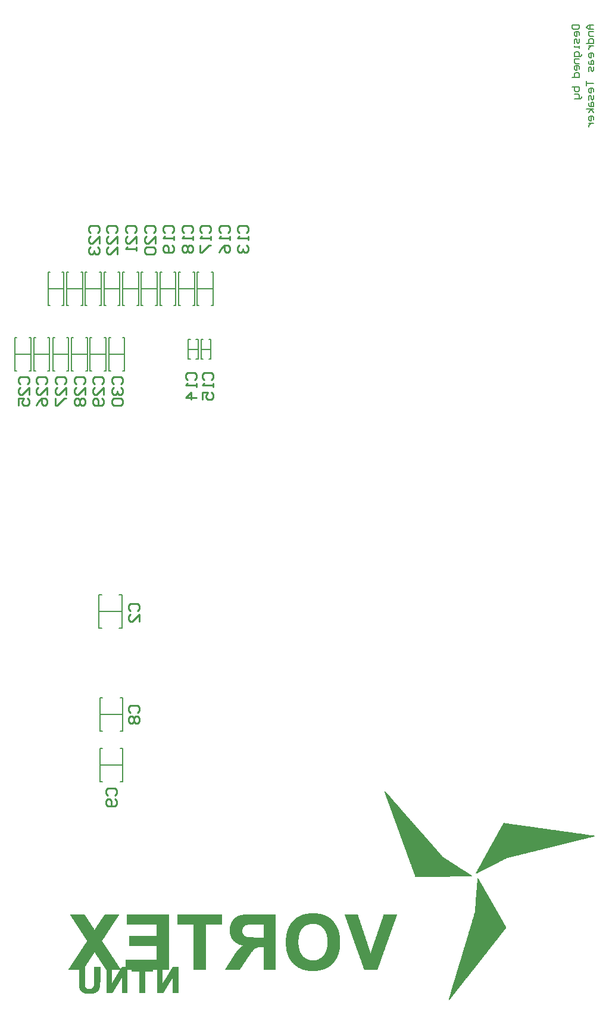
<source format=gbo>
G04 Layer_Color=32896*
%FSLAX25Y25*%
%MOIN*%
G70*
G01*
G75*
%ADD27C,0.01000*%
%ADD64C,0.00787*%
%ADD66C,0.00100*%
%ADD67C,0.00591*%
D27*
X41852Y-129589D02*
X40852Y-128590D01*
Y-126590D01*
X41852Y-125591D01*
X45851D01*
X46850Y-126590D01*
Y-128590D01*
X45851Y-129589D01*
X46850Y-135587D02*
Y-131589D01*
X42852Y-135587D01*
X41852D01*
X40852Y-134588D01*
Y-132588D01*
X41852Y-131589D01*
Y-186676D02*
X40852Y-185676D01*
Y-183677D01*
X41852Y-182677D01*
X45851D01*
X46850Y-183677D01*
Y-185676D01*
X45851Y-186676D01*
X41852Y-188675D02*
X40852Y-189675D01*
Y-191674D01*
X41852Y-192674D01*
X42852D01*
X43851Y-191674D01*
X44851Y-192674D01*
X45851D01*
X46850Y-191674D01*
Y-189675D01*
X45851Y-188675D01*
X44851D01*
X43851Y-189675D01*
X42852Y-188675D01*
X41852D01*
X43851Y-189675D02*
Y-191674D01*
X29254Y-233133D02*
X28254Y-232133D01*
Y-230134D01*
X29254Y-229134D01*
X33252D01*
X34252Y-230134D01*
Y-232133D01*
X33252Y-233133D01*
Y-235132D02*
X34252Y-236132D01*
Y-238131D01*
X33252Y-239131D01*
X29254D01*
X28254Y-238131D01*
Y-236132D01*
X29254Y-235132D01*
X30253D01*
X31253Y-236132D01*
Y-239131D01*
X19411Y81828D02*
X18411Y82828D01*
Y84827D01*
X19411Y85827D01*
X23410D01*
X24409Y84827D01*
Y82828D01*
X23410Y81828D01*
X24409Y75830D02*
Y79829D01*
X20411Y75830D01*
X19411D01*
X18411Y76830D01*
Y78829D01*
X19411Y79829D01*
Y73831D02*
X18411Y72831D01*
Y70832D01*
X19411Y69832D01*
X20411D01*
X21410Y70832D01*
Y71831D01*
Y70832D01*
X22410Y69832D01*
X23410D01*
X24409Y70832D01*
Y72831D01*
X23410Y73831D01*
X29647Y81828D02*
X28648Y82828D01*
Y84827D01*
X29647Y85827D01*
X33646D01*
X34646Y84827D01*
Y82828D01*
X33646Y81828D01*
X34646Y75830D02*
Y79829D01*
X30647Y75830D01*
X29647D01*
X28648Y76830D01*
Y78829D01*
X29647Y79829D01*
X34646Y69832D02*
Y73831D01*
X30647Y69832D01*
X29647D01*
X28648Y70832D01*
Y72831D01*
X29647Y73831D01*
X40277Y81828D02*
X39277Y82828D01*
Y84827D01*
X40277Y85827D01*
X44276D01*
X45276Y84827D01*
Y82828D01*
X44276Y81828D01*
X45276Y75830D02*
Y79829D01*
X41277Y75830D01*
X40277D01*
X39277Y76830D01*
Y78829D01*
X40277Y79829D01*
X45276Y73831D02*
Y71831D01*
Y72831D01*
X39277D01*
X40277Y73831D01*
X50907Y81828D02*
X49907Y82828D01*
Y84827D01*
X50907Y85827D01*
X54906D01*
X55905Y84827D01*
Y82828D01*
X54906Y81828D01*
X55905Y75830D02*
Y79829D01*
X51907Y75830D01*
X50907D01*
X49907Y76830D01*
Y78829D01*
X50907Y79829D01*
Y73831D02*
X49907Y72831D01*
Y70832D01*
X50907Y69832D01*
X54906D01*
X55905Y70832D01*
Y72831D01*
X54906Y73831D01*
X50907D01*
X61143Y81828D02*
X60144Y82828D01*
Y84827D01*
X61143Y85827D01*
X65142D01*
X66142Y84827D01*
Y82828D01*
X65142Y81828D01*
X66142Y79829D02*
Y77829D01*
Y78829D01*
X60144D01*
X61143Y79829D01*
X65142Y74830D02*
X66142Y73831D01*
Y71831D01*
X65142Y70832D01*
X61143D01*
X60144Y71831D01*
Y73831D01*
X61143Y74830D01*
X62143D01*
X63143Y73831D01*
Y70832D01*
X71773Y81828D02*
X70774Y82828D01*
Y84827D01*
X71773Y85827D01*
X75772D01*
X76772Y84827D01*
Y82828D01*
X75772Y81828D01*
X76772Y79829D02*
Y77829D01*
Y78829D01*
X70774D01*
X71773Y79829D01*
Y74830D02*
X70774Y73831D01*
Y71831D01*
X71773Y70832D01*
X72773D01*
X73773Y71831D01*
X74772Y70832D01*
X75772D01*
X76772Y71831D01*
Y73831D01*
X75772Y74830D01*
X74772D01*
X73773Y73831D01*
X72773Y74830D01*
X71773D01*
X73773Y73831D02*
Y71831D01*
X82010Y81828D02*
X81010Y82828D01*
Y84827D01*
X82010Y85827D01*
X86008D01*
X87008Y84827D01*
Y82828D01*
X86008Y81828D01*
X87008Y79829D02*
Y77829D01*
Y78829D01*
X81010D01*
X82010Y79829D01*
X81010Y74830D02*
Y70832D01*
X82010D01*
X86008Y74830D01*
X87008D01*
X92639Y81828D02*
X91640Y82828D01*
Y84827D01*
X92639Y85827D01*
X96638D01*
X97638Y84827D01*
Y82828D01*
X96638Y81828D01*
X97638Y79829D02*
Y77829D01*
Y78829D01*
X91640D01*
X92639Y79829D01*
X91640Y70832D02*
X92639Y72831D01*
X94639Y74830D01*
X96638D01*
X97638Y73831D01*
Y71831D01*
X96638Y70832D01*
X95639D01*
X94639Y71831D01*
Y74830D01*
X102876Y81828D02*
X101876Y82828D01*
Y84827D01*
X102876Y85827D01*
X106874D01*
X107874Y84827D01*
Y82828D01*
X106874Y81828D01*
X107874Y79829D02*
Y77829D01*
Y78829D01*
X101876D01*
X102876Y79829D01*
Y74830D02*
X101876Y73831D01*
Y71831D01*
X102876Y70832D01*
X103875D01*
X104875Y71831D01*
Y72831D01*
Y71831D01*
X105875Y70832D01*
X106874D01*
X107874Y71831D01*
Y73831D01*
X106874Y74830D01*
X-19959Y-2818D02*
X-20959Y-1818D01*
Y181D01*
X-19959Y1181D01*
X-15960D01*
X-14961Y181D01*
Y-1818D01*
X-15960Y-2818D01*
X-14961Y-8816D02*
Y-4817D01*
X-18959Y-8816D01*
X-19959D01*
X-20959Y-7816D01*
Y-5817D01*
X-19959Y-4817D01*
X-20959Y-14814D02*
Y-10815D01*
X-17960D01*
X-18959Y-12814D01*
Y-13814D01*
X-17960Y-14814D01*
X-15960D01*
X-14961Y-13814D01*
Y-11815D01*
X-15960Y-10815D01*
X-9723Y-2818D02*
X-10723Y-1818D01*
Y181D01*
X-9723Y1181D01*
X-5724D01*
X-4724Y181D01*
Y-1818D01*
X-5724Y-2818D01*
X-4724Y-8816D02*
Y-4817D01*
X-8723Y-8816D01*
X-9723D01*
X-10723Y-7816D01*
Y-5817D01*
X-9723Y-4817D01*
X-10723Y-14814D02*
X-9723Y-12814D01*
X-7723Y-10815D01*
X-5724D01*
X-4724Y-11815D01*
Y-13814D01*
X-5724Y-14814D01*
X-6724D01*
X-7723Y-13814D01*
Y-10815D01*
X907Y-2818D02*
X-93Y-1818D01*
Y181D01*
X907Y1181D01*
X4906D01*
X5906Y181D01*
Y-1818D01*
X4906Y-2818D01*
X5906Y-8816D02*
Y-4817D01*
X1907Y-8816D01*
X907D01*
X-93Y-7816D01*
Y-5817D01*
X907Y-4817D01*
X-93Y-10815D02*
Y-14814D01*
X907D01*
X4906Y-10815D01*
X5906D01*
X11537Y-2818D02*
X10537Y-1818D01*
Y181D01*
X11537Y1181D01*
X15536D01*
X16535Y181D01*
Y-1818D01*
X15536Y-2818D01*
X16535Y-8816D02*
Y-4817D01*
X12537Y-8816D01*
X11537D01*
X10537Y-7816D01*
Y-5817D01*
X11537Y-4817D01*
Y-10815D02*
X10537Y-11815D01*
Y-13814D01*
X11537Y-14814D01*
X12537D01*
X13536Y-13814D01*
X14536Y-14814D01*
X15536D01*
X16535Y-13814D01*
Y-11815D01*
X15536Y-10815D01*
X14536D01*
X13536Y-11815D01*
X12537Y-10815D01*
X11537D01*
X13536Y-11815D02*
Y-13814D01*
X21773Y-2818D02*
X20774Y-1818D01*
Y181D01*
X21773Y1181D01*
X25772D01*
X26772Y181D01*
Y-1818D01*
X25772Y-2818D01*
X26772Y-8816D02*
Y-4817D01*
X22773Y-8816D01*
X21773D01*
X20774Y-7816D01*
Y-5817D01*
X21773Y-4817D01*
X25772Y-10815D02*
X26772Y-11815D01*
Y-13814D01*
X25772Y-14814D01*
X21773D01*
X20774Y-13814D01*
Y-11815D01*
X21773Y-10815D01*
X22773D01*
X23773Y-11815D01*
Y-14814D01*
X32403Y-2818D02*
X31403Y-1818D01*
Y181D01*
X32403Y1181D01*
X36402D01*
X37402Y181D01*
Y-1818D01*
X36402Y-2818D01*
X32403Y-4817D02*
X31403Y-5817D01*
Y-7816D01*
X32403Y-8816D01*
X33403D01*
X34402Y-7816D01*
Y-6816D01*
Y-7816D01*
X35402Y-8816D01*
X36402D01*
X37402Y-7816D01*
Y-5817D01*
X36402Y-4817D01*
X32403Y-10815D02*
X31403Y-11815D01*
Y-13814D01*
X32403Y-14814D01*
X36402D01*
X37402Y-13814D01*
Y-11815D01*
X36402Y-10815D01*
X32403D01*
X73742Y-455D02*
X72742Y544D01*
Y2544D01*
X73742Y3543D01*
X77741D01*
X78740Y2544D01*
Y544D01*
X77741Y-455D01*
X78740Y-2455D02*
Y-4454D01*
Y-3454D01*
X72742D01*
X73742Y-2455D01*
X78740Y-10452D02*
X72742D01*
X75741Y-7453D01*
Y-11452D01*
X83191Y-455D02*
X82191Y544D01*
Y2544D01*
X83191Y3543D01*
X87189D01*
X88189Y2544D01*
Y544D01*
X87189Y-455D01*
X88189Y-2455D02*
Y-4454D01*
Y-3454D01*
X82191D01*
X83191Y-2455D01*
X82191Y-11452D02*
Y-7453D01*
X85190D01*
X84190Y-9453D01*
Y-10452D01*
X85190Y-11452D01*
X87189D01*
X88189Y-10452D01*
Y-8453D01*
X87189Y-7453D01*
D64*
X289321Y198425D02*
X293257D01*
Y196457D01*
X292601Y195801D01*
X289977D01*
X289321Y196457D01*
Y198425D01*
X293257Y192522D02*
Y193833D01*
X292601Y194490D01*
X291289D01*
X290633Y193833D01*
Y192522D01*
X291289Y191866D01*
X291945D01*
Y194490D01*
X293257Y190554D02*
Y188586D01*
X292601Y187930D01*
X291945Y188586D01*
Y189898D01*
X291289Y190554D01*
X290633Y189898D01*
Y187930D01*
X293257Y186618D02*
Y185306D01*
Y185962D01*
X290633D01*
Y186618D01*
X294568Y182026D02*
Y181370D01*
X293913Y180714D01*
X290633D01*
Y182682D01*
X291289Y183338D01*
X292601D01*
X293257Y182682D01*
Y180714D01*
Y179402D02*
X290633D01*
Y177435D01*
X291289Y176779D01*
X293257D01*
Y173499D02*
Y174811D01*
X292601Y175467D01*
X291289D01*
X290633Y174811D01*
Y173499D01*
X291289Y172843D01*
X291945D01*
Y175467D01*
X289321Y168907D02*
X293257D01*
Y170875D01*
X292601Y171531D01*
X291289D01*
X290633Y170875D01*
Y168907D01*
X289321Y163660D02*
X293257D01*
Y161692D01*
X292601Y161036D01*
X291945D01*
X291289D01*
X290633Y161692D01*
Y163660D01*
Y159724D02*
X292601D01*
X293257Y159068D01*
Y157100D01*
X293913D01*
X294568Y157756D01*
Y158412D01*
X293257Y157100D02*
X290633D01*
X301181Y198425D02*
X298557D01*
X297245Y197113D01*
X298557Y195801D01*
X301181D01*
X299213D01*
Y198425D01*
X301181Y194490D02*
X298557D01*
Y192522D01*
X299213Y191866D01*
X301181D01*
X297245Y187930D02*
X301181D01*
Y189898D01*
X300525Y190554D01*
X299213D01*
X298557Y189898D01*
Y187930D01*
Y186618D02*
X301181D01*
X299869D01*
X299213Y185962D01*
X298557Y185306D01*
Y184650D01*
X301181Y180714D02*
Y182026D01*
X300525Y182682D01*
X299213D01*
X298557Y182026D01*
Y180714D01*
X299213Y180058D01*
X299869D01*
Y182682D01*
X298557Y178091D02*
Y176779D01*
X299213Y176123D01*
X301181D01*
Y178091D01*
X300525Y178746D01*
X299869Y178091D01*
Y176123D01*
X301181Y174811D02*
Y172843D01*
X300525Y172187D01*
X299869Y172843D01*
Y174155D01*
X299213Y174811D01*
X298557Y174155D01*
Y172187D01*
X297245Y166939D02*
Y164315D01*
Y165627D01*
X301181D01*
Y161036D02*
Y162348D01*
X300525Y163004D01*
X299213D01*
X298557Y162348D01*
Y161036D01*
X299213Y160380D01*
X299869D01*
Y163004D01*
X301181Y159068D02*
Y157100D01*
X300525Y156444D01*
X299869Y157100D01*
Y158412D01*
X299213Y159068D01*
X298557Y158412D01*
Y156444D01*
Y154476D02*
Y153164D01*
X299213Y152508D01*
X301181D01*
Y154476D01*
X300525Y155132D01*
X299869Y154476D01*
Y152508D01*
X301181Y151196D02*
X297245D01*
X299869D02*
X298557Y149229D01*
X299869Y151196D02*
X301181Y149229D01*
Y145293D02*
Y146605D01*
X300525Y147261D01*
X299213D01*
X298557Y146605D01*
Y145293D01*
X299213Y144637D01*
X299869D01*
Y147261D01*
X298557Y143325D02*
X301181D01*
X299869D01*
X299213Y142669D01*
X298557Y142013D01*
Y141357D01*
D66*
X220046Y-347343D02*
X220246D01*
X220046Y-347243D02*
X220246D01*
X220146Y-347143D02*
X220346D01*
X220146Y-347043D02*
X220446D01*
X220246Y-346943D02*
X220546D01*
X220246Y-346843D02*
X220546D01*
X220246Y-346743D02*
X220646D01*
X220246Y-346643D02*
X220746D01*
X220246Y-346543D02*
X220846D01*
X220346Y-346443D02*
X220946D01*
X220346Y-346343D02*
X220946D01*
X220346Y-346243D02*
X221046D01*
X220446Y-346143D02*
X221146D01*
X220446Y-346043D02*
X221246D01*
X220546Y-345943D02*
X221246D01*
X220546Y-345843D02*
X221446D01*
X220546Y-345743D02*
X221446D01*
X220546Y-345643D02*
X221546D01*
X220546Y-345543D02*
X221546D01*
X220646Y-345443D02*
X221646D01*
X220646Y-345343D02*
X221746D01*
X220646Y-345243D02*
X221846D01*
X220746Y-345143D02*
X221946D01*
X220746Y-345043D02*
X221946D01*
X220746Y-344943D02*
X222046D01*
X220846Y-344843D02*
X222246D01*
X220846Y-344743D02*
X222246D01*
X220946Y-344643D02*
X222246D01*
X220946Y-344543D02*
X222346D01*
X220946Y-344443D02*
X222546D01*
X220946Y-344343D02*
X222546D01*
X220946Y-344243D02*
X222546D01*
X221046Y-344143D02*
X222746D01*
X221046Y-344043D02*
X222846D01*
X221046Y-343943D02*
X222846D01*
X17046Y-343843D02*
X20446D01*
X221146D02*
X222946D01*
X16646Y-343743D02*
X20946D01*
X221146D02*
X223046D01*
X16346Y-343643D02*
X21246D01*
X221246D02*
X223146D01*
X16146Y-343543D02*
X21446D01*
X28446D02*
X31446D01*
X37146D02*
X39946D01*
X46846D02*
X49846D01*
X56846D02*
X59846D01*
X65646D02*
X68446D01*
X221246D02*
X223146D01*
X15746Y-343443D02*
X21946D01*
X28446D02*
X31446D01*
X37146D02*
X39946D01*
X46846D02*
X49846D01*
X56846D02*
X60046D01*
X65646D02*
X68446D01*
X221246D02*
X223246D01*
X15646Y-343343D02*
X22046D01*
X28446D02*
X31546D01*
X37146D02*
X39946D01*
X46846D02*
X49846D01*
X56846D02*
X60046D01*
X65646D02*
X68446D01*
X221246D02*
X223346D01*
X15446Y-343243D02*
X22246D01*
X28446D02*
X31646D01*
X37146D02*
X39946D01*
X46846D02*
X49846D01*
X56846D02*
X60146D01*
X65646D02*
X68446D01*
X221246D02*
X223446D01*
X15146Y-343143D02*
X22446D01*
X28446D02*
X31746D01*
X37146D02*
X39946D01*
X46846D02*
X49846D01*
X56846D02*
X60146D01*
X65646D02*
X68446D01*
X221346D02*
X223546D01*
X14946Y-343043D02*
X22646D01*
X28446D02*
X31746D01*
X37146D02*
X39946D01*
X46846D02*
X49846D01*
X56846D02*
X60246D01*
X65646D02*
X68446D01*
X221346D02*
X223646D01*
X14946Y-342943D02*
X22646D01*
X28446D02*
X31746D01*
X37146D02*
X39946D01*
X46846D02*
X49846D01*
X56846D02*
X60246D01*
X65646D02*
X68446D01*
X221346D02*
X223646D01*
X14646Y-342843D02*
X22946D01*
X28446D02*
X31846D01*
X37146D02*
X39946D01*
X46846D02*
X49846D01*
X56846D02*
X60446D01*
X65646D02*
X68446D01*
X221446D02*
X223746D01*
X14646Y-342743D02*
X23046D01*
X28446D02*
X31946D01*
X37146D02*
X39946D01*
X46846D02*
X49846D01*
X56846D02*
X60446D01*
X65646D02*
X68446D01*
X221446D02*
X223846D01*
X14546Y-342643D02*
X23046D01*
X28446D02*
X32046D01*
X37146D02*
X39946D01*
X46846D02*
X49846D01*
X56846D02*
X60446D01*
X65646D02*
X68446D01*
X221446D02*
X223946D01*
X14446Y-342543D02*
X23146D01*
X28446D02*
X32046D01*
X37146D02*
X39946D01*
X46846D02*
X49846D01*
X56846D02*
X60446D01*
X65646D02*
X68446D01*
X221546D02*
X223946D01*
X14246Y-342443D02*
X23346D01*
X28446D02*
X32146D01*
X37146D02*
X39946D01*
X46846D02*
X49846D01*
X56846D02*
X60646D01*
X65646D02*
X68446D01*
X221546D02*
X224046D01*
X14246Y-342343D02*
X23346D01*
X28446D02*
X32146D01*
X37146D02*
X39946D01*
X46846D02*
X49846D01*
X56846D02*
X60646D01*
X65646D02*
X68446D01*
X221546D02*
X224146D01*
X14146Y-342243D02*
X23446D01*
X28446D02*
X32246D01*
X37146D02*
X39946D01*
X46846D02*
X49846D01*
X56846D02*
X60746D01*
X65646D02*
X68446D01*
X221546D02*
X224246D01*
X13946Y-342143D02*
X23646D01*
X28446D02*
X32346D01*
X37146D02*
X39946D01*
X46846D02*
X49846D01*
X56846D02*
X60746D01*
X65646D02*
X68446D01*
X221646D02*
X224246D01*
X13946Y-342043D02*
X23746D01*
X28446D02*
X32446D01*
X37146D02*
X39946D01*
X46846D02*
X49846D01*
X56846D02*
X60846D01*
X65646D02*
X68446D01*
X221646D02*
X224346D01*
X13946Y-341943D02*
X23746D01*
X28446D02*
X32446D01*
X37146D02*
X39946D01*
X46846D02*
X49846D01*
X56846D02*
X60846D01*
X65646D02*
X68446D01*
X221646D02*
X224446D01*
X13846Y-341843D02*
X23746D01*
X28446D02*
X32446D01*
X37146D02*
X39946D01*
X46846D02*
X49846D01*
X56846D02*
X60946D01*
X65646D02*
X68446D01*
X221646D02*
X224546D01*
X13746Y-341743D02*
X23846D01*
X28446D02*
X32546D01*
X37146D02*
X39946D01*
X46846D02*
X49846D01*
X56846D02*
X61046D01*
X65646D02*
X68446D01*
X221746D02*
X224646D01*
X13646Y-341643D02*
X23946D01*
X28446D02*
X32646D01*
X37146D02*
X39946D01*
X46846D02*
X49846D01*
X56846D02*
X61146D01*
X65646D02*
X68446D01*
X221746D02*
X224646D01*
X13646Y-341543D02*
X24046D01*
X28446D02*
X32646D01*
X37146D02*
X39946D01*
X46846D02*
X49846D01*
X56846D02*
X61146D01*
X65646D02*
X68446D01*
X221846D02*
X224746D01*
X13546Y-341443D02*
X24046D01*
X28446D02*
X32746D01*
X37146D02*
X39946D01*
X46846D02*
X49846D01*
X56846D02*
X61246D01*
X65646D02*
X68446D01*
X221846D02*
X224846D01*
X13546Y-341343D02*
X18646D01*
X18846D02*
X24046D01*
X28446D02*
X32846D01*
X37146D02*
X39946D01*
X46846D02*
X49846D01*
X56846D02*
X61246D01*
X65646D02*
X68446D01*
X221946D02*
X224946D01*
X13546Y-341243D02*
X17946D01*
X19646D02*
X24146D01*
X28446D02*
X32846D01*
X37146D02*
X39946D01*
X46846D02*
X49846D01*
X56846D02*
X61346D01*
X65646D02*
X68446D01*
X221946D02*
X224946D01*
X13446Y-341143D02*
X17346D01*
X20146D02*
X24246D01*
X28446D02*
X32946D01*
X37146D02*
X39946D01*
X46846D02*
X49846D01*
X56846D02*
X61446D01*
X65646D02*
X68446D01*
X221946D02*
X225146D01*
X13446Y-341043D02*
X17246D01*
X20346D02*
X24246D01*
X28446D02*
X33046D01*
X37146D02*
X39946D01*
X46846D02*
X49846D01*
X56846D02*
X61446D01*
X65646D02*
X68446D01*
X221946D02*
X225146D01*
X13446Y-340943D02*
X17046D01*
X20446D02*
X24246D01*
X28446D02*
X33046D01*
X37146D02*
X39946D01*
X46846D02*
X49846D01*
X56846D02*
X61446D01*
X65646D02*
X68446D01*
X221946D02*
X225246D01*
X13346Y-340843D02*
X16946D01*
X20546D02*
X24346D01*
X28446D02*
X33146D01*
X37146D02*
X39946D01*
X46846D02*
X49846D01*
X56846D02*
X61546D01*
X65646D02*
X68446D01*
X221946D02*
X225246D01*
X13346Y-340743D02*
X16746D01*
X20746D02*
X24346D01*
X28446D02*
X33146D01*
X37146D02*
X39946D01*
X46846D02*
X49846D01*
X56846D02*
X61646D01*
X65646D02*
X68446D01*
X222046D02*
X225346D01*
X13246Y-340643D02*
X16646D01*
X20846D02*
X24346D01*
X28446D02*
X33246D01*
X37146D02*
X39946D01*
X46846D02*
X49846D01*
X56846D02*
X61746D01*
X65646D02*
X68446D01*
X222046D02*
X225446D01*
X13246Y-340543D02*
X16646D01*
X20946D02*
X24346D01*
X28446D02*
X33246D01*
X37146D02*
X39946D01*
X46846D02*
X49846D01*
X56846D02*
X61746D01*
X65646D02*
X68446D01*
X222146D02*
X225546D01*
X13246Y-340443D02*
X16546D01*
X21046D02*
X24346D01*
X28446D02*
X33346D01*
X37146D02*
X39946D01*
X46846D02*
X49846D01*
X56846D02*
X61846D01*
X65646D02*
X68446D01*
X222146D02*
X225646D01*
X13246Y-340343D02*
X16446D01*
X21146D02*
X24346D01*
X28446D02*
X33446D01*
X37146D02*
X39946D01*
X46846D02*
X49846D01*
X56846D02*
X61846D01*
X65646D02*
X68446D01*
X222146D02*
X225646D01*
X13246Y-340243D02*
X16346D01*
X21146D02*
X24446D01*
X28446D02*
X33446D01*
X37146D02*
X39946D01*
X46846D02*
X49846D01*
X56846D02*
X61946D01*
X65646D02*
X68446D01*
X222246D02*
X225746D01*
X13246Y-340143D02*
X16246D01*
X21346D02*
X24446D01*
X28446D02*
X33546D01*
X37146D02*
X39946D01*
X46846D02*
X49846D01*
X56846D02*
X62046D01*
X65646D02*
X68446D01*
X222246D02*
X225946D01*
X13246Y-340043D02*
X16246D01*
X21346D02*
X24446D01*
X28446D02*
X33646D01*
X37146D02*
X39946D01*
X46846D02*
X49846D01*
X56846D02*
X62146D01*
X65646D02*
X68446D01*
X222246D02*
X225946D01*
X13246Y-339943D02*
X16246D01*
X21346D02*
X24446D01*
X28446D02*
X33646D01*
X37146D02*
X39946D01*
X46846D02*
X49846D01*
X56846D02*
X62146D01*
X65646D02*
X68446D01*
X222246D02*
X225946D01*
X13246Y-339843D02*
X16246D01*
X21346D02*
X24446D01*
X28446D02*
X33746D01*
X37146D02*
X39946D01*
X46846D02*
X49846D01*
X56846D02*
X62146D01*
X65646D02*
X68446D01*
X222246D02*
X226046D01*
X13146Y-339743D02*
X16246D01*
X21446D02*
X24546D01*
X28446D02*
X33846D01*
X37146D02*
X39946D01*
X46846D02*
X49846D01*
X56846D02*
X62246D01*
X65646D02*
X68446D01*
X222346D02*
X226246D01*
X13146Y-339643D02*
X16146D01*
X21446D02*
X24546D01*
X28446D02*
X33846D01*
X37146D02*
X39946D01*
X46846D02*
X49846D01*
X56846D02*
X62346D01*
X65646D02*
X68446D01*
X222346D02*
X226346D01*
X13146Y-339543D02*
X16146D01*
X21546D02*
X24546D01*
X28446D02*
X33846D01*
X37146D02*
X39946D01*
X46846D02*
X49846D01*
X56846D02*
X62346D01*
X65646D02*
X68446D01*
X222346D02*
X226346D01*
X13146Y-339443D02*
X16146D01*
X21546D02*
X24546D01*
X28446D02*
X33946D01*
X37146D02*
X39946D01*
X46846D02*
X49846D01*
X56846D02*
X62446D01*
X65646D02*
X68446D01*
X222446D02*
X226446D01*
X13146Y-339343D02*
X16146D01*
X21546D02*
X24546D01*
X28446D02*
X34046D01*
X37146D02*
X39946D01*
X46846D02*
X49846D01*
X56846D02*
X62446D01*
X65646D02*
X68446D01*
X222446D02*
X226546D01*
X13146Y-339243D02*
X16146D01*
X21546D02*
X24546D01*
X28446D02*
X34146D01*
X37146D02*
X39946D01*
X46846D02*
X49846D01*
X56846D02*
X62546D01*
X65646D02*
X68446D01*
X222546D02*
X226546D01*
X13146Y-339143D02*
X16046D01*
X21646D02*
X24546D01*
X28446D02*
X34146D01*
X37146D02*
X39946D01*
X46846D02*
X49846D01*
X56846D02*
X62646D01*
X65646D02*
X68446D01*
X222546D02*
X226646D01*
X13146Y-339043D02*
X16046D01*
X21646D02*
X24646D01*
X28446D02*
X34246D01*
X37146D02*
X39946D01*
X46846D02*
X49846D01*
X56846D02*
X62746D01*
X65646D02*
X68446D01*
X222546D02*
X226746D01*
X13046Y-338943D02*
X16046D01*
X21646D02*
X24646D01*
X28446D02*
X34246D01*
X37146D02*
X39946D01*
X46846D02*
X49846D01*
X56846D02*
X62746D01*
X65646D02*
X68446D01*
X222546D02*
X226846D01*
X13046Y-338843D02*
X16046D01*
X21646D02*
X24646D01*
X28446D02*
X34346D01*
X37146D02*
X39946D01*
X46846D02*
X49846D01*
X56846D02*
X62846D01*
X65646D02*
X68446D01*
X222546D02*
X226846D01*
X13046Y-338743D02*
X16046D01*
X21646D02*
X24646D01*
X28446D02*
X34446D01*
X37146D02*
X39946D01*
X46846D02*
X49846D01*
X56846D02*
X62846D01*
X65646D02*
X68446D01*
X222646D02*
X226946D01*
X13046Y-338643D02*
X16046D01*
X21646D02*
X24646D01*
X28446D02*
X34446D01*
X37146D02*
X39946D01*
X46846D02*
X49846D01*
X56846D02*
X59646D01*
X59746D02*
X62946D01*
X65646D02*
X68446D01*
X222646D02*
X227046D01*
X13046Y-338543D02*
X16046D01*
X21646D02*
X24646D01*
X28446D02*
X31146D01*
X31246D02*
X34446D01*
X37146D02*
X39946D01*
X46846D02*
X49846D01*
X56846D02*
X59646D01*
X59746D02*
X62946D01*
X65646D02*
X68446D01*
X222646D02*
X227146D01*
X13046Y-338443D02*
X16046D01*
X21646D02*
X24646D01*
X28446D02*
X31146D01*
X31346D02*
X34546D01*
X37146D02*
X39946D01*
X46846D02*
X49846D01*
X56846D02*
X59646D01*
X59746D02*
X63146D01*
X65646D02*
X68446D01*
X222746D02*
X227246D01*
X13046Y-338343D02*
X16046D01*
X21646D02*
X24646D01*
X28446D02*
X31146D01*
X31446D02*
X34646D01*
X37146D02*
X39946D01*
X46846D02*
X49846D01*
X56846D02*
X59646D01*
X59846D02*
X63146D01*
X65646D02*
X68446D01*
X222746D02*
X227346D01*
X13046Y-338243D02*
X16046D01*
X21646D02*
X24646D01*
X28446D02*
X31146D01*
X31446D02*
X34746D01*
X37146D02*
X39946D01*
X46846D02*
X49846D01*
X56846D02*
X59646D01*
X59946D02*
X63146D01*
X65646D02*
X68446D01*
X222846D02*
X227346D01*
X13046Y-338143D02*
X16046D01*
X21646D02*
X24646D01*
X28446D02*
X31146D01*
X31446D02*
X34746D01*
X37146D02*
X39946D01*
X46846D02*
X49846D01*
X56846D02*
X59646D01*
X59946D02*
X63146D01*
X65646D02*
X68446D01*
X222846D02*
X227346D01*
X13046Y-338043D02*
X16046D01*
X21646D02*
X24646D01*
X28446D02*
X31146D01*
X31546D02*
X34846D01*
X37146D02*
X39946D01*
X46846D02*
X49846D01*
X56846D02*
X59646D01*
X60046D02*
X63346D01*
X65646D02*
X68446D01*
X222846D02*
X227546D01*
X13046Y-337943D02*
X16046D01*
X21646D02*
X24646D01*
X28446D02*
X31146D01*
X31646D02*
X34846D01*
X37146D02*
X39946D01*
X46846D02*
X49846D01*
X56846D02*
X59646D01*
X60146D02*
X63346D01*
X65646D02*
X68446D01*
X222946D02*
X227646D01*
X13046Y-337843D02*
X16046D01*
X21646D02*
X24646D01*
X28446D02*
X31146D01*
X31746D02*
X34946D01*
X37146D02*
X39946D01*
X46846D02*
X49846D01*
X56846D02*
X59646D01*
X60146D02*
X63446D01*
X65646D02*
X68446D01*
X222946D02*
X227646D01*
X13046Y-337743D02*
X16046D01*
X21646D02*
X24646D01*
X28446D02*
X31146D01*
X31746D02*
X35046D01*
X37146D02*
X39946D01*
X46846D02*
X49846D01*
X56846D02*
X59646D01*
X60246D02*
X63446D01*
X65646D02*
X68446D01*
X222946D02*
X227746D01*
X13046Y-337643D02*
X16046D01*
X21646D02*
X24646D01*
X28446D02*
X31146D01*
X31746D02*
X35146D01*
X37146D02*
X39946D01*
X46846D02*
X49846D01*
X56846D02*
X59646D01*
X60346D02*
X63546D01*
X65646D02*
X68446D01*
X222946D02*
X227846D01*
X13046Y-337543D02*
X16046D01*
X21646D02*
X24646D01*
X28446D02*
X31146D01*
X31846D02*
X35146D01*
X37146D02*
X39946D01*
X46846D02*
X49846D01*
X56846D02*
X59646D01*
X60346D02*
X63546D01*
X65646D02*
X68446D01*
X222946D02*
X227946D01*
X13046Y-337443D02*
X16046D01*
X21646D02*
X24646D01*
X28446D02*
X31146D01*
X31946D02*
X35146D01*
X37146D02*
X39946D01*
X46846D02*
X49846D01*
X56846D02*
X59646D01*
X60446D02*
X63746D01*
X65646D02*
X68446D01*
X223046D02*
X227946D01*
X13046Y-337343D02*
X16046D01*
X21646D02*
X24746D01*
X28446D02*
X31146D01*
X32046D02*
X35246D01*
X37146D02*
X39946D01*
X46846D02*
X49846D01*
X56846D02*
X59646D01*
X60446D02*
X63746D01*
X65646D02*
X68446D01*
X223046D02*
X228046D01*
X13046Y-337243D02*
X16046D01*
X21646D02*
X24746D01*
X28446D02*
X31146D01*
X32046D02*
X35346D01*
X37146D02*
X39946D01*
X46846D02*
X49846D01*
X56846D02*
X59646D01*
X60546D02*
X63846D01*
X65646D02*
X68446D01*
X223046D02*
X228146D01*
X13046Y-337143D02*
X16046D01*
X21646D02*
X24746D01*
X28446D02*
X31146D01*
X32146D02*
X35346D01*
X37146D02*
X39946D01*
X46846D02*
X49846D01*
X56846D02*
X59646D01*
X60546D02*
X63846D01*
X65646D02*
X68446D01*
X223146D02*
X228246D01*
X13046Y-337043D02*
X16046D01*
X21646D02*
X24746D01*
X28446D02*
X31146D01*
X32146D02*
X35546D01*
X37146D02*
X39946D01*
X46846D02*
X49846D01*
X56846D02*
X59646D01*
X60646D02*
X63946D01*
X65646D02*
X68446D01*
X223146D02*
X228346D01*
X13046Y-336943D02*
X16046D01*
X21646D02*
X24746D01*
X28446D02*
X31146D01*
X32246D02*
X35546D01*
X37146D02*
X39946D01*
X46846D02*
X49846D01*
X56846D02*
X59646D01*
X60746D02*
X63946D01*
X65646D02*
X68446D01*
X223246D02*
X228346D01*
X13046Y-336843D02*
X16046D01*
X21646D02*
X24746D01*
X28446D02*
X31146D01*
X32346D02*
X35546D01*
X37146D02*
X39946D01*
X46846D02*
X49846D01*
X56846D02*
X59646D01*
X60746D02*
X64046D01*
X65646D02*
X68446D01*
X223246D02*
X228446D01*
X13046Y-336743D02*
X16046D01*
X21646D02*
X24746D01*
X28446D02*
X31146D01*
X32446D02*
X35646D01*
X37146D02*
X39946D01*
X46846D02*
X49846D01*
X56846D02*
X59646D01*
X60846D02*
X64146D01*
X65646D02*
X68446D01*
X223246D02*
X228546D01*
X13046Y-336643D02*
X16046D01*
X21646D02*
X24746D01*
X28446D02*
X31146D01*
X32446D02*
X35746D01*
X37146D02*
X39946D01*
X46846D02*
X49846D01*
X56846D02*
X59646D01*
X60946D02*
X64146D01*
X65646D02*
X68446D01*
X223246D02*
X228646D01*
X13046Y-336543D02*
X16046D01*
X21646D02*
X24746D01*
X28446D02*
X31146D01*
X32446D02*
X35746D01*
X37146D02*
X39946D01*
X46846D02*
X49846D01*
X56846D02*
X59646D01*
X60946D02*
X64146D01*
X65646D02*
X68446D01*
X223246D02*
X228646D01*
X13046Y-336443D02*
X16046D01*
X21646D02*
X24746D01*
X28446D02*
X31146D01*
X32546D02*
X35846D01*
X37146D02*
X39946D01*
X46846D02*
X49846D01*
X56846D02*
X59646D01*
X61046D02*
X64346D01*
X65646D02*
X68446D01*
X223346D02*
X228846D01*
X13046Y-336343D02*
X16046D01*
X21646D02*
X24746D01*
X28446D02*
X31146D01*
X32646D02*
X35846D01*
X37146D02*
X39946D01*
X46846D02*
X49846D01*
X56846D02*
X59646D01*
X61146D02*
X64346D01*
X65646D02*
X68446D01*
X223346D02*
X228846D01*
X13046Y-336243D02*
X16046D01*
X21646D02*
X24746D01*
X28446D02*
X31146D01*
X32646D02*
X35946D01*
X37146D02*
X39946D01*
X46846D02*
X49846D01*
X56846D02*
X59646D01*
X61146D02*
X64446D01*
X65646D02*
X68446D01*
X223346D02*
X228946D01*
X13046Y-336143D02*
X16046D01*
X21646D02*
X24746D01*
X28446D02*
X31146D01*
X32746D02*
X35946D01*
X37146D02*
X39946D01*
X46846D02*
X49846D01*
X56846D02*
X59646D01*
X61146D02*
X64446D01*
X65646D02*
X68446D01*
X223446D02*
X229046D01*
X13046Y-336043D02*
X16046D01*
X21646D02*
X24746D01*
X28446D02*
X31146D01*
X32846D02*
X36146D01*
X37146D02*
X39946D01*
X46846D02*
X49846D01*
X56846D02*
X59646D01*
X61246D02*
X64546D01*
X65646D02*
X68446D01*
X223446D02*
X229046D01*
X13046Y-335943D02*
X16046D01*
X21646D02*
X24746D01*
X28446D02*
X31146D01*
X32846D02*
X36146D01*
X37146D02*
X39946D01*
X46846D02*
X49846D01*
X56846D02*
X59646D01*
X61346D02*
X64546D01*
X65646D02*
X68446D01*
X223546D02*
X229146D01*
X13046Y-335843D02*
X16046D01*
X21646D02*
X24746D01*
X28446D02*
X31146D01*
X32946D02*
X36146D01*
X37146D02*
X39946D01*
X46846D02*
X49846D01*
X56846D02*
X59646D01*
X61446D02*
X64646D01*
X65646D02*
X68446D01*
X223546D02*
X229246D01*
X13046Y-335743D02*
X16046D01*
X21646D02*
X24746D01*
X28446D02*
X31146D01*
X33046D02*
X36246D01*
X37146D02*
X39946D01*
X46846D02*
X49846D01*
X56846D02*
X59646D01*
X61446D02*
X64746D01*
X65646D02*
X68446D01*
X223546D02*
X229346D01*
X13046Y-335643D02*
X16046D01*
X21646D02*
X24746D01*
X28446D02*
X31146D01*
X33046D02*
X36346D01*
X37146D02*
X39946D01*
X46846D02*
X49846D01*
X56846D02*
X59646D01*
X61446D02*
X64846D01*
X65646D02*
X68446D01*
X223646D02*
X229346D01*
X13046Y-335543D02*
X16046D01*
X21646D02*
X24746D01*
X28446D02*
X31146D01*
X33146D02*
X36346D01*
X37146D02*
X39946D01*
X46846D02*
X49846D01*
X56846D02*
X59646D01*
X61546D02*
X64846D01*
X65646D02*
X68446D01*
X223646D02*
X229446D01*
X13046Y-335443D02*
X16046D01*
X21646D02*
X24746D01*
X28446D02*
X31146D01*
X33146D02*
X36446D01*
X37146D02*
X39946D01*
X46846D02*
X49846D01*
X56846D02*
X59646D01*
X61646D02*
X64946D01*
X65646D02*
X68446D01*
X223646D02*
X229646D01*
X13046Y-335343D02*
X16046D01*
X21646D02*
X24746D01*
X28446D02*
X31146D01*
X33246D02*
X36546D01*
X37146D02*
X39946D01*
X46846D02*
X49846D01*
X56846D02*
X59646D01*
X61746D02*
X64946D01*
X65646D02*
X68446D01*
X223646D02*
X229646D01*
X13046Y-335243D02*
X16046D01*
X21646D02*
X24746D01*
X28446D02*
X31146D01*
X33246D02*
X36546D01*
X37146D02*
X39946D01*
X46846D02*
X49846D01*
X56846D02*
X59646D01*
X61846D02*
X65046D01*
X65646D02*
X68446D01*
X223646D02*
X229646D01*
X13046Y-335143D02*
X16046D01*
X21646D02*
X24746D01*
X28446D02*
X31146D01*
X33346D02*
X36546D01*
X37146D02*
X39946D01*
X46846D02*
X49846D01*
X56846D02*
X59646D01*
X61846D02*
X65046D01*
X65646D02*
X68446D01*
X223746D02*
X229746D01*
X13046Y-335043D02*
X16046D01*
X21646D02*
X24746D01*
X28446D02*
X31146D01*
X33446D02*
X36746D01*
X37146D02*
X39946D01*
X46846D02*
X49846D01*
X56846D02*
X59646D01*
X61846D02*
X65146D01*
X65646D02*
X68446D01*
X223746D02*
X229946D01*
X13046Y-334943D02*
X16046D01*
X21646D02*
X24746D01*
X28446D02*
X31146D01*
X33446D02*
X36746D01*
X37146D02*
X39946D01*
X46846D02*
X49846D01*
X56846D02*
X59646D01*
X61946D02*
X65146D01*
X65646D02*
X68446D01*
X223746D02*
X230046D01*
X13046Y-334843D02*
X16046D01*
X21646D02*
X24746D01*
X28446D02*
X31146D01*
X33446D02*
X36846D01*
X37146D02*
X39946D01*
X46846D02*
X49846D01*
X56846D02*
X59646D01*
X62046D02*
X65246D01*
X65646D02*
X68446D01*
X223846D02*
X230046D01*
X13046Y-334743D02*
X16046D01*
X21646D02*
X24746D01*
X28446D02*
X31146D01*
X33646D02*
X36846D01*
X37146D02*
X39946D01*
X46846D02*
X49846D01*
X56846D02*
X59646D01*
X62146D02*
X65346D01*
X65646D02*
X68446D01*
X223846D02*
X230146D01*
X13046Y-334643D02*
X16046D01*
X21646D02*
X24746D01*
X28446D02*
X31146D01*
X33646D02*
X36946D01*
X37146D02*
X39946D01*
X46846D02*
X49846D01*
X56846D02*
X59646D01*
X62146D02*
X65446D01*
X65646D02*
X68446D01*
X223946D02*
X230246D01*
X13046Y-334543D02*
X16046D01*
X21646D02*
X24746D01*
X28446D02*
X31146D01*
X33746D02*
X36946D01*
X37146D02*
X39946D01*
X46846D02*
X49846D01*
X56846D02*
X59646D01*
X62146D02*
X65446D01*
X65646D02*
X68446D01*
X223946D02*
X230246D01*
X13046Y-334443D02*
X16046D01*
X21646D02*
X24746D01*
X28446D02*
X31146D01*
X33846D02*
X37046D01*
X37146D02*
X39946D01*
X46846D02*
X49846D01*
X56846D02*
X59646D01*
X62246D02*
X65546D01*
X65646D02*
X68446D01*
X223946D02*
X230346D01*
X13046Y-334343D02*
X16046D01*
X21646D02*
X24746D01*
X28446D02*
X31146D01*
X33846D02*
X39946D01*
X46846D02*
X49846D01*
X56846D02*
X59646D01*
X62346D02*
X65546D01*
X65646D02*
X68446D01*
X223946D02*
X230446D01*
X13046Y-334243D02*
X16046D01*
X21646D02*
X24746D01*
X28446D02*
X31146D01*
X33846D02*
X39946D01*
X46846D02*
X49846D01*
X56846D02*
X59646D01*
X62446D02*
X68446D01*
X223946D02*
X230546D01*
X13046Y-334143D02*
X16046D01*
X21646D02*
X24746D01*
X28446D02*
X31146D01*
X33946D02*
X39946D01*
X46846D02*
X49846D01*
X56846D02*
X59646D01*
X62446D02*
X68446D01*
X223946D02*
X230546D01*
X13046Y-334043D02*
X16046D01*
X21646D02*
X24746D01*
X28446D02*
X31146D01*
X34046D02*
X39946D01*
X46846D02*
X49846D01*
X56846D02*
X59646D01*
X62446D02*
X68446D01*
X224046D02*
X230646D01*
X13046Y-333943D02*
X16046D01*
X21646D02*
X24746D01*
X28446D02*
X31146D01*
X34146D02*
X39946D01*
X46846D02*
X49846D01*
X56846D02*
X59646D01*
X62546D02*
X68446D01*
X224046D02*
X230746D01*
X13046Y-333843D02*
X16046D01*
X21646D02*
X24746D01*
X28446D02*
X31146D01*
X34146D02*
X39946D01*
X46846D02*
X49846D01*
X56846D02*
X59646D01*
X62646D02*
X68446D01*
X224146D02*
X230846D01*
X13046Y-333743D02*
X16046D01*
X21646D02*
X24746D01*
X28446D02*
X31146D01*
X34246D02*
X39946D01*
X46846D02*
X49846D01*
X56846D02*
X59646D01*
X62746D02*
X68446D01*
X224146D02*
X230946D01*
X13046Y-333643D02*
X16046D01*
X21646D02*
X24746D01*
X28446D02*
X31146D01*
X34246D02*
X39946D01*
X46846D02*
X49846D01*
X56846D02*
X59646D01*
X62746D02*
X68446D01*
X224246D02*
X231046D01*
X13046Y-333543D02*
X16046D01*
X21646D02*
X24746D01*
X28446D02*
X31146D01*
X34346D02*
X39946D01*
X46846D02*
X49846D01*
X56846D02*
X59646D01*
X62846D02*
X68446D01*
X224246D02*
X231046D01*
X13046Y-333443D02*
X16046D01*
X21646D02*
X24746D01*
X28446D02*
X31146D01*
X34446D02*
X39946D01*
X46846D02*
X49846D01*
X56846D02*
X59646D01*
X62846D02*
X68446D01*
X224246D02*
X231046D01*
X13046Y-333343D02*
X16046D01*
X21646D02*
X24746D01*
X28446D02*
X31146D01*
X34446D02*
X39946D01*
X46846D02*
X49846D01*
X56846D02*
X59646D01*
X62946D02*
X68446D01*
X224246D02*
X231246D01*
X13046Y-333243D02*
X16046D01*
X21646D02*
X24746D01*
X28446D02*
X31146D01*
X34446D02*
X39946D01*
X46846D02*
X49846D01*
X56846D02*
X59646D01*
X62946D02*
X68446D01*
X224246D02*
X231346D01*
X13046Y-333143D02*
X16046D01*
X21646D02*
X24746D01*
X28446D02*
X31146D01*
X34546D02*
X39946D01*
X46846D02*
X49846D01*
X56846D02*
X59646D01*
X63046D02*
X68446D01*
X224246D02*
X231346D01*
X13046Y-333043D02*
X16046D01*
X21646D02*
X24746D01*
X28446D02*
X31146D01*
X34646D02*
X39946D01*
X46846D02*
X49846D01*
X56846D02*
X59646D01*
X63146D02*
X68446D01*
X224346D02*
X231446D01*
X13046Y-332943D02*
X16046D01*
X21646D02*
X24746D01*
X28446D02*
X31146D01*
X34746D02*
X39946D01*
X46846D02*
X49846D01*
X56846D02*
X59646D01*
X63146D02*
X68446D01*
X224346D02*
X231546D01*
X13046Y-332843D02*
X16046D01*
X21646D02*
X24746D01*
X28446D02*
X31146D01*
X34746D02*
X39946D01*
X46846D02*
X49846D01*
X56846D02*
X59646D01*
X63246D02*
X68446D01*
X224446D02*
X231646D01*
X13046Y-332743D02*
X16046D01*
X21646D02*
X24746D01*
X28446D02*
X31146D01*
X34846D02*
X39946D01*
X46846D02*
X49846D01*
X56846D02*
X59646D01*
X63346D02*
X68446D01*
X224446D02*
X231746D01*
X13046Y-332643D02*
X16046D01*
X21646D02*
X24746D01*
X28446D02*
X31146D01*
X34846D02*
X39946D01*
X46846D02*
X49846D01*
X56846D02*
X59646D01*
X63346D02*
X68446D01*
X224446D02*
X231746D01*
X13046Y-332543D02*
X16046D01*
X21646D02*
X24746D01*
X28446D02*
X31146D01*
X34946D02*
X39946D01*
X46846D02*
X49846D01*
X56846D02*
X59646D01*
X63446D02*
X68446D01*
X224546D02*
X231846D01*
X13046Y-332443D02*
X16046D01*
X21646D02*
X24746D01*
X28446D02*
X31146D01*
X34946D02*
X39946D01*
X46846D02*
X49846D01*
X56846D02*
X59646D01*
X63446D02*
X68446D01*
X224546D02*
X231946D01*
X13046Y-332343D02*
X16046D01*
X21646D02*
X24746D01*
X28446D02*
X31146D01*
X35146D02*
X39946D01*
X46846D02*
X49846D01*
X56846D02*
X59646D01*
X63546D02*
X68446D01*
X224646D02*
X232046D01*
X13046Y-332243D02*
X16046D01*
X21646D02*
X24746D01*
X28446D02*
X31146D01*
X35146D02*
X39946D01*
X46846D02*
X49846D01*
X56846D02*
X59646D01*
X63546D02*
X68446D01*
X224646D02*
X232046D01*
X13046Y-332143D02*
X16046D01*
X21646D02*
X24746D01*
X28446D02*
X31146D01*
X35146D02*
X39946D01*
X46846D02*
X49846D01*
X56846D02*
X59646D01*
X63646D02*
X68446D01*
X224646D02*
X232146D01*
X13046Y-332043D02*
X16046D01*
X21646D02*
X24746D01*
X28446D02*
X31146D01*
X35246D02*
X39946D01*
X46846D02*
X49846D01*
X56846D02*
X59646D01*
X63746D02*
X68446D01*
X224646D02*
X232246D01*
X13046Y-331943D02*
X16046D01*
X21646D02*
X24746D01*
X28446D02*
X31146D01*
X35346D02*
X39946D01*
X46846D02*
X49846D01*
X56846D02*
X59646D01*
X63846D02*
X68446D01*
X224646D02*
X232346D01*
X13046Y-331843D02*
X16046D01*
X21646D02*
X24746D01*
X28446D02*
X31146D01*
X35346D02*
X39946D01*
X46846D02*
X49846D01*
X56846D02*
X59646D01*
X63846D02*
X68446D01*
X224646D02*
X232346D01*
X13046Y-331743D02*
X16046D01*
X21646D02*
X24746D01*
X28446D02*
X31146D01*
X35446D02*
X39946D01*
X46846D02*
X49846D01*
X56846D02*
X59646D01*
X63846D02*
X68446D01*
X224746D02*
X232446D01*
X13046Y-331643D02*
X16046D01*
X21646D02*
X24746D01*
X28446D02*
X31146D01*
X35546D02*
X39946D01*
X46846D02*
X49846D01*
X56846D02*
X59646D01*
X63946D02*
X68446D01*
X224746D02*
X232546D01*
X13046Y-331543D02*
X16046D01*
X21646D02*
X24746D01*
X28446D02*
X31146D01*
X35546D02*
X39946D01*
X42546D02*
X54146D01*
X56846D02*
X59646D01*
X64046D02*
X68446D01*
X224846D02*
X232646D01*
X13046Y-331443D02*
X16046D01*
X21646D02*
X24746D01*
X28446D02*
X31146D01*
X35546D02*
X39946D01*
X42546D02*
X54146D01*
X56846D02*
X59646D01*
X64146D02*
X68446D01*
X224846D02*
X232746D01*
X13046Y-331343D02*
X16046D01*
X21646D02*
X24746D01*
X28446D02*
X31146D01*
X35746D02*
X39946D01*
X42546D02*
X54146D01*
X56846D02*
X59646D01*
X64146D02*
X68446D01*
X224946D02*
X232846D01*
X13046Y-331243D02*
X16046D01*
X21646D02*
X24746D01*
X28446D02*
X31146D01*
X35746D02*
X39946D01*
X42546D02*
X54146D01*
X56846D02*
X59646D01*
X64146D02*
X68446D01*
X224946D02*
X232846D01*
X13046Y-331143D02*
X16046D01*
X21646D02*
X24746D01*
X28446D02*
X31146D01*
X35846D02*
X39946D01*
X42546D02*
X54146D01*
X56846D02*
X59646D01*
X64246D02*
X68446D01*
X224946D02*
X232946D01*
X13046Y-331043D02*
X16046D01*
X21646D02*
X24746D01*
X28446D02*
X31146D01*
X35846D02*
X39946D01*
X42546D02*
X54146D01*
X56846D02*
X59646D01*
X64346D02*
X68446D01*
X141846D02*
X146046D01*
X224946D02*
X233046D01*
X13046Y-330943D02*
X16046D01*
X21646D02*
X24746D01*
X28446D02*
X31146D01*
X35946D02*
X39946D01*
X42546D02*
X54146D01*
X56846D02*
X59646D01*
X64446D02*
X68446D01*
X141146D02*
X146646D01*
X224946D02*
X233046D01*
X13046Y-330843D02*
X16046D01*
X21646D02*
X24746D01*
X28446D02*
X31146D01*
X35946D02*
X39946D01*
X42546D02*
X54146D01*
X56846D02*
X59646D01*
X64446D02*
X68446D01*
X140646D02*
X147146D01*
X224946D02*
X233146D01*
X13046Y-330743D02*
X16046D01*
X21646D02*
X24746D01*
X28446D02*
X31146D01*
X36046D02*
X39946D01*
X42546D02*
X54146D01*
X56846D02*
X59646D01*
X64446D02*
X68446D01*
X140246D02*
X147546D01*
X225046D02*
X233246D01*
X13046Y-330643D02*
X16046D01*
X21646D02*
X24746D01*
X28446D02*
X31146D01*
X36146D02*
X39946D01*
X42546D02*
X54146D01*
X56846D02*
X59646D01*
X64546D02*
X68446D01*
X139546D02*
X148246D01*
X225046D02*
X233346D01*
X7146Y-330543D02*
X16046D01*
X21646D02*
X24746D01*
X28346D02*
X63046D01*
X64646D02*
X68446D01*
X77146D02*
X83746D01*
X94946D02*
X102746D01*
X116446D02*
X122946D01*
X139246D02*
X148546D01*
X172846D02*
X179746D01*
X225146D02*
X233346D01*
X7146Y-330443D02*
X16046D01*
X21646D02*
X24746D01*
X28246D02*
X63046D01*
X64746D02*
X68446D01*
X77146D02*
X83746D01*
X94946D02*
X102846D01*
X116446D02*
X122946D01*
X138946D02*
X148846D01*
X172846D02*
X179846D01*
X225146D02*
X233446D01*
X7246Y-330343D02*
X16046D01*
X21646D02*
X24746D01*
X28146D02*
X36146D01*
X36346D02*
X63046D01*
X64846D02*
X68446D01*
X77146D02*
X83746D01*
X95046D02*
X102946D01*
X116446D02*
X122946D01*
X138446D02*
X149446D01*
X172746D02*
X179946D01*
X225146D02*
X233646D01*
X7246Y-330243D02*
X16046D01*
X21646D02*
X24746D01*
X28146D02*
X36046D01*
X36346D02*
X63046D01*
X64846D02*
X68446D01*
X77146D02*
X83746D01*
X95046D02*
X102946D01*
X116446D02*
X122946D01*
X138246D02*
X149646D01*
X172746D02*
X179946D01*
X225246D02*
X233746D01*
X7346Y-330143D02*
X16046D01*
X21646D02*
X24746D01*
X28046D02*
X36046D01*
X36446D02*
X63046D01*
X64846D02*
X68446D01*
X77146D02*
X83746D01*
X95146D02*
X102946D01*
X116446D02*
X122946D01*
X137946D02*
X149846D01*
X172746D02*
X179946D01*
X225246D02*
X233746D01*
X7446Y-330043D02*
X16046D01*
X21646D02*
X24746D01*
X28046D02*
X35846D01*
X36546D02*
X63046D01*
X64946D02*
X68446D01*
X77146D02*
X83746D01*
X95146D02*
X103146D01*
X116446D02*
X122946D01*
X137646D02*
X150246D01*
X172746D02*
X180046D01*
X225246D02*
X233846D01*
X7546Y-329943D02*
X16046D01*
X21646D02*
X24746D01*
X27946D02*
X35846D01*
X36546D02*
X63046D01*
X65046D02*
X68446D01*
X77146D02*
X83746D01*
X95246D02*
X103146D01*
X116446D02*
X122946D01*
X137446D02*
X150446D01*
X172646D02*
X180046D01*
X225246D02*
X233946D01*
X7546Y-329843D02*
X16046D01*
X21646D02*
X24746D01*
X27846D02*
X35846D01*
X36546D02*
X63046D01*
X65046D02*
X68446D01*
X77146D02*
X83746D01*
X95346D02*
X103246D01*
X116446D02*
X122946D01*
X137246D02*
X150646D01*
X172646D02*
X180146D01*
X225246D02*
X233946D01*
X7546Y-329743D02*
X16046D01*
X21646D02*
X24746D01*
X27846D02*
X35746D01*
X36646D02*
X63046D01*
X65146D02*
X68446D01*
X77146D02*
X83746D01*
X95346D02*
X103246D01*
X116446D02*
X122946D01*
X137046D02*
X150746D01*
X172546D02*
X180146D01*
X225346D02*
X234046D01*
X7746Y-329643D02*
X16046D01*
X21646D02*
X24746D01*
X27746D02*
X35646D01*
X36746D02*
X63046D01*
X65146D02*
X68446D01*
X77146D02*
X83746D01*
X95446D02*
X103346D01*
X116446D02*
X122946D01*
X136746D02*
X151146D01*
X172546D02*
X180146D01*
X225346D02*
X234146D01*
X7746Y-329543D02*
X16046D01*
X21646D02*
X24746D01*
X27746D02*
X35546D01*
X36846D02*
X63046D01*
X65246D02*
X68446D01*
X77146D02*
X83746D01*
X95546D02*
X103446D01*
X116446D02*
X122946D01*
X136646D02*
X151246D01*
X172446D02*
X180146D01*
X225446D02*
X234246D01*
X7846Y-329443D02*
X16046D01*
X21646D02*
X24746D01*
X27646D02*
X35546D01*
X36846D02*
X63046D01*
X65346D02*
X68446D01*
X77146D02*
X83746D01*
X95546D02*
X103446D01*
X116446D02*
X122946D01*
X136446D02*
X151446D01*
X172446D02*
X180146D01*
X225446D02*
X234246D01*
X7846Y-329343D02*
X16046D01*
X21646D02*
X24746D01*
X27546D02*
X35446D01*
X36946D02*
X63046D01*
X65446D02*
X68446D01*
X77146D02*
X83746D01*
X95646D02*
X103646D01*
X116446D02*
X122946D01*
X136146D02*
X151746D01*
X172346D02*
X180246D01*
X225446D02*
X234346D01*
X7946Y-329243D02*
X16046D01*
X21646D02*
X24746D01*
X27446D02*
X35446D01*
X36946D02*
X63046D01*
X65446D02*
X68446D01*
X77146D02*
X83746D01*
X95746D02*
X103646D01*
X116446D02*
X122946D01*
X135946D02*
X151846D01*
X172346D02*
X180346D01*
X225546D02*
X234446D01*
X8046Y-329143D02*
X16046D01*
X21646D02*
X24746D01*
X27446D02*
X35346D01*
X37046D02*
X63046D01*
X65546D02*
X68446D01*
X77146D02*
X83746D01*
X95746D02*
X103646D01*
X116446D02*
X122946D01*
X135946D02*
X152046D01*
X172346D02*
X180346D01*
X225546D02*
X234546D01*
X8146Y-329043D02*
X16046D01*
X27346D02*
X35246D01*
X39346D02*
X63046D01*
X77146D02*
X83746D01*
X95846D02*
X103746D01*
X116446D02*
X122946D01*
X135646D02*
X152246D01*
X172346D02*
X180446D01*
X225646D02*
X234646D01*
X8246Y-328943D02*
X16046D01*
X27246D02*
X35146D01*
X39346D02*
X63046D01*
X77146D02*
X83746D01*
X95846D02*
X103846D01*
X116446D02*
X122946D01*
X135546D02*
X152446D01*
X172346D02*
X180446D01*
X225646D02*
X234746D01*
X8246Y-328843D02*
X16146D01*
X27246D02*
X35146D01*
X39346D02*
X63046D01*
X77146D02*
X83746D01*
X95946D02*
X103946D01*
X116446D02*
X122946D01*
X135346D02*
X152446D01*
X172246D02*
X180446D01*
X225646D02*
X234746D01*
X8246Y-328743D02*
X16246D01*
X27146D02*
X35146D01*
X39346D02*
X63046D01*
X77146D02*
X83746D01*
X95946D02*
X103946D01*
X116446D02*
X122946D01*
X135246D02*
X152646D01*
X172246D02*
X180446D01*
X225646D02*
X234746D01*
X8346Y-328643D02*
X16246D01*
X27046D02*
X34946D01*
X39346D02*
X63046D01*
X77146D02*
X83746D01*
X96146D02*
X104046D01*
X116446D02*
X122946D01*
X135046D02*
X152846D01*
X172146D02*
X180446D01*
X225646D02*
X234946D01*
X8446Y-328543D02*
X16346D01*
X27046D02*
X34946D01*
X39346D02*
X63046D01*
X77146D02*
X83746D01*
X96146D02*
X104046D01*
X116446D02*
X122946D01*
X134946D02*
X152946D01*
X172146D02*
X180546D01*
X225646D02*
X235046D01*
X8546Y-328443D02*
X16346D01*
X26946D02*
X34846D01*
X39346D02*
X63046D01*
X77146D02*
X83746D01*
X96146D02*
X104146D01*
X116446D02*
X122946D01*
X134846D02*
X153146D01*
X172046D02*
X180546D01*
X225746D02*
X235046D01*
X8546Y-328343D02*
X16446D01*
X26846D02*
X34846D01*
X39346D02*
X63046D01*
X77146D02*
X83746D01*
X96246D02*
X104246D01*
X116446D02*
X122946D01*
X134646D02*
X153246D01*
X172046D02*
X180646D01*
X225746D02*
X235146D01*
X8646Y-328243D02*
X16546D01*
X26746D02*
X34746D01*
X39346D02*
X63046D01*
X77146D02*
X83746D01*
X96346D02*
X104246D01*
X116446D02*
X122946D01*
X134546D02*
X153446D01*
X172046D02*
X180646D01*
X225846D02*
X235246D01*
X8646Y-328143D02*
X16646D01*
X26746D02*
X34646D01*
X39346D02*
X63046D01*
X77146D02*
X83746D01*
X96346D02*
X104346D01*
X116446D02*
X122946D01*
X134346D02*
X153446D01*
X172046D02*
X180746D01*
X225846D02*
X235346D01*
X8746Y-328043D02*
X16646D01*
X26746D02*
X34646D01*
X39346D02*
X63046D01*
X77146D02*
X83746D01*
X96446D02*
X104346D01*
X116446D02*
X122946D01*
X134246D02*
X153546D01*
X172046D02*
X180746D01*
X225846D02*
X235446D01*
X8846Y-327943D02*
X16746D01*
X26646D02*
X34446D01*
X39346D02*
X63046D01*
X77146D02*
X83746D01*
X96546D02*
X104546D01*
X116446D02*
X122946D01*
X134146D02*
X153846D01*
X171946D02*
X180746D01*
X225946D02*
X235446D01*
X8846Y-327843D02*
X16746D01*
X26546D02*
X34446D01*
X39346D02*
X63046D01*
X77146D02*
X83746D01*
X96546D02*
X104546D01*
X116446D02*
X122946D01*
X133946D02*
X153846D01*
X171946D02*
X180746D01*
X225946D02*
X235546D01*
X8946Y-327743D02*
X16846D01*
X26546D02*
X34446D01*
X39346D02*
X63046D01*
X77146D02*
X83746D01*
X96546D02*
X104646D01*
X116446D02*
X122946D01*
X133946D02*
X153946D01*
X171846D02*
X180746D01*
X225946D02*
X235646D01*
X9046Y-327643D02*
X16946D01*
X26446D02*
X34346D01*
X39346D02*
X63046D01*
X77146D02*
X83746D01*
X96746D02*
X104646D01*
X116446D02*
X122946D01*
X133746D02*
X154146D01*
X171846D02*
X180846D01*
X225946D02*
X235746D01*
X9146Y-327543D02*
X16946D01*
X26446D02*
X34246D01*
X39346D02*
X63046D01*
X77146D02*
X83746D01*
X96746D02*
X104746D01*
X116446D02*
X122946D01*
X133646D02*
X154246D01*
X171746D02*
X180846D01*
X225946D02*
X235746D01*
X9146Y-327443D02*
X17046D01*
X26346D02*
X34146D01*
X39346D02*
X63046D01*
X77146D02*
X83746D01*
X96846D02*
X104846D01*
X116446D02*
X122946D01*
X133646D02*
X154346D01*
X171746D02*
X180946D01*
X226046D02*
X235846D01*
X9246Y-327343D02*
X17146D01*
X26246D02*
X34146D01*
X39346D02*
X63046D01*
X77146D02*
X83746D01*
X96846D02*
X104946D01*
X116446D02*
X122946D01*
X133446D02*
X154546D01*
X171646D02*
X181046D01*
X226046D02*
X235946D01*
X9246Y-327243D02*
X17246D01*
X26146D02*
X34046D01*
X39346D02*
X63046D01*
X77146D02*
X83746D01*
X96946D02*
X104946D01*
X116446D02*
X122946D01*
X133346D02*
X154546D01*
X171646D02*
X181046D01*
X226146D02*
X236046D01*
X9346Y-327143D02*
X17246D01*
X26046D02*
X34046D01*
X39346D02*
X63046D01*
X77146D02*
X83746D01*
X96946D02*
X104946D01*
X116446D02*
X122946D01*
X133246D02*
X154646D01*
X171646D02*
X181046D01*
X226146D02*
X236046D01*
X9446Y-327043D02*
X17346D01*
X26046D02*
X33946D01*
X39346D02*
X63046D01*
X77146D02*
X83746D01*
X97046D02*
X105046D01*
X116446D02*
X122946D01*
X133246D02*
X154746D01*
X171646D02*
X181146D01*
X226146D02*
X236146D01*
X9546Y-326943D02*
X17346D01*
X25946D02*
X33846D01*
X39346D02*
X63046D01*
X77146D02*
X83746D01*
X97146D02*
X105146D01*
X116446D02*
X122946D01*
X133046D02*
X154846D01*
X171546D02*
X181146D01*
X226246D02*
X236246D01*
X9546Y-326843D02*
X17446D01*
X25946D02*
X33846D01*
X39346D02*
X63046D01*
X77146D02*
X83746D01*
X97146D02*
X105246D01*
X116446D02*
X122946D01*
X132946D02*
X154946D01*
X171546D02*
X181146D01*
X226246D02*
X236346D01*
X9546Y-326743D02*
X17546D01*
X25846D02*
X33746D01*
X39346D02*
X63046D01*
X77146D02*
X83746D01*
X97246D02*
X105246D01*
X116446D02*
X122946D01*
X132946D02*
X155046D01*
X171546D02*
X181146D01*
X226246D02*
X236446D01*
X9646Y-326643D02*
X17646D01*
X25746D02*
X33646D01*
X39346D02*
X63046D01*
X77146D02*
X83746D01*
X97346D02*
X105346D01*
X116446D02*
X122946D01*
X132746D02*
X155146D01*
X171446D02*
X181246D01*
X226346D02*
X236546D01*
X9746Y-326543D02*
X17646D01*
X25746D02*
X33646D01*
X39346D02*
X63046D01*
X77146D02*
X83746D01*
X97446D02*
X105446D01*
X116446D02*
X122946D01*
X132646D02*
X155146D01*
X171446D02*
X181246D01*
X226346D02*
X236546D01*
X9846Y-326443D02*
X17646D01*
X25646D02*
X33546D01*
X39346D02*
X63046D01*
X77146D02*
X83746D01*
X97446D02*
X105446D01*
X116446D02*
X122946D01*
X132546D02*
X155246D01*
X171346D02*
X181246D01*
X226346D02*
X236646D01*
X9846Y-326343D02*
X17746D01*
X25546D02*
X33446D01*
X39346D02*
X63046D01*
X77146D02*
X83746D01*
X97546D02*
X105646D01*
X116446D02*
X122946D01*
X132446D02*
X155446D01*
X171346D02*
X181346D01*
X226346D02*
X236746D01*
X9946Y-326243D02*
X17846D01*
X25446D02*
X33446D01*
X39346D02*
X63046D01*
X77146D02*
X83746D01*
X97546D02*
X105646D01*
X116446D02*
X122946D01*
X132346D02*
X155546D01*
X171346D02*
X181446D01*
X226346D02*
X236746D01*
X9946Y-326143D02*
X17946D01*
X25446D02*
X33346D01*
X39346D02*
X63046D01*
X77146D02*
X83746D01*
X97646D02*
X105646D01*
X116446D02*
X122946D01*
X132346D02*
X155546D01*
X171346D02*
X181446D01*
X226446D02*
X236846D01*
X10046Y-326043D02*
X17946D01*
X25346D02*
X33346D01*
X39346D02*
X63046D01*
X77146D02*
X83746D01*
X97646D02*
X105746D01*
X116446D02*
X122946D01*
X132246D02*
X155646D01*
X171246D02*
X181446D01*
X226446D02*
X236946D01*
X10146Y-325943D02*
X18046D01*
X25346D02*
X33146D01*
X39346D02*
X63046D01*
X77146D02*
X83746D01*
X97846D02*
X105846D01*
X116446D02*
X122946D01*
X132146D02*
X155746D01*
X171246D02*
X181446D01*
X226546D02*
X237046D01*
X10246Y-325843D02*
X18046D01*
X25246D02*
X33146D01*
X39346D02*
X63046D01*
X77146D02*
X83746D01*
X97846D02*
X105946D01*
X116446D02*
X122946D01*
X132046D02*
X155846D01*
X171146D02*
X181446D01*
X226546D02*
X237046D01*
X10246Y-325743D02*
X18146D01*
X25246D02*
X33146D01*
X39346D02*
X63046D01*
X77146D02*
X83746D01*
X97846D02*
X105946D01*
X116446D02*
X122946D01*
X132046D02*
X155846D01*
X171146D02*
X181546D01*
X226546D02*
X237146D01*
X10346Y-325643D02*
X18246D01*
X25046D02*
X33046D01*
X39346D02*
X63046D01*
X77146D02*
X83746D01*
X97946D02*
X106046D01*
X116446D02*
X122946D01*
X131946D02*
X155946D01*
X171046D02*
X181546D01*
X226646D02*
X237346D01*
X10446Y-325543D02*
X18346D01*
X25046D02*
X32946D01*
X39346D02*
X63046D01*
X77146D02*
X83746D01*
X98046D02*
X106046D01*
X116446D02*
X122946D01*
X131846D02*
X156046D01*
X171046D02*
X181646D01*
X226646D02*
X237446D01*
X10446Y-325443D02*
X18346D01*
X25046D02*
X32846D01*
X39346D02*
X63046D01*
X77146D02*
X83746D01*
X98046D02*
X106146D01*
X116446D02*
X122946D01*
X131846D02*
X156146D01*
X171046D02*
X181646D01*
X226646D02*
X237446D01*
X10546Y-325343D02*
X18446D01*
X24946D02*
X32846D01*
X39346D02*
X63046D01*
X77146D02*
X83746D01*
X98246D02*
X106246D01*
X116446D02*
X122946D01*
X131646D02*
X142446D01*
X145346D02*
X156146D01*
X171046D02*
X181746D01*
X226646D02*
X237546D01*
X10546Y-325243D02*
X18546D01*
X24846D02*
X32746D01*
X39346D02*
X63046D01*
X77146D02*
X83746D01*
X98246D02*
X106246D01*
X116446D02*
X122946D01*
X131546D02*
X142046D01*
X145746D02*
X156246D01*
X171046D02*
X181746D01*
X226646D02*
X237646D01*
X10646Y-325143D02*
X18546D01*
X24746D02*
X32746D01*
X39346D02*
X63046D01*
X77146D02*
X83746D01*
X98246D02*
X106246D01*
X116446D02*
X122946D01*
X131546D02*
X141746D01*
X146046D02*
X156346D01*
X170946D02*
X181846D01*
X226746D02*
X237646D01*
X10746Y-325043D02*
X18646D01*
X24746D02*
X32646D01*
X39346D02*
X63046D01*
X77146D02*
X83746D01*
X98246D02*
X106346D01*
X116446D02*
X122946D01*
X131546D02*
X141446D01*
X146346D02*
X156346D01*
X170946D02*
X181846D01*
X226746D02*
X237746D01*
X10846Y-324943D02*
X18646D01*
X24646D02*
X32546D01*
X56446D02*
X63046D01*
X77146D02*
X83746D01*
X98446D02*
X106446D01*
X116446D02*
X122946D01*
X131446D02*
X141046D01*
X146746D02*
X156546D01*
X170846D02*
X181846D01*
X226846D02*
X237846D01*
X10846Y-324843D02*
X18746D01*
X24646D02*
X32446D01*
X56446D02*
X63046D01*
X77146D02*
X83746D01*
X98446D02*
X106546D01*
X116446D02*
X122946D01*
X131346D02*
X140846D01*
X147046D02*
X156546D01*
X170846D02*
X181846D01*
X226846D02*
X237946D01*
X10846Y-324743D02*
X18846D01*
X24546D02*
X32446D01*
X56446D02*
X63046D01*
X77146D02*
X83746D01*
X98546D02*
X106646D01*
X116446D02*
X122946D01*
X131246D02*
X140646D01*
X147146D02*
X156546D01*
X170746D02*
X181846D01*
X226846D02*
X237946D01*
X11046Y-324643D02*
X18946D01*
X24446D02*
X32346D01*
X56446D02*
X63046D01*
X77146D02*
X83746D01*
X98546D02*
X106646D01*
X116446D02*
X122946D01*
X131246D02*
X140346D01*
X147446D02*
X156646D01*
X170746D02*
X181946D01*
X226946D02*
X238146D01*
X11046Y-324543D02*
X18946D01*
X24346D02*
X32246D01*
X56446D02*
X63046D01*
X77146D02*
X83746D01*
X98646D02*
X106746D01*
X116446D02*
X122946D01*
X131246D02*
X140146D01*
X147646D02*
X156746D01*
X170646D02*
X181946D01*
X226946D02*
X238146D01*
X11146Y-324443D02*
X18946D01*
X24346D02*
X32246D01*
X56446D02*
X63046D01*
X77146D02*
X83746D01*
X98646D02*
X106746D01*
X116446D02*
X122946D01*
X131146D02*
X140046D01*
X147746D02*
X156746D01*
X170646D02*
X182046D01*
X226946D02*
X238246D01*
X11246Y-324343D02*
X19046D01*
X24346D02*
X32146D01*
X56446D02*
X63046D01*
X77146D02*
X83746D01*
X98746D02*
X106846D01*
X116446D02*
X122946D01*
X131046D02*
X139846D01*
X147946D02*
X156846D01*
X170646D02*
X182046D01*
X226946D02*
X238246D01*
X11246Y-324243D02*
X19146D01*
X24146D02*
X32146D01*
X56446D02*
X63046D01*
X77146D02*
X83746D01*
X98846D02*
X106946D01*
X116446D02*
X122946D01*
X130946D02*
X139646D01*
X148146D02*
X156846D01*
X170646D02*
X182146D01*
X226946D02*
X238446D01*
X11346Y-324143D02*
X19246D01*
X24146D02*
X32046D01*
X56446D02*
X63046D01*
X77146D02*
X83746D01*
X98846D02*
X106946D01*
X116446D02*
X122946D01*
X130946D02*
X139546D01*
X148346D02*
X156946D01*
X170646D02*
X182146D01*
X227046D02*
X238446D01*
X11346Y-324043D02*
X19246D01*
X24046D02*
X31946D01*
X56446D02*
X63046D01*
X77146D02*
X83746D01*
X98946D02*
X107046D01*
X116446D02*
X122946D01*
X130946D02*
X139346D01*
X148446D02*
X156946D01*
X170546D02*
X182146D01*
X227046D02*
X238546D01*
X11546Y-323943D02*
X19346D01*
X24046D02*
X31846D01*
X56446D02*
X63046D01*
X77146D02*
X83746D01*
X99046D02*
X107146D01*
X116446D02*
X122946D01*
X130846D02*
X139146D01*
X148646D02*
X157046D01*
X170446D02*
X182146D01*
X227046D02*
X238646D01*
X11546Y-323843D02*
X19346D01*
X23946D02*
X31746D01*
X56446D02*
X63046D01*
X77146D02*
X83746D01*
X99046D02*
X107246D01*
X116446D02*
X122946D01*
X130846D02*
X139046D01*
X148746D02*
X157146D01*
X170446D02*
X182246D01*
X227146D02*
X238746D01*
X11546Y-323743D02*
X19446D01*
X23846D02*
X31746D01*
X56446D02*
X63046D01*
X77146D02*
X83746D01*
X99146D02*
X107246D01*
X116446D02*
X122946D01*
X130746D02*
X138946D01*
X148846D02*
X157146D01*
X170446D02*
X182246D01*
X227146D02*
X238746D01*
X11646Y-323643D02*
X19546D01*
X23746D02*
X31646D01*
X56446D02*
X63046D01*
X77146D02*
X83746D01*
X99246D02*
X107346D01*
X116446D02*
X122946D01*
X130646D02*
X138746D01*
X149046D02*
X157246D01*
X170346D02*
X182346D01*
X227246D02*
X238846D01*
X11746Y-323543D02*
X19646D01*
X23746D02*
X31646D01*
X56446D02*
X63046D01*
X77146D02*
X83746D01*
X99246D02*
X107346D01*
X116446D02*
X122946D01*
X130646D02*
X138646D01*
X149146D02*
X157246D01*
X170346D02*
X182346D01*
X227246D02*
X238946D01*
X11846Y-323443D02*
X19646D01*
X23746D02*
X31546D01*
X56446D02*
X63046D01*
X77146D02*
X83746D01*
X99346D02*
X107446D01*
X116446D02*
X122946D01*
X130546D02*
X138646D01*
X149146D02*
X157246D01*
X170346D02*
X182346D01*
X227246D02*
X239046D01*
X11846Y-323343D02*
X19646D01*
X23646D02*
X31446D01*
X56446D02*
X63046D01*
X77146D02*
X83746D01*
X99346D02*
X107546D01*
X116446D02*
X122946D01*
X130546D02*
X138546D01*
X149246D02*
X157346D01*
X170346D02*
X182446D01*
X227346D02*
X239146D01*
X11946Y-323243D02*
X19846D01*
X23546D02*
X31446D01*
X56446D02*
X63046D01*
X77146D02*
X83746D01*
X99446D02*
X107646D01*
X116446D02*
X122946D01*
X130546D02*
X138346D01*
X149446D02*
X157446D01*
X170246D02*
X182446D01*
X227346D02*
X239146D01*
X11946Y-323143D02*
X19846D01*
X23446D02*
X31346D01*
X56446D02*
X63046D01*
X77146D02*
X83746D01*
X99546D02*
X107646D01*
X116446D02*
X122946D01*
X130446D02*
X138346D01*
X149446D02*
X157446D01*
X170246D02*
X182446D01*
X227346D02*
X239246D01*
X12046Y-323043D02*
X19946D01*
X23446D02*
X31346D01*
X56446D02*
X63046D01*
X77146D02*
X83746D01*
X99546D02*
X107746D01*
X116446D02*
X122946D01*
X130446D02*
X138246D01*
X149546D02*
X157546D01*
X170246D02*
X182446D01*
X227346D02*
X239346D01*
X12146Y-322943D02*
X19946D01*
X23346D02*
X31146D01*
X56446D02*
X63046D01*
X77146D02*
X83746D01*
X99646D02*
X107846D01*
X116446D02*
X122946D01*
X130346D02*
X138046D01*
X149746D02*
X157546D01*
X170146D02*
X182546D01*
X227346D02*
X239446D01*
X12246Y-322843D02*
X20046D01*
X23346D02*
X31146D01*
X56446D02*
X63046D01*
X77146D02*
X83746D01*
X99746D02*
X107946D01*
X116446D02*
X122946D01*
X130246D02*
X137946D01*
X149746D02*
X157546D01*
X170046D02*
X182546D01*
X227446D02*
X239446D01*
X12246Y-322743D02*
X20146D01*
X23246D02*
X31146D01*
X56446D02*
X63046D01*
X77146D02*
X83746D01*
X99746D02*
X107946D01*
X116446D02*
X122946D01*
X130246D02*
X137946D01*
X149846D02*
X157546D01*
X170046D02*
X182646D01*
X227446D02*
X239546D01*
X12346Y-322643D02*
X20246D01*
X23146D02*
X31046D01*
X56446D02*
X63046D01*
X77146D02*
X83746D01*
X99846D02*
X108046D01*
X116446D02*
X122946D01*
X130246D02*
X137846D01*
X150046D02*
X157646D01*
X170046D02*
X182646D01*
X227546D02*
X239646D01*
X12446Y-322543D02*
X20346D01*
X23046D02*
X30946D01*
X56446D02*
X63046D01*
X77146D02*
X83746D01*
X99846D02*
X108046D01*
X116446D02*
X122946D01*
X130246D02*
X137746D01*
X150146D02*
X157746D01*
X170046D02*
X182746D01*
X227546D02*
X239746D01*
X12446Y-322443D02*
X20346D01*
X23046D02*
X30846D01*
X56446D02*
X63046D01*
X77146D02*
X83746D01*
X99946D02*
X108146D01*
X116446D02*
X122946D01*
X130146D02*
X137646D01*
X150146D02*
X157746D01*
X170046D02*
X182746D01*
X227546D02*
X239746D01*
X12546Y-322343D02*
X20346D01*
X23046D02*
X30846D01*
X56446D02*
X63046D01*
X77146D02*
X83746D01*
X100046D02*
X108246D01*
X116446D02*
X122946D01*
X130146D02*
X137646D01*
X150146D02*
X157846D01*
X169946D02*
X182746D01*
X227546D02*
X239846D01*
X12546Y-322243D02*
X20446D01*
X22846D02*
X30746D01*
X56446D02*
X63046D01*
X77146D02*
X83746D01*
X100146D02*
X108346D01*
X116446D02*
X122946D01*
X130046D02*
X137546D01*
X150346D02*
X157846D01*
X169946D02*
X182846D01*
X227646D02*
X239946D01*
X12646Y-322143D02*
X20546D01*
X22846D02*
X30746D01*
X56446D02*
X63046D01*
X77146D02*
X83746D01*
X100246D02*
X108346D01*
X116446D02*
X122946D01*
X130046D02*
X137446D01*
X150446D02*
X157846D01*
X169846D02*
X182846D01*
X227646D02*
X240046D01*
X12646Y-322043D02*
X20546D01*
X22746D02*
X30646D01*
X56446D02*
X63046D01*
X77146D02*
X83746D01*
X100246D02*
X108346D01*
X116446D02*
X122946D01*
X129946D02*
X137346D01*
X150446D02*
X157846D01*
X169846D02*
X182846D01*
X227646D02*
X240146D01*
X12846Y-321943D02*
X20646D01*
X22646D02*
X30546D01*
X56446D02*
X63046D01*
X77146D02*
X83746D01*
X100346D02*
X108546D01*
X116446D02*
X122946D01*
X129946D02*
X137346D01*
X150546D02*
X157946D01*
X169746D02*
X182946D01*
X227646D02*
X240246D01*
X12846Y-321843D02*
X20646D01*
X22646D02*
X30446D01*
X56446D02*
X63046D01*
X77146D02*
X83746D01*
X100346D02*
X108646D01*
X116446D02*
X122946D01*
X129846D02*
X137246D01*
X150546D02*
X157946D01*
X169746D02*
X182946D01*
X227746D02*
X240246D01*
X12946Y-321743D02*
X20746D01*
X22546D02*
X30446D01*
X56446D02*
X63046D01*
X77146D02*
X83746D01*
X100446D02*
X108646D01*
X116446D02*
X122946D01*
X129846D02*
X137246D01*
X150646D02*
X157946D01*
X169646D02*
X182946D01*
X227746D02*
X240346D01*
X12946Y-321643D02*
X20846D01*
X22446D02*
X30346D01*
X56446D02*
X63046D01*
X77146D02*
X83746D01*
X100546D02*
X108746D01*
X116446D02*
X122946D01*
X129846D02*
X137146D01*
X150746D02*
X158046D01*
X169646D02*
X176046D01*
X176246D02*
X183046D01*
X227746D02*
X240446D01*
X13046Y-321543D02*
X20946D01*
X22446D02*
X30246D01*
X56446D02*
X63046D01*
X77146D02*
X83746D01*
X100546D02*
X108746D01*
X116446D02*
X122946D01*
X129846D02*
X137046D01*
X150746D02*
X158046D01*
X169646D02*
X176046D01*
X176246D02*
X183046D01*
X227846D02*
X240446D01*
X13146Y-321443D02*
X21046D01*
X22346D02*
X30246D01*
X56446D02*
X63046D01*
X77146D02*
X83746D01*
X100646D02*
X108846D01*
X116446D02*
X122946D01*
X129846D02*
X136946D01*
X150746D02*
X158146D01*
X169646D02*
X176046D01*
X176246D02*
X183146D01*
X227846D02*
X240546D01*
X13146Y-321343D02*
X21046D01*
X22346D02*
X30146D01*
X56446D02*
X63046D01*
X77146D02*
X83746D01*
X100646D02*
X108946D01*
X116446D02*
X122946D01*
X129746D02*
X136946D01*
X150846D02*
X158146D01*
X169646D02*
X176046D01*
X176346D02*
X183146D01*
X227846D02*
X240646D01*
X13246Y-321243D02*
X21146D01*
X22246D02*
X30146D01*
X56446D02*
X63046D01*
X77146D02*
X83746D01*
X100846D02*
X108946D01*
X116446D02*
X122946D01*
X129746D02*
X136946D01*
X150946D02*
X158246D01*
X169546D02*
X176046D01*
X176346D02*
X183146D01*
X227946D02*
X240846D01*
X13246Y-321143D02*
X21146D01*
X22146D02*
X30046D01*
X56446D02*
X63046D01*
X77146D02*
X83746D01*
X100846D02*
X109046D01*
X116446D02*
X122946D01*
X129646D02*
X136846D01*
X150946D02*
X158246D01*
X169546D02*
X175946D01*
X176446D02*
X183146D01*
X227946D02*
X240846D01*
X13346Y-321043D02*
X21246D01*
X22146D02*
X30046D01*
X56446D02*
X63046D01*
X77146D02*
X83746D01*
X100946D02*
X109146D01*
X116446D02*
X122946D01*
X129646D02*
X136846D01*
X151046D02*
X158246D01*
X169446D02*
X175946D01*
X176446D02*
X183146D01*
X227946D02*
X240846D01*
X13446Y-320943D02*
X21346D01*
X22046D02*
X29846D01*
X56446D02*
X63046D01*
X77146D02*
X83746D01*
X101046D02*
X109246D01*
X116446D02*
X122946D01*
X129646D02*
X136746D01*
X151146D02*
X158246D01*
X169446D02*
X175846D01*
X176446D02*
X183246D01*
X227946D02*
X241046D01*
X13546Y-320843D02*
X21346D01*
X22046D02*
X29846D01*
X56446D02*
X63046D01*
X77146D02*
X83746D01*
X101046D02*
X109346D01*
X116446D02*
X122946D01*
X129546D02*
X136646D01*
X151146D02*
X158246D01*
X169346D02*
X175846D01*
X176446D02*
X183346D01*
X227946D02*
X241146D01*
X13546Y-320743D02*
X21446D01*
X21946D02*
X29746D01*
X56446D02*
X63046D01*
X77146D02*
X83746D01*
X101146D02*
X109346D01*
X116446D02*
X122946D01*
X129546D02*
X136646D01*
X151146D02*
X158246D01*
X169346D02*
X175846D01*
X176446D02*
X183346D01*
X228046D02*
X241146D01*
X13546Y-320643D02*
X21446D01*
X21846D02*
X29746D01*
X56446D02*
X63046D01*
X77146D02*
X83746D01*
X101246D02*
X109346D01*
X116446D02*
X122946D01*
X129546D02*
X136646D01*
X151146D02*
X158346D01*
X169346D02*
X175746D01*
X176546D02*
X183346D01*
X228046D02*
X241146D01*
X13746Y-320543D02*
X21646D01*
X21746D02*
X29646D01*
X56446D02*
X63046D01*
X77146D02*
X83746D01*
X101246D02*
X109546D01*
X116446D02*
X122946D01*
X129546D02*
X136646D01*
X151246D02*
X158346D01*
X169346D02*
X175746D01*
X176646D02*
X183446D01*
X228146D02*
X241346D01*
X13746Y-320443D02*
X29546D01*
X56446D02*
X63046D01*
X77146D02*
X83746D01*
X101346D02*
X109646D01*
X116446D02*
X122946D01*
X129546D02*
X136546D01*
X151346D02*
X158346D01*
X169246D02*
X175746D01*
X176646D02*
X183446D01*
X228146D02*
X241446D01*
X13846Y-320343D02*
X29546D01*
X56446D02*
X63046D01*
X77146D02*
X83746D01*
X101446D02*
X109646D01*
X116446D02*
X122946D01*
X129546D02*
X136546D01*
X151346D02*
X158446D01*
X169246D02*
X175746D01*
X176646D02*
X183446D01*
X228146D02*
X241446D01*
X13946Y-320243D02*
X29446D01*
X56446D02*
X63046D01*
X77146D02*
X83746D01*
X101546D02*
X109746D01*
X116446D02*
X122946D01*
X129446D02*
X136446D01*
X151446D02*
X158446D01*
X169146D02*
X175646D01*
X176746D02*
X183446D01*
X228246D02*
X241546D01*
X13946Y-320143D02*
X29446D01*
X56446D02*
X63046D01*
X77146D02*
X83746D01*
X101546D02*
X109846D01*
X116446D02*
X122946D01*
X129446D02*
X136446D01*
X151446D02*
X158446D01*
X169146D02*
X175646D01*
X176746D02*
X183546D01*
X228246D02*
X241646D01*
X14046Y-320043D02*
X29346D01*
X56446D02*
X63046D01*
X77146D02*
X83746D01*
X101646D02*
X109846D01*
X116446D02*
X122946D01*
X129446D02*
X136346D01*
X151446D02*
X158546D01*
X169146D02*
X175646D01*
X176746D02*
X183546D01*
X228246D02*
X241646D01*
X14146Y-319943D02*
X29246D01*
X56446D02*
X63046D01*
X77146D02*
X83746D01*
X101846D02*
X110046D01*
X116446D02*
X122946D01*
X129346D02*
X136346D01*
X151446D02*
X158546D01*
X169046D02*
X175546D01*
X176746D02*
X183646D01*
X228346D02*
X241846D01*
X14246Y-319843D02*
X29146D01*
X56446D02*
X63046D01*
X77146D02*
X83746D01*
X101846D02*
X110046D01*
X116446D02*
X122946D01*
X129346D02*
X136346D01*
X151546D02*
X158546D01*
X169046D02*
X175546D01*
X176846D02*
X183646D01*
X228346D02*
X241846D01*
X14246Y-319743D02*
X29146D01*
X56446D02*
X63046D01*
X77146D02*
X83746D01*
X101946D02*
X110146D01*
X116446D02*
X122946D01*
X129346D02*
X136346D01*
X151546D02*
X158546D01*
X168946D02*
X175446D01*
X176846D02*
X183746D01*
X228346D02*
X241946D01*
X14246Y-319643D02*
X29146D01*
X56446D02*
X63046D01*
X77146D02*
X83746D01*
X101946D02*
X110146D01*
X116446D02*
X122946D01*
X129346D02*
X136346D01*
X151546D02*
X158546D01*
X168946D02*
X175446D01*
X176846D02*
X183746D01*
X228346D02*
X241946D01*
X14346Y-319543D02*
X28946D01*
X56446D02*
X63046D01*
X77146D02*
X83746D01*
X102146D02*
X110346D01*
X116446D02*
X122946D01*
X129246D02*
X136246D01*
X151646D02*
X158546D01*
X168946D02*
X175446D01*
X176946D02*
X183846D01*
X228446D02*
X242146D01*
X14446Y-319443D02*
X28946D01*
X56446D02*
X63046D01*
X77146D02*
X83746D01*
X102246D02*
X110346D01*
X116446D02*
X122946D01*
X129246D02*
X136246D01*
X151646D02*
X158546D01*
X168946D02*
X175446D01*
X176946D02*
X183846D01*
X228446D02*
X242146D01*
X14546Y-319343D02*
X28846D01*
X56446D02*
X63046D01*
X77146D02*
X83746D01*
X102246D02*
X110446D01*
X116446D02*
X122946D01*
X129246D02*
X136246D01*
X151646D02*
X158646D01*
X168846D02*
X175446D01*
X177046D02*
X183846D01*
X228446D02*
X242246D01*
X14646Y-319243D02*
X28746D01*
X56446D02*
X63046D01*
X77146D02*
X83746D01*
X102346D02*
X110646D01*
X116446D02*
X122946D01*
X129246D02*
X136146D01*
X151746D02*
X158646D01*
X168846D02*
X175346D01*
X177046D02*
X183846D01*
X228546D02*
X242346D01*
X14646Y-319143D02*
X28746D01*
X56446D02*
X63046D01*
X77146D02*
X83746D01*
X102446D02*
X110646D01*
X116446D02*
X122946D01*
X129246D02*
X136146D01*
X151746D02*
X158646D01*
X168746D02*
X175346D01*
X177046D02*
X183846D01*
X228546D02*
X242446D01*
X14646Y-319043D02*
X28646D01*
X56446D02*
X63046D01*
X77146D02*
X83746D01*
X102546D02*
X110746D01*
X116446D02*
X122946D01*
X129246D02*
X136146D01*
X151846D02*
X158646D01*
X168746D02*
X175246D01*
X177046D02*
X183946D01*
X228546D02*
X242446D01*
X14846Y-318943D02*
X28546D01*
X56446D02*
X63046D01*
X77146D02*
X83746D01*
X102646D02*
X110946D01*
X116446D02*
X122946D01*
X129246D02*
X136046D01*
X151846D02*
X158746D01*
X168646D02*
X175246D01*
X177146D02*
X184046D01*
X228646D02*
X242546D01*
X14846Y-318843D02*
X28446D01*
X56446D02*
X63046D01*
X77146D02*
X83746D01*
X102746D02*
X111046D01*
X116446D02*
X122946D01*
X129246D02*
X136046D01*
X151846D02*
X158746D01*
X168646D02*
X175146D01*
X177146D02*
X184046D01*
X228646D02*
X242646D01*
X14946Y-318743D02*
X28446D01*
X56446D02*
X63046D01*
X77146D02*
X83746D01*
X102846D02*
X111146D01*
X116446D02*
X122946D01*
X129146D02*
X136046D01*
X151846D02*
X158746D01*
X168646D02*
X175146D01*
X177146D02*
X184046D01*
X228646D02*
X242746D01*
X14946Y-318643D02*
X28446D01*
X56446D02*
X63046D01*
X77146D02*
X83746D01*
X102946D02*
X111246D01*
X116446D02*
X122946D01*
X129146D02*
X135946D01*
X151846D02*
X158746D01*
X168646D02*
X175146D01*
X177246D02*
X184146D01*
X228646D02*
X242846D01*
X15046Y-318543D02*
X28346D01*
X56446D02*
X63046D01*
X77146D02*
X83746D01*
X103146D02*
X111446D01*
X116446D02*
X122946D01*
X129146D02*
X135946D01*
X151846D02*
X158746D01*
X168646D02*
X175046D01*
X177246D02*
X184146D01*
X228646D02*
X242846D01*
X15146Y-318443D02*
X28246D01*
X56446D02*
X63046D01*
X77146D02*
X83746D01*
X103246D02*
X111546D01*
X116446D02*
X122946D01*
X129146D02*
X135946D01*
X151846D02*
X158746D01*
X168546D02*
X175046D01*
X177346D02*
X184146D01*
X228746D02*
X242946D01*
X15146Y-318343D02*
X28146D01*
X56446D02*
X63046D01*
X77146D02*
X83746D01*
X103246D02*
X111646D01*
X116446D02*
X122946D01*
X129146D02*
X135946D01*
X151946D02*
X158846D01*
X168546D02*
X175046D01*
X177346D02*
X184146D01*
X228746D02*
X243046D01*
X15246Y-318243D02*
X28046D01*
X56446D02*
X63046D01*
X77146D02*
X83746D01*
X103446D02*
X112046D01*
X116446D02*
X122946D01*
X129046D02*
X135946D01*
X151946D02*
X158846D01*
X168446D02*
X175046D01*
X177446D02*
X184246D01*
X228846D02*
X243146D01*
X15246Y-318143D02*
X28046D01*
X56446D02*
X63046D01*
X77146D02*
X83746D01*
X103546D02*
X112246D01*
X116446D02*
X122946D01*
X129046D02*
X135946D01*
X151946D02*
X158846D01*
X168446D02*
X174946D01*
X177446D02*
X184246D01*
X228846D02*
X243146D01*
X15346Y-318043D02*
X28046D01*
X56446D02*
X63046D01*
X77146D02*
X83746D01*
X103646D02*
X112446D01*
X116446D02*
X122946D01*
X129046D02*
X135946D01*
X151946D02*
X158846D01*
X168346D02*
X174946D01*
X177446D02*
X184246D01*
X228846D02*
X243246D01*
X15446Y-317943D02*
X27946D01*
X56446D02*
X63046D01*
X77146D02*
X83746D01*
X103746D02*
X112746D01*
X116446D02*
X122946D01*
X129046D02*
X135946D01*
X151946D02*
X158846D01*
X168346D02*
X174946D01*
X177446D02*
X184346D01*
X228946D02*
X243346D01*
X15546Y-317843D02*
X27846D01*
X56446D02*
X63046D01*
X77146D02*
X83746D01*
X103946D02*
X114046D01*
X116446D02*
X122946D01*
X129046D02*
X135846D01*
X152046D02*
X158846D01*
X168346D02*
X174846D01*
X177546D02*
X184446D01*
X228946D02*
X243446D01*
X15646Y-317743D02*
X27746D01*
X56446D02*
X63046D01*
X77146D02*
X83746D01*
X104046D02*
X122946D01*
X129046D02*
X135846D01*
X152046D02*
X158846D01*
X168346D02*
X174846D01*
X177546D02*
X184446D01*
X228946D02*
X243446D01*
X15646Y-317643D02*
X27746D01*
X56446D02*
X63046D01*
X77146D02*
X83746D01*
X104146D02*
X122946D01*
X129046D02*
X135846D01*
X152046D02*
X158846D01*
X168346D02*
X174746D01*
X177546D02*
X184446D01*
X229046D02*
X243546D01*
X15646Y-317543D02*
X27646D01*
X56446D02*
X63046D01*
X77146D02*
X83746D01*
X104346D02*
X122946D01*
X128946D02*
X135846D01*
X152046D02*
X158846D01*
X168246D02*
X174746D01*
X177646D02*
X184546D01*
X229046D02*
X243646D01*
X15746Y-317443D02*
X27546D01*
X56446D02*
X63046D01*
X77146D02*
X83746D01*
X104446D02*
X122946D01*
X128946D02*
X135846D01*
X152146D02*
X158846D01*
X168246D02*
X174746D01*
X177646D02*
X184546D01*
X229046D02*
X243746D01*
X15846Y-317343D02*
X27546D01*
X56446D02*
X63046D01*
X77146D02*
X83746D01*
X104646D02*
X122946D01*
X128946D02*
X135746D01*
X152146D02*
X158846D01*
X168146D02*
X174746D01*
X177746D02*
X184546D01*
X229046D02*
X243846D01*
X15946Y-317243D02*
X27446D01*
X56446D02*
X63046D01*
X77146D02*
X83746D01*
X104846D02*
X122946D01*
X128946D02*
X135746D01*
X152146D02*
X158846D01*
X168146D02*
X174646D01*
X177746D02*
X184546D01*
X229146D02*
X243946D01*
X15946Y-317143D02*
X27446D01*
X56446D02*
X63046D01*
X77146D02*
X83746D01*
X104946D02*
X122946D01*
X128946D02*
X135746D01*
X152146D02*
X158846D01*
X168046D02*
X174646D01*
X177746D02*
X184646D01*
X229146D02*
X243946D01*
X15946Y-317043D02*
X27346D01*
X41146D02*
X63046D01*
X77146D02*
X83746D01*
X105046D02*
X122946D01*
X128946D02*
X135746D01*
X152146D02*
X158846D01*
X168046D02*
X174646D01*
X177746D02*
X184646D01*
X229146D02*
X244046D01*
X16046Y-316943D02*
X27246D01*
X41146D02*
X63046D01*
X77146D02*
X83746D01*
X105146D02*
X122946D01*
X128946D02*
X135746D01*
X152146D02*
X158846D01*
X167946D02*
X174546D01*
X177746D02*
X184646D01*
X229146D02*
X244146D01*
X16146Y-316843D02*
X27146D01*
X41146D02*
X63046D01*
X77146D02*
X83746D01*
X104446D02*
X122946D01*
X128946D02*
X135746D01*
X152146D02*
X158946D01*
X167946D02*
X174546D01*
X177846D02*
X184746D01*
X229246D02*
X244246D01*
X16246Y-316743D02*
X27046D01*
X41146D02*
X63046D01*
X77146D02*
X83746D01*
X104146D02*
X122946D01*
X128946D02*
X135746D01*
X152146D02*
X158946D01*
X167946D02*
X174546D01*
X177846D02*
X184846D01*
X229246D02*
X244246D01*
X16246Y-316643D02*
X27046D01*
X41146D02*
X63046D01*
X77146D02*
X83746D01*
X103846D02*
X122946D01*
X128946D02*
X135746D01*
X152146D02*
X158946D01*
X167946D02*
X174446D01*
X177946D02*
X184846D01*
X229346D02*
X244346D01*
X16346Y-316543D02*
X26946D01*
X41146D02*
X63046D01*
X77146D02*
X83746D01*
X103346D02*
X122946D01*
X128846D02*
X135646D01*
X152146D02*
X158946D01*
X167846D02*
X174446D01*
X177946D02*
X184846D01*
X229346D02*
X244546D01*
X16446Y-316443D02*
X26946D01*
X41146D02*
X63046D01*
X77146D02*
X83746D01*
X103146D02*
X122946D01*
X128846D02*
X135646D01*
X152146D02*
X158946D01*
X167846D02*
X174346D01*
X178046D02*
X184846D01*
X229346D02*
X244546D01*
X16446Y-316343D02*
X26846D01*
X41146D02*
X63046D01*
X77146D02*
X83746D01*
X102946D02*
X122946D01*
X128846D02*
X135646D01*
X152146D02*
X158946D01*
X167846D02*
X174346D01*
X178046D02*
X184846D01*
X229346D02*
X244546D01*
X16646Y-316243D02*
X26746D01*
X41146D02*
X63046D01*
X77146D02*
X83746D01*
X102546D02*
X122946D01*
X128846D02*
X135646D01*
X152146D02*
X158946D01*
X167746D02*
X174346D01*
X178146D02*
X184946D01*
X229346D02*
X244746D01*
X16646Y-316143D02*
X26746D01*
X41146D02*
X63046D01*
X77146D02*
X83746D01*
X102346D02*
X122946D01*
X128846D02*
X135646D01*
X152146D02*
X158946D01*
X167746D02*
X174346D01*
X178146D02*
X184946D01*
X229446D02*
X244846D01*
X16646Y-316043D02*
X26646D01*
X41146D02*
X63046D01*
X77146D02*
X83746D01*
X102246D02*
X122946D01*
X128846D02*
X135646D01*
X152146D02*
X158946D01*
X167646D02*
X174346D01*
X178146D02*
X185046D01*
X229446D02*
X244846D01*
X16746Y-315943D02*
X26646D01*
X41146D02*
X63046D01*
X77146D02*
X83746D01*
X102046D02*
X122946D01*
X128846D02*
X135646D01*
X152146D02*
X158946D01*
X167646D02*
X174246D01*
X178146D02*
X185046D01*
X229446D02*
X244846D01*
X16846Y-315843D02*
X26446D01*
X41146D02*
X63046D01*
X77146D02*
X83746D01*
X101746D02*
X122946D01*
X128846D02*
X135646D01*
X152146D02*
X158946D01*
X167646D02*
X174246D01*
X178146D02*
X185146D01*
X229546D02*
X245046D01*
X16946Y-315743D02*
X26446D01*
X41146D02*
X63046D01*
X77146D02*
X83746D01*
X101546D02*
X122946D01*
X128846D02*
X135646D01*
X152146D02*
X158946D01*
X167646D02*
X174146D01*
X178246D02*
X185146D01*
X229546D02*
X245146D01*
X16946Y-315643D02*
X26446D01*
X41146D02*
X63046D01*
X77146D02*
X83746D01*
X101446D02*
X122946D01*
X128846D02*
X135646D01*
X152146D02*
X158946D01*
X167546D02*
X174146D01*
X178246D02*
X185146D01*
X229646D02*
X245146D01*
X17046Y-315543D02*
X26346D01*
X41146D02*
X63046D01*
X77146D02*
X83746D01*
X101246D02*
X122946D01*
X128846D02*
X135646D01*
X152146D02*
X158946D01*
X167546D02*
X174046D01*
X178346D02*
X185146D01*
X229646D02*
X245246D01*
X17046Y-315443D02*
X26246D01*
X41146D02*
X63046D01*
X77146D02*
X83746D01*
X101046D02*
X122946D01*
X128846D02*
X135646D01*
X152146D02*
X158946D01*
X167446D02*
X174046D01*
X178346D02*
X185246D01*
X229646D02*
X245346D01*
X17146Y-315343D02*
X26246D01*
X41146D02*
X63046D01*
X77146D02*
X83746D01*
X100946D02*
X122946D01*
X128846D02*
X135646D01*
X152146D02*
X158946D01*
X167446D02*
X174046D01*
X178446D02*
X185246D01*
X229646D02*
X245346D01*
X17246Y-315243D02*
X26046D01*
X41146D02*
X63046D01*
X77146D02*
X83746D01*
X100746D02*
X122946D01*
X128846D02*
X135646D01*
X152146D02*
X158946D01*
X167346D02*
X174046D01*
X178446D02*
X185346D01*
X229646D02*
X245546D01*
X17346Y-315143D02*
X26046D01*
X41146D02*
X63046D01*
X77146D02*
X83746D01*
X100546D02*
X122946D01*
X128846D02*
X135646D01*
X152146D02*
X158946D01*
X167346D02*
X174046D01*
X178446D02*
X185346D01*
X229746D02*
X245546D01*
X17346Y-315043D02*
X26046D01*
X41146D02*
X63046D01*
X77146D02*
X83746D01*
X100546D02*
X122946D01*
X128846D02*
X135646D01*
X152146D02*
X158946D01*
X167346D02*
X173946D01*
X178446D02*
X185346D01*
X229746D02*
X245646D01*
X17346Y-314943D02*
X25946D01*
X41146D02*
X63046D01*
X77146D02*
X83746D01*
X100446D02*
X122946D01*
X128846D02*
X135646D01*
X152146D02*
X158946D01*
X167346D02*
X173946D01*
X178446D02*
X185446D01*
X229746D02*
X245646D01*
X17546Y-314843D02*
X25846D01*
X41146D02*
X63046D01*
X77146D02*
X83746D01*
X100246D02*
X122946D01*
X128846D02*
X135646D01*
X152146D02*
X158946D01*
X167246D02*
X173846D01*
X178546D02*
X185446D01*
X229846D02*
X245846D01*
X17546Y-314743D02*
X25746D01*
X41146D02*
X63046D01*
X77146D02*
X83746D01*
X100146D02*
X122946D01*
X128846D02*
X135646D01*
X152146D02*
X158946D01*
X167246D02*
X173846D01*
X178546D02*
X185546D01*
X229846D02*
X245846D01*
X17646Y-314643D02*
X25746D01*
X41146D02*
X63046D01*
X77146D02*
X83746D01*
X100046D02*
X122946D01*
X128846D02*
X135646D01*
X152146D02*
X158946D01*
X167246D02*
X173846D01*
X178646D02*
X185546D01*
X229846D02*
X245946D01*
X17646Y-314543D02*
X25646D01*
X41146D02*
X63046D01*
X77146D02*
X83746D01*
X99846D02*
X122946D01*
X128846D02*
X135646D01*
X152146D02*
X158946D01*
X167146D02*
X173746D01*
X178646D02*
X185546D01*
X229946D02*
X246046D01*
X17746Y-314443D02*
X25646D01*
X41146D02*
X63046D01*
X77146D02*
X83746D01*
X99846D02*
X122946D01*
X128846D02*
X135646D01*
X152146D02*
X158946D01*
X167146D02*
X173746D01*
X178746D02*
X185546D01*
X229946D02*
X246146D01*
X17746Y-314343D02*
X25646D01*
X41146D02*
X63046D01*
X77146D02*
X83746D01*
X99746D02*
X122946D01*
X128846D02*
X135646D01*
X152146D02*
X158946D01*
X167046D02*
X173746D01*
X178746D02*
X185646D01*
X230046D02*
X246146D01*
X17646Y-314243D02*
X25646D01*
X41146D02*
X63046D01*
X77146D02*
X83746D01*
X99646D02*
X122946D01*
X128846D02*
X135646D01*
X152146D02*
X158946D01*
X167046D02*
X173746D01*
X178746D02*
X185646D01*
X230046D02*
X246146D01*
X17646Y-314143D02*
X25746D01*
X41146D02*
X63046D01*
X77146D02*
X83746D01*
X99546D02*
X122946D01*
X128846D02*
X135646D01*
X152146D02*
X158946D01*
X166946D02*
X173646D01*
X178746D02*
X185746D01*
X230046D02*
X246346D01*
X17546Y-314043D02*
X25746D01*
X41146D02*
X63046D01*
X77146D02*
X83746D01*
X99546D02*
X122946D01*
X128846D02*
X135646D01*
X152146D02*
X158946D01*
X166946D02*
X173646D01*
X178746D02*
X185746D01*
X230046D02*
X246446D01*
X17446Y-313943D02*
X25846D01*
X41146D02*
X63046D01*
X77146D02*
X83746D01*
X99446D02*
X122946D01*
X128846D02*
X135646D01*
X152146D02*
X158946D01*
X166946D02*
X173646D01*
X178846D02*
X185746D01*
X230046D02*
X246546D01*
X17346Y-313843D02*
X25946D01*
X41146D02*
X63046D01*
X77146D02*
X83746D01*
X99246D02*
X122946D01*
X128846D02*
X135646D01*
X152146D02*
X158946D01*
X166946D02*
X173546D01*
X178846D02*
X185846D01*
X230146D02*
X246546D01*
X17346Y-313743D02*
X26046D01*
X41146D02*
X63046D01*
X77146D02*
X83746D01*
X99246D02*
X122946D01*
X128846D02*
X135646D01*
X152146D02*
X158946D01*
X166946D02*
X173546D01*
X178946D02*
X185846D01*
X230146D02*
X246646D01*
X17346Y-313643D02*
X26046D01*
X41146D02*
X63046D01*
X77146D02*
X83746D01*
X99146D02*
X122946D01*
X128846D02*
X135646D01*
X152146D02*
X158946D01*
X166846D02*
X173446D01*
X178946D02*
X185846D01*
X230146D02*
X246746D01*
X17146Y-313543D02*
X26146D01*
X41146D02*
X63046D01*
X77146D02*
X83746D01*
X99046D02*
X122946D01*
X128946D02*
X135646D01*
X152146D02*
X158946D01*
X166746D02*
X173446D01*
X179046D02*
X185946D01*
X230246D02*
X246846D01*
X17146Y-313443D02*
X26246D01*
X41146D02*
X63046D01*
X77146D02*
X83746D01*
X98946D02*
X122946D01*
X128946D02*
X135646D01*
X152146D02*
X158846D01*
X166746D02*
X173346D01*
X179046D02*
X185946D01*
X230246D02*
X246846D01*
X17046Y-313343D02*
X26246D01*
X41146D02*
X63046D01*
X77146D02*
X83746D01*
X98946D02*
X122946D01*
X128946D02*
X135646D01*
X152146D02*
X158846D01*
X166746D02*
X173346D01*
X179046D02*
X185946D01*
X230346D02*
X246946D01*
X16946Y-313243D02*
X26346D01*
X41146D02*
X63046D01*
X77146D02*
X83746D01*
X98846D02*
X122946D01*
X128946D02*
X135746D01*
X152146D02*
X158846D01*
X166646D02*
X173346D01*
X179146D02*
X186046D01*
X230346D02*
X247046D01*
X16946Y-313143D02*
X26446D01*
X41146D02*
X63046D01*
X77146D02*
X83746D01*
X98846D02*
X122946D01*
X128946D02*
X135746D01*
X152146D02*
X158846D01*
X166646D02*
X173346D01*
X179146D02*
X186046D01*
X230346D02*
X247146D01*
X16846Y-313043D02*
X26446D01*
X41146D02*
X63046D01*
X77146D02*
X83746D01*
X98746D02*
X122946D01*
X128946D02*
X135746D01*
X152146D02*
X158846D01*
X166646D02*
X173346D01*
X179146D02*
X186146D01*
X230346D02*
X247246D01*
X16846Y-312943D02*
X26546D01*
X41146D02*
X63046D01*
X77146D02*
X83746D01*
X98646D02*
X122946D01*
X128946D02*
X135746D01*
X152146D02*
X158846D01*
X166646D02*
X173246D01*
X179146D02*
X186146D01*
X230346D02*
X247246D01*
X16646Y-312843D02*
X26646D01*
X41146D02*
X63046D01*
X77146D02*
X83746D01*
X98546D02*
X122946D01*
X128946D02*
X135746D01*
X152146D02*
X158846D01*
X166546D02*
X173246D01*
X179246D02*
X186146D01*
X230446D02*
X247346D01*
X16646Y-312743D02*
X26746D01*
X41146D02*
X63046D01*
X77146D02*
X83746D01*
X98546D02*
X122946D01*
X128946D02*
X135746D01*
X152146D02*
X158846D01*
X166546D02*
X173146D01*
X179246D02*
X186146D01*
X230446D02*
X247446D01*
X16646Y-312643D02*
X26746D01*
X41146D02*
X63046D01*
X77146D02*
X83746D01*
X98546D02*
X122946D01*
X128946D02*
X135746D01*
X152146D02*
X158846D01*
X166546D02*
X173146D01*
X179346D02*
X186146D01*
X230446D02*
X247546D01*
X16546Y-312543D02*
X26846D01*
X41146D02*
X63046D01*
X77146D02*
X83746D01*
X98446D02*
X110646D01*
X116446D02*
X122946D01*
X129046D02*
X135846D01*
X152046D02*
X158846D01*
X166446D02*
X173046D01*
X179346D02*
X186246D01*
X230546D02*
X247646D01*
X16446Y-312443D02*
X26846D01*
X41146D02*
X63046D01*
X77146D02*
X83746D01*
X98446D02*
X108546D01*
X116446D02*
X122946D01*
X129046D02*
X135846D01*
X152046D02*
X158846D01*
X166346D02*
X173046D01*
X179446D02*
X186346D01*
X230546D02*
X247646D01*
X16446Y-312343D02*
X26946D01*
X41146D02*
X63046D01*
X77146D02*
X83746D01*
X98346D02*
X107646D01*
X116446D02*
X122946D01*
X129046D02*
X135846D01*
X152046D02*
X158846D01*
X166346D02*
X173046D01*
X179446D02*
X186346D01*
X230546D02*
X247746D01*
X16346Y-312243D02*
X27046D01*
X41146D02*
X63046D01*
X77146D02*
X83746D01*
X98346D02*
X107046D01*
X116446D02*
X122946D01*
X129046D02*
X135846D01*
X152046D02*
X158846D01*
X166346D02*
X173046D01*
X179446D02*
X186346D01*
X230646D02*
X247846D01*
X16246Y-312143D02*
X27046D01*
X41146D02*
X63046D01*
X77146D02*
X83746D01*
X98246D02*
X106446D01*
X116446D02*
X122946D01*
X129046D02*
X135846D01*
X152046D02*
X158846D01*
X166346D02*
X173046D01*
X179446D02*
X186446D01*
X230646D02*
X247946D01*
X16246Y-312043D02*
X27046D01*
X41146D02*
X63046D01*
X77146D02*
X83746D01*
X98246D02*
X106246D01*
X116446D02*
X122946D01*
X129046D02*
X135846D01*
X152046D02*
X158846D01*
X166346D02*
X172946D01*
X179446D02*
X186446D01*
X230646D02*
X247946D01*
X16146Y-311943D02*
X27146D01*
X41146D02*
X63046D01*
X77146D02*
X83746D01*
X98246D02*
X106046D01*
X116446D02*
X122946D01*
X129046D02*
X135946D01*
X151946D02*
X158846D01*
X166246D02*
X172946D01*
X179546D02*
X186546D01*
X230646D02*
X248046D01*
X16046Y-311843D02*
X27246D01*
X41146D02*
X63046D01*
X77146D02*
X83746D01*
X98146D02*
X105846D01*
X116446D02*
X122946D01*
X129146D02*
X135946D01*
X151946D02*
X158746D01*
X166246D02*
X172846D01*
X179546D02*
X186546D01*
X230746D02*
X248246D01*
X15946Y-311743D02*
X27346D01*
X41146D02*
X63046D01*
X77146D02*
X83746D01*
X98146D02*
X105646D01*
X116446D02*
X122946D01*
X129146D02*
X135946D01*
X151946D02*
X158746D01*
X166146D02*
X172846D01*
X179646D02*
X186546D01*
X230746D02*
X248246D01*
X15946Y-311643D02*
X27446D01*
X41146D02*
X63046D01*
X77146D02*
X83746D01*
X98046D02*
X105646D01*
X116446D02*
X122946D01*
X129146D02*
X135946D01*
X151946D02*
X158746D01*
X166146D02*
X172846D01*
X179646D02*
X186546D01*
X230746D02*
X248246D01*
X15846Y-311543D02*
X27446D01*
X56446D02*
X63046D01*
X77146D02*
X83746D01*
X98046D02*
X105346D01*
X116446D02*
X122946D01*
X129146D02*
X135946D01*
X151846D02*
X158746D01*
X166046D02*
X172746D01*
X179746D02*
X186646D01*
X230846D02*
X248446D01*
X15846Y-311443D02*
X27546D01*
X56446D02*
X63046D01*
X77146D02*
X83746D01*
X97946D02*
X105246D01*
X116446D02*
X122946D01*
X129146D02*
X135946D01*
X151846D02*
X158746D01*
X166046D02*
X172746D01*
X179746D02*
X186646D01*
X230846D02*
X248546D01*
X15746Y-311343D02*
X27546D01*
X56446D02*
X63046D01*
X77146D02*
X83746D01*
X97946D02*
X105246D01*
X116446D02*
X122946D01*
X129246D02*
X135946D01*
X151846D02*
X158746D01*
X165946D02*
X172746D01*
X179746D02*
X186746D01*
X230846D02*
X248546D01*
X15646Y-311243D02*
X27646D01*
X56446D02*
X63046D01*
X77146D02*
X83746D01*
X97946D02*
X105146D01*
X116446D02*
X122946D01*
X129246D02*
X135946D01*
X151846D02*
X158646D01*
X165946D02*
X172746D01*
X179746D02*
X186746D01*
X230946D02*
X248546D01*
X15646Y-311143D02*
X27746D01*
X56446D02*
X63046D01*
X77146D02*
X83746D01*
X97846D02*
X105046D01*
X116446D02*
X122946D01*
X129246D02*
X136046D01*
X151846D02*
X158646D01*
X165946D02*
X172646D01*
X179746D02*
X186846D01*
X230946D02*
X248746D01*
X15546Y-311043D02*
X27746D01*
X56446D02*
X63046D01*
X77146D02*
X83746D01*
X97846D02*
X104946D01*
X116446D02*
X122946D01*
X129246D02*
X136046D01*
X151846D02*
X158646D01*
X165946D02*
X172646D01*
X179846D02*
X186846D01*
X231046D02*
X248846D01*
X15546Y-310943D02*
X27846D01*
X56446D02*
X63046D01*
X77146D02*
X83746D01*
X97846D02*
X104946D01*
X116446D02*
X122946D01*
X129246D02*
X136046D01*
X151846D02*
X158646D01*
X165946D02*
X172646D01*
X179846D02*
X186846D01*
X231046D02*
X248846D01*
X15346Y-310843D02*
X27946D01*
X56446D02*
X63046D01*
X77146D02*
X83746D01*
X97846D02*
X104846D01*
X116446D02*
X122946D01*
X129246D02*
X136146D01*
X151746D02*
X158546D01*
X165846D02*
X172546D01*
X179946D02*
X186846D01*
X231046D02*
X248946D01*
X15346Y-310743D02*
X28046D01*
X56446D02*
X63046D01*
X77146D02*
X83746D01*
X97846D02*
X104746D01*
X116446D02*
X122946D01*
X129246D02*
X136146D01*
X151746D02*
X158546D01*
X165846D02*
X172546D01*
X179946D02*
X186846D01*
X231046D02*
X249046D01*
X15246Y-310643D02*
X28046D01*
X56446D02*
X63046D01*
X77146D02*
X83746D01*
X97746D02*
X104746D01*
X116446D02*
X122946D01*
X129246D02*
X136146D01*
X151746D02*
X158546D01*
X165746D02*
X172446D01*
X179946D02*
X186946D01*
X231046D02*
X249046D01*
X15246Y-310543D02*
X28046D01*
X56446D02*
X63046D01*
X77146D02*
X83746D01*
X97746D02*
X104646D01*
X116446D02*
X122946D01*
X129246D02*
X136246D01*
X151646D02*
X158546D01*
X165746D02*
X172446D01*
X180046D02*
X186946D01*
X231046D02*
X249146D01*
X15146Y-310443D02*
X28146D01*
X56446D02*
X63046D01*
X77146D02*
X83746D01*
X97746D02*
X104646D01*
X116446D02*
X122946D01*
X129346D02*
X136246D01*
X151646D02*
X158546D01*
X165646D02*
X172446D01*
X180046D02*
X187046D01*
X231146D02*
X249246D01*
X15046Y-310343D02*
X28246D01*
X56446D02*
X63046D01*
X77146D02*
X83746D01*
X97746D02*
X104646D01*
X116446D02*
X122946D01*
X129346D02*
X136246D01*
X151546D02*
X158546D01*
X165646D02*
X172346D01*
X180146D02*
X187046D01*
X231146D02*
X249346D01*
X15046Y-310243D02*
X28346D01*
X56446D02*
X63046D01*
X77146D02*
X83746D01*
X97646D02*
X104546D01*
X116446D02*
X122946D01*
X129346D02*
X136346D01*
X151546D02*
X158546D01*
X165646D02*
X172346D01*
X180146D02*
X187146D01*
X231246D02*
X249346D01*
X14946Y-310143D02*
X28446D01*
X56446D02*
X63046D01*
X77146D02*
X83746D01*
X97646D02*
X104546D01*
X116446D02*
X122946D01*
X129446D02*
X136346D01*
X151446D02*
X158546D01*
X165646D02*
X172346D01*
X180146D02*
X187146D01*
X231246D02*
X249546D01*
X14946Y-310043D02*
X28446D01*
X56446D02*
X63046D01*
X77146D02*
X83746D01*
X97646D02*
X104446D01*
X116446D02*
X122946D01*
X129446D02*
X136346D01*
X151446D02*
X158446D01*
X165546D02*
X172346D01*
X180146D02*
X187246D01*
X231246D02*
X249546D01*
X14846Y-309943D02*
X28446D01*
X56446D02*
X63046D01*
X77146D02*
X83746D01*
X97646D02*
X104446D01*
X116446D02*
X122946D01*
X129446D02*
X136346D01*
X151446D02*
X158446D01*
X165546D02*
X172346D01*
X180246D02*
X187246D01*
X231346D02*
X249646D01*
X14746Y-309843D02*
X28546D01*
X56446D02*
X63046D01*
X77146D02*
X83746D01*
X97546D02*
X104346D01*
X116446D02*
X122946D01*
X129546D02*
X136446D01*
X151446D02*
X158446D01*
X165446D02*
X172246D01*
X180246D02*
X187246D01*
X231346D02*
X249746D01*
X14646Y-309743D02*
X28646D01*
X56446D02*
X63046D01*
X77146D02*
X83746D01*
X97546D02*
X104346D01*
X116446D02*
X122946D01*
X129546D02*
X136446D01*
X151446D02*
X158346D01*
X165446D02*
X172246D01*
X180346D02*
X187246D01*
X231346D02*
X249846D01*
X14646Y-309643D02*
X28746D01*
X56446D02*
X63046D01*
X77146D02*
X83746D01*
X97546D02*
X104346D01*
X116446D02*
X122946D01*
X129546D02*
X136546D01*
X151346D02*
X158346D01*
X165446D02*
X172146D01*
X180346D02*
X187246D01*
X231346D02*
X249946D01*
X14646Y-309543D02*
X28746D01*
X56446D02*
X63046D01*
X77146D02*
X83746D01*
X97546D02*
X104346D01*
X116446D02*
X122946D01*
X129546D02*
X136546D01*
X151346D02*
X158346D01*
X165346D02*
X172146D01*
X180346D02*
X187346D01*
X231346D02*
X249946D01*
X14546Y-309443D02*
X28846D01*
X56446D02*
X63046D01*
X77146D02*
X83746D01*
X97546D02*
X104346D01*
X116446D02*
X122946D01*
X129546D02*
X136646D01*
X151246D02*
X158246D01*
X165346D02*
X172046D01*
X180446D02*
X187446D01*
X231446D02*
X250046D01*
X14446Y-309343D02*
X28846D01*
X56446D02*
X63046D01*
X77146D02*
X83746D01*
X97546D02*
X104246D01*
X116446D02*
X122946D01*
X129546D02*
X136646D01*
X151146D02*
X158246D01*
X165246D02*
X172046D01*
X180446D02*
X187446D01*
X231446D02*
X250146D01*
X14346Y-309243D02*
X28946D01*
X56446D02*
X63046D01*
X77146D02*
X83746D01*
X97546D02*
X104246D01*
X116446D02*
X122946D01*
X129646D02*
X136646D01*
X151146D02*
X158246D01*
X165246D02*
X172046D01*
X180446D02*
X187446D01*
X231446D02*
X250246D01*
X14246Y-309143D02*
X29046D01*
X56446D02*
X63046D01*
X77146D02*
X83746D01*
X97546D02*
X104246D01*
X116446D02*
X122946D01*
X129646D02*
X136646D01*
X151146D02*
X158246D01*
X165246D02*
X172046D01*
X180446D02*
X187546D01*
X231546D02*
X250246D01*
X14246Y-309043D02*
X29146D01*
X56446D02*
X63046D01*
X77146D02*
X83746D01*
X97546D02*
X104246D01*
X116446D02*
X122946D01*
X129646D02*
X136746D01*
X151146D02*
X158246D01*
X165246D02*
X172046D01*
X180546D02*
X187546D01*
X231546D02*
X250346D01*
X14246Y-308943D02*
X29146D01*
X56446D02*
X63046D01*
X77146D02*
X83746D01*
X97546D02*
X104246D01*
X116446D02*
X122946D01*
X129746D02*
X136746D01*
X151046D02*
X158246D01*
X165146D02*
X171946D01*
X180546D02*
X187546D01*
X231646D02*
X250446D01*
X14046Y-308843D02*
X29246D01*
X56446D02*
X63046D01*
X77146D02*
X83746D01*
X97546D02*
X104246D01*
X116446D02*
X122946D01*
X129746D02*
X136846D01*
X150946D02*
X158146D01*
X165146D02*
X171946D01*
X180646D02*
X187546D01*
X231646D02*
X250546D01*
X14046Y-308743D02*
X29346D01*
X56446D02*
X63046D01*
X77146D02*
X83746D01*
X97546D02*
X104246D01*
X116446D02*
X122946D01*
X129846D02*
X136946D01*
X150946D02*
X158146D01*
X165046D02*
X171846D01*
X180646D02*
X187646D01*
X231746D02*
X250546D01*
X13946Y-308643D02*
X29346D01*
X56446D02*
X63046D01*
X77146D02*
X83746D01*
X97546D02*
X104246D01*
X116446D02*
X122946D01*
X129846D02*
X136946D01*
X150846D02*
X158046D01*
X165046D02*
X171846D01*
X180646D02*
X187646D01*
X231746D02*
X250646D01*
X13946Y-308543D02*
X29446D01*
X56446D02*
X63046D01*
X77146D02*
X83746D01*
X97546D02*
X104246D01*
X116446D02*
X122946D01*
X129846D02*
X136946D01*
X150846D02*
X158046D01*
X165046D02*
X171846D01*
X180746D02*
X187646D01*
X231746D02*
X250746D01*
X13846Y-308443D02*
X29446D01*
X56446D02*
X63046D01*
X77146D02*
X83746D01*
X97546D02*
X104246D01*
X116446D02*
X122946D01*
X129846D02*
X137046D01*
X150746D02*
X157946D01*
X164946D02*
X171746D01*
X180746D02*
X187746D01*
X231746D02*
X250846D01*
X13746Y-308343D02*
X21546D01*
X21746D02*
X29546D01*
X56446D02*
X63046D01*
X77146D02*
X83746D01*
X97546D02*
X104246D01*
X116446D02*
X122946D01*
X129846D02*
X137146D01*
X150746D02*
X157946D01*
X164946D02*
X171746D01*
X180746D02*
X187846D01*
X231746D02*
X250946D01*
X13746Y-308243D02*
X21546D01*
X21846D02*
X29646D01*
X56446D02*
X63046D01*
X77146D02*
X83746D01*
X97546D02*
X104246D01*
X116446D02*
X122946D01*
X129946D02*
X137146D01*
X150646D02*
X157946D01*
X164946D02*
X171646D01*
X180746D02*
X187846D01*
X231746D02*
X250946D01*
X13546Y-308143D02*
X21346D01*
X21946D02*
X29746D01*
X56446D02*
X63046D01*
X77146D02*
X83746D01*
X97546D02*
X104346D01*
X116446D02*
X122946D01*
X129946D02*
X137346D01*
X150546D02*
X157846D01*
X164946D02*
X171646D01*
X180846D02*
X187846D01*
X231846D02*
X251046D01*
X13546Y-308043D02*
X21346D01*
X22046D02*
X29746D01*
X56446D02*
X63046D01*
X77146D02*
X83746D01*
X97546D02*
X104346D01*
X116446D02*
X122946D01*
X130046D02*
X137346D01*
X150446D02*
X157846D01*
X164846D02*
X171646D01*
X180846D02*
X187846D01*
X231846D02*
X251146D01*
X13546Y-307943D02*
X21346D01*
X22046D02*
X29746D01*
X56446D02*
X63046D01*
X77146D02*
X83746D01*
X97546D02*
X104346D01*
X116446D02*
X122946D01*
X130046D02*
X137346D01*
X150446D02*
X157846D01*
X164846D02*
X171646D01*
X180846D02*
X187846D01*
X231946D02*
X251246D01*
X13446Y-307843D02*
X21246D01*
X22046D02*
X29846D01*
X56446D02*
X63046D01*
X77146D02*
X83746D01*
X97546D02*
X104346D01*
X116446D02*
X122946D01*
X130146D02*
X137446D01*
X150446D02*
X157846D01*
X164746D02*
X171646D01*
X180946D02*
X187946D01*
X231946D02*
X251246D01*
X13346Y-307743D02*
X21146D01*
X22146D02*
X29946D01*
X56446D02*
X63046D01*
X77146D02*
X83746D01*
X97546D02*
X104346D01*
X116446D02*
X122946D01*
X130146D02*
X137546D01*
X150246D02*
X157746D01*
X164746D02*
X171546D01*
X180946D02*
X187946D01*
X231946D02*
X251346D01*
X13346Y-307643D02*
X21046D01*
X22246D02*
X30046D01*
X56446D02*
X63046D01*
X77146D02*
X83746D01*
X97546D02*
X104446D01*
X116446D02*
X122946D01*
X130246D02*
X137646D01*
X150246D02*
X157746D01*
X164646D02*
X171546D01*
X181046D02*
X188046D01*
X232046D02*
X251446D01*
X13246Y-307543D02*
X21046D01*
X22346D02*
X30046D01*
X56446D02*
X63046D01*
X77146D02*
X83746D01*
X97546D02*
X104446D01*
X116446D02*
X122946D01*
X130246D02*
X137646D01*
X150146D02*
X157646D01*
X164646D02*
X171446D01*
X181046D02*
X188046D01*
X232046D02*
X251546D01*
X13246Y-307443D02*
X20946D01*
X22346D02*
X30146D01*
X56446D02*
X63046D01*
X77146D02*
X83746D01*
X97546D02*
X104546D01*
X116446D02*
X122946D01*
X130246D02*
X137746D01*
X150046D02*
X157546D01*
X164646D02*
X171446D01*
X181146D02*
X188146D01*
X232046D02*
X251646D01*
X13146Y-307343D02*
X20946D01*
X22446D02*
X30146D01*
X56446D02*
X63046D01*
X77146D02*
X83746D01*
X97546D02*
X104546D01*
X116446D02*
X122946D01*
X130246D02*
X137846D01*
X149946D02*
X157546D01*
X164646D02*
X171346D01*
X181146D02*
X188146D01*
X232046D02*
X251646D01*
X13046Y-307243D02*
X20846D01*
X22446D02*
X30246D01*
X56446D02*
X63046D01*
X77146D02*
X83746D01*
X97546D02*
X104546D01*
X116446D02*
X122946D01*
X130346D02*
X137946D01*
X149846D02*
X157546D01*
X164646D02*
X171346D01*
X181146D02*
X188246D01*
X232046D02*
X251746D01*
X12946Y-307143D02*
X20746D01*
X22646D02*
X30346D01*
X56446D02*
X63046D01*
X77146D02*
X83746D01*
X97546D02*
X104646D01*
X116446D02*
X122946D01*
X130446D02*
X138046D01*
X149746D02*
X157546D01*
X164546D02*
X171346D01*
X181146D02*
X188246D01*
X232146D02*
X251946D01*
X12946Y-307043D02*
X20646D01*
X22646D02*
X30446D01*
X56446D02*
X63046D01*
X77146D02*
X83746D01*
X97546D02*
X104646D01*
X116446D02*
X122946D01*
X130446D02*
X138146D01*
X149746D02*
X157446D01*
X164546D02*
X171346D01*
X181246D02*
X188246D01*
X232146D02*
X251946D01*
X12946Y-306943D02*
X20646D01*
X22646D02*
X30446D01*
X56446D02*
X63046D01*
X77146D02*
X83746D01*
X97546D02*
X104646D01*
X116446D02*
X122946D01*
X130546D02*
X138246D01*
X149646D02*
X157446D01*
X164446D02*
X171346D01*
X181246D02*
X188246D01*
X232146D02*
X251946D01*
X12846Y-306843D02*
X20646D01*
X22746D02*
X30446D01*
X56446D02*
X63046D01*
X77146D02*
X83746D01*
X97646D02*
X104746D01*
X116446D02*
X122946D01*
X130546D02*
X138346D01*
X149546D02*
X157346D01*
X164446D02*
X171246D01*
X181246D02*
X188246D01*
X232246D02*
X251946D01*
X12746Y-306743D02*
X20446D01*
X22846D02*
X30646D01*
X56446D02*
X63046D01*
X77146D02*
X83746D01*
X97646D02*
X104846D01*
X116446D02*
X122946D01*
X130546D02*
X138446D01*
X149446D02*
X157246D01*
X164346D02*
X171246D01*
X181346D02*
X188346D01*
X232246D02*
X251946D01*
X12646Y-306643D02*
X20446D01*
X22946D02*
X30646D01*
X56446D02*
X63046D01*
X77146D02*
X83746D01*
X97646D02*
X104946D01*
X116446D02*
X122946D01*
X130646D02*
X138546D01*
X149246D02*
X157246D01*
X164346D02*
X171146D01*
X181346D02*
X188346D01*
X232346D02*
X251946D01*
X12546Y-306543D02*
X20346D01*
X22946D02*
X30746D01*
X56446D02*
X63046D01*
X77146D02*
X83746D01*
X97646D02*
X104946D01*
X116446D02*
X122946D01*
X130646D02*
X138646D01*
X149146D02*
X157246D01*
X164246D02*
X171146D01*
X181446D02*
X188446D01*
X232346D02*
X251846D01*
X12546Y-306443D02*
X20346D01*
X23046D02*
X30746D01*
X56446D02*
X63046D01*
X77146D02*
X83746D01*
X97746D02*
X105046D01*
X116446D02*
X122946D01*
X130746D02*
X138746D01*
X149046D02*
X157146D01*
X164246D02*
X171046D01*
X181446D02*
X188446D01*
X232346D02*
X251746D01*
X12446Y-306343D02*
X20246D01*
X23046D02*
X30846D01*
X56446D02*
X63046D01*
X77146D02*
X83746D01*
X97746D02*
X105146D01*
X116446D02*
X122946D01*
X130846D02*
X138946D01*
X148946D02*
X157146D01*
X164246D02*
X171046D01*
X181446D02*
X188546D01*
X232346D02*
X251746D01*
X12446Y-306243D02*
X20146D01*
X23146D02*
X30946D01*
X56446D02*
X63046D01*
X77146D02*
X83746D01*
X97746D02*
X105246D01*
X116446D02*
X122946D01*
X130846D02*
X138946D01*
X148746D02*
X157046D01*
X164246D02*
X171046D01*
X181446D02*
X188546D01*
X232346D02*
X251646D01*
X12246Y-306143D02*
X20046D01*
X23246D02*
X31046D01*
X56446D02*
X63046D01*
X77146D02*
X83746D01*
X97746D02*
X105346D01*
X116446D02*
X122946D01*
X130946D02*
X139246D01*
X148646D02*
X156946D01*
X164146D02*
X171046D01*
X181546D02*
X188546D01*
X232446D02*
X251546D01*
X12246Y-306043D02*
X19946D01*
X23346D02*
X31046D01*
X56446D02*
X63046D01*
X77146D02*
X83746D01*
X97846D02*
X105446D01*
X116446D02*
X122946D01*
X130946D02*
X139346D01*
X148446D02*
X156946D01*
X164146D02*
X171046D01*
X181546D02*
X188546D01*
X232446D02*
X251546D01*
X12246Y-305943D02*
X19946D01*
X23346D02*
X31146D01*
X56446D02*
X63046D01*
X77146D02*
X83746D01*
X97846D02*
X105546D01*
X116446D02*
X122946D01*
X130946D02*
X139346D01*
X148446D02*
X156846D01*
X164146D02*
X170946D01*
X181546D02*
X188646D01*
X232446D02*
X251546D01*
X12146Y-305843D02*
X19946D01*
X23346D02*
X31146D01*
X56446D02*
X63046D01*
X77146D02*
X83746D01*
X97846D02*
X105646D01*
X116446D02*
X122946D01*
X131046D02*
X139546D01*
X148246D02*
X156846D01*
X164046D02*
X170946D01*
X181646D02*
X188646D01*
X232546D02*
X251446D01*
X12046Y-305743D02*
X19846D01*
X23546D02*
X31246D01*
X56446D02*
X63046D01*
X77146D02*
X83746D01*
X97846D02*
X105946D01*
X116446D02*
X122946D01*
X131146D02*
X139746D01*
X148046D02*
X156746D01*
X164046D02*
X170846D01*
X181646D02*
X188746D01*
X232546D02*
X251346D01*
X11946Y-305643D02*
X19746D01*
X23546D02*
X31346D01*
X56446D02*
X63046D01*
X77146D02*
X83746D01*
X97846D02*
X105946D01*
X116446D02*
X122946D01*
X131246D02*
X139946D01*
X147846D02*
X156746D01*
X163946D02*
X170846D01*
X181746D02*
X188746D01*
X232646D02*
X251246D01*
X11946Y-305543D02*
X19646D01*
X23646D02*
X31346D01*
X56446D02*
X63046D01*
X77146D02*
X83746D01*
X97846D02*
X106246D01*
X116446D02*
X122946D01*
X131246D02*
X140046D01*
X147746D02*
X156646D01*
X163946D02*
X170846D01*
X181746D02*
X188746D01*
X232646D02*
X251246D01*
X11946Y-305443D02*
X19646D01*
X23746D02*
X31446D01*
X56446D02*
X63046D01*
X77146D02*
X83746D01*
X97946D02*
X106646D01*
X116446D02*
X122946D01*
X131246D02*
X140346D01*
X147446D02*
X156546D01*
X163946D02*
X170746D01*
X181846D02*
X188846D01*
X232646D02*
X251246D01*
X11846Y-305343D02*
X19646D01*
X23746D02*
X31446D01*
X56446D02*
X63046D01*
X77146D02*
X83746D01*
X97946D02*
X106846D01*
X116446D02*
X122946D01*
X131346D02*
X140646D01*
X147246D02*
X156546D01*
X163946D02*
X170746D01*
X181846D02*
X188846D01*
X232746D02*
X251146D01*
X11746Y-305243D02*
X19546D01*
X23746D02*
X31546D01*
X56446D02*
X63046D01*
X77146D02*
X83746D01*
X98046D02*
X107246D01*
X116446D02*
X122946D01*
X131446D02*
X140746D01*
X147046D02*
X156446D01*
X163846D02*
X170646D01*
X181846D02*
X188846D01*
X232746D02*
X251146D01*
X11646Y-305143D02*
X19446D01*
X23946D02*
X31646D01*
X39946D02*
X63046D01*
X68146D02*
X92846D01*
X98046D02*
X122946D01*
X131546D02*
X141246D01*
X146546D02*
X156346D01*
X163846D02*
X170646D01*
X181846D02*
X188946D01*
X232746D02*
X250946D01*
X11546Y-305043D02*
X19346D01*
X23946D02*
X31746D01*
X39946D02*
X63046D01*
X68146D02*
X92846D01*
X98146D02*
X122946D01*
X131546D02*
X141446D01*
X146346D02*
X156246D01*
X163746D02*
X170646D01*
X181846D02*
X188946D01*
X232746D02*
X250946D01*
X11546Y-304943D02*
X19346D01*
X24046D02*
X31746D01*
X39946D02*
X63046D01*
X68146D02*
X92846D01*
X98146D02*
X122946D01*
X131546D02*
X141746D01*
X146046D02*
X156246D01*
X163746D02*
X170646D01*
X181946D02*
X188946D01*
X232746D02*
X250946D01*
X11546Y-304843D02*
X19346D01*
X24046D02*
X31746D01*
X39946D02*
X63046D01*
X68146D02*
X92846D01*
X98146D02*
X122946D01*
X131646D02*
X142146D01*
X145646D02*
X156146D01*
X163746D02*
X170646D01*
X181946D02*
X189046D01*
X232846D02*
X250946D01*
X11446Y-304743D02*
X19146D01*
X24146D02*
X31946D01*
X39946D02*
X63046D01*
X68146D02*
X92846D01*
X98246D02*
X122946D01*
X131846D02*
X143746D01*
X144146D02*
X156146D01*
X163646D02*
X170546D01*
X182046D02*
X189046D01*
X232846D02*
X250846D01*
X11346Y-304643D02*
X19146D01*
X24246D02*
X31946D01*
X39946D02*
X63046D01*
X68146D02*
X92846D01*
X98246D02*
X122946D01*
X131846D02*
X156046D01*
X163646D02*
X170546D01*
X182046D02*
X189146D01*
X232846D02*
X250746D01*
X11246Y-304543D02*
X19046D01*
X24246D02*
X32046D01*
X39946D02*
X63046D01*
X68146D02*
X92846D01*
X98246D02*
X122946D01*
X131946D02*
X155946D01*
X163646D02*
X170446D01*
X182146D02*
X189146D01*
X232946D02*
X250646D01*
X11246Y-304443D02*
X18946D01*
X24346D02*
X32146D01*
X39946D02*
X63046D01*
X68146D02*
X92846D01*
X98346D02*
X122946D01*
X132046D02*
X155846D01*
X163546D02*
X170446D01*
X182146D02*
X189246D01*
X232946D02*
X250546D01*
X11146Y-304343D02*
X18946D01*
X24346D02*
X32146D01*
X39946D02*
X63046D01*
X68146D02*
X92846D01*
X98346D02*
X122946D01*
X132046D02*
X155846D01*
X163546D02*
X170346D01*
X182146D02*
X189246D01*
X233046D02*
X250546D01*
X11146Y-304243D02*
X18846D01*
X24446D02*
X32246D01*
X39946D02*
X63046D01*
X68146D02*
X92846D01*
X98446D02*
X122946D01*
X132146D02*
X155746D01*
X163546D02*
X170346D01*
X182146D02*
X189246D01*
X233046D02*
X250546D01*
X11046Y-304143D02*
X18846D01*
X24546D02*
X32246D01*
X39946D02*
X63046D01*
X68146D02*
X92846D01*
X98446D02*
X122946D01*
X132246D02*
X155646D01*
X163446D02*
X170346D01*
X182146D02*
X189246D01*
X233046D02*
X250546D01*
X10946Y-304043D02*
X18646D01*
X24646D02*
X32446D01*
X39946D02*
X63046D01*
X68146D02*
X92846D01*
X98546D02*
X122946D01*
X132346D02*
X155546D01*
X163446D02*
X170346D01*
X182246D02*
X189346D01*
X233046D02*
X250346D01*
X10846Y-303943D02*
X18646D01*
X24746D02*
X32446D01*
X39946D02*
X63046D01*
X68146D02*
X92846D01*
X98546D02*
X122946D01*
X132346D02*
X155546D01*
X163346D02*
X170346D01*
X182246D02*
X189346D01*
X233046D02*
X250346D01*
X10846Y-303843D02*
X18646D01*
X24746D02*
X32446D01*
X39946D02*
X63046D01*
X68146D02*
X92846D01*
X98546D02*
X122946D01*
X132446D02*
X155446D01*
X163346D02*
X170346D01*
X182346D02*
X189346D01*
X233046D02*
X250246D01*
X10746Y-303743D02*
X18546D01*
X24846D02*
X32546D01*
X39946D02*
X63046D01*
X68146D02*
X92846D01*
X98746D02*
X122946D01*
X132546D02*
X155246D01*
X163246D02*
X170246D01*
X182346D02*
X189446D01*
X233146D02*
X250246D01*
X10646Y-303643D02*
X18446D01*
X24846D02*
X32646D01*
X39946D02*
X63046D01*
X68146D02*
X92846D01*
X98746D02*
X122946D01*
X132646D02*
X155146D01*
X163246D02*
X170246D01*
X182446D02*
X189446D01*
X233146D02*
X250246D01*
X10646Y-303543D02*
X18346D01*
X24946D02*
X32646D01*
X39946D02*
X63046D01*
X68146D02*
X92846D01*
X98846D02*
X122946D01*
X132746D02*
X155146D01*
X163246D02*
X170146D01*
X182446D02*
X189546D01*
X233246D02*
X250146D01*
X10546Y-303443D02*
X18346D01*
X25046D02*
X32846D01*
X39946D02*
X63046D01*
X68146D02*
X92846D01*
X98846D02*
X122946D01*
X132946D02*
X155046D01*
X163246D02*
X170146D01*
X182446D02*
X189546D01*
X233246D02*
X250046D01*
X10546Y-303343D02*
X18246D01*
X25046D02*
X32846D01*
X39946D02*
X63046D01*
X68146D02*
X92846D01*
X98946D02*
X122946D01*
X132946D02*
X154946D01*
X163146D02*
X170046D01*
X182446D02*
X189546D01*
X233346D02*
X249946D01*
X10446Y-303243D02*
X18246D01*
X25146D02*
X32846D01*
X39946D02*
X63046D01*
X68146D02*
X92846D01*
X98946D02*
X122946D01*
X132946D02*
X154846D01*
X163146D02*
X170046D01*
X182446D02*
X189546D01*
X233346D02*
X249946D01*
X10446Y-303143D02*
X18146D01*
X25146D02*
X32946D01*
X39946D02*
X63046D01*
X68146D02*
X92846D01*
X99046D02*
X122946D01*
X133046D02*
X154846D01*
X163146D02*
X170046D01*
X182546D02*
X189646D01*
X233346D02*
X249946D01*
X10246Y-303043D02*
X18046D01*
X25346D02*
X33046D01*
X39946D02*
X63046D01*
X68146D02*
X92846D01*
X99146D02*
X122946D01*
X133246D02*
X154646D01*
X163046D02*
X170046D01*
X182546D02*
X189646D01*
X233346D02*
X249846D01*
X10246Y-302943D02*
X17946D01*
X25346D02*
X33146D01*
X39946D02*
X63046D01*
X68146D02*
X92846D01*
X99246D02*
X122946D01*
X133246D02*
X154546D01*
X163046D02*
X170046D01*
X182646D02*
X189746D01*
X233346D02*
X249746D01*
X10246Y-302843D02*
X17946D01*
X25346D02*
X33146D01*
X39946D02*
X63046D01*
X68146D02*
X92846D01*
X99246D02*
X122946D01*
X133446D02*
X154546D01*
X162946D02*
X169946D01*
X182646D02*
X189746D01*
X233346D02*
X249746D01*
X10146Y-302743D02*
X17846D01*
X25446D02*
X33246D01*
X39946D02*
X63046D01*
X68146D02*
X92846D01*
X99346D02*
X122946D01*
X133646D02*
X154346D01*
X162946D02*
X169946D01*
X182746D02*
X189846D01*
X233446D02*
X249646D01*
X10046Y-302643D02*
X17746D01*
X25546D02*
X33246D01*
X39946D02*
X63046D01*
X68146D02*
X92846D01*
X99446D02*
X122946D01*
X133646D02*
X154246D01*
X162946D02*
X169846D01*
X182746D02*
X189846D01*
X233446D02*
X249546D01*
X9946Y-302543D02*
X17746D01*
X25646D02*
X33346D01*
X39946D02*
X63046D01*
X68146D02*
X92846D01*
X99546D02*
X122946D01*
X133746D02*
X154146D01*
X162946D02*
X169846D01*
X182746D02*
X189846D01*
X233546D02*
X249546D01*
X9846Y-302443D02*
X17646D01*
X25746D02*
X33446D01*
X39946D02*
X63046D01*
X68146D02*
X92846D01*
X99646D02*
X122946D01*
X133946D02*
X154046D01*
X162846D02*
X169746D01*
X182846D02*
X189946D01*
X233546D02*
X249446D01*
X9846Y-302343D02*
X17646D01*
X25746D02*
X33446D01*
X39946D02*
X63046D01*
X68146D02*
X92846D01*
X99746D02*
X122946D01*
X133946D02*
X153946D01*
X162846D02*
X169746D01*
X182846D02*
X189946D01*
X233546D02*
X249446D01*
X9846Y-302243D02*
X17546D01*
X25746D02*
X33546D01*
X39946D02*
X63046D01*
X68146D02*
X92846D01*
X99746D02*
X122946D01*
X134146D02*
X153846D01*
X162846D02*
X169746D01*
X182846D02*
X189946D01*
X233646D02*
X249346D01*
X9746Y-302143D02*
X17446D01*
X25846D02*
X33546D01*
X39946D02*
X63046D01*
X68146D02*
X92846D01*
X99846D02*
X122946D01*
X134246D02*
X153746D01*
X162746D02*
X169646D01*
X182846D02*
X189946D01*
X233646D02*
X249346D01*
X9646Y-302043D02*
X17346D01*
X25946D02*
X33746D01*
X39946D02*
X63046D01*
X68146D02*
X92846D01*
X99946D02*
X122946D01*
X134346D02*
X153546D01*
X162646D02*
X169646D01*
X182946D02*
X190046D01*
X233746D02*
X249246D01*
X9546Y-301943D02*
X17346D01*
X26046D02*
X33746D01*
X39946D02*
X63046D01*
X68146D02*
X92846D01*
X100046D02*
X122946D01*
X134546D02*
X153446D01*
X162646D02*
X169646D01*
X182946D02*
X190046D01*
X233746D02*
X249246D01*
X9546Y-301843D02*
X17346D01*
X26046D02*
X33846D01*
X39946D02*
X63046D01*
X68146D02*
X92846D01*
X100146D02*
X122946D01*
X134646D02*
X153446D01*
X162646D02*
X169646D01*
X183046D02*
X190146D01*
X233746D02*
X249146D01*
X9446Y-301743D02*
X17146D01*
X26146D02*
X33846D01*
X39946D02*
X63046D01*
X68146D02*
X92846D01*
X100346D02*
X122946D01*
X134846D02*
X153146D01*
X162546D02*
X169546D01*
X183046D02*
X190146D01*
X233746D02*
X249046D01*
X9346Y-301643D02*
X17146D01*
X26246D02*
X33946D01*
X39946D02*
X63046D01*
X68146D02*
X92846D01*
X100446D02*
X122946D01*
X134946D02*
X153146D01*
X162546D02*
X169546D01*
X183146D02*
X190246D01*
X233746D02*
X249046D01*
X9346Y-301543D02*
X17046D01*
X26246D02*
X33946D01*
X39946D02*
X63046D01*
X68146D02*
X92846D01*
X100546D02*
X122946D01*
X134946D02*
X152946D01*
X162546D02*
X169546D01*
X183146D02*
X190246D01*
X233746D02*
X248946D01*
X9246Y-301443D02*
X16946D01*
X26446D02*
X34146D01*
X39946D02*
X63046D01*
X68146D02*
X92846D01*
X100746D02*
X122946D01*
X135246D02*
X152846D01*
X162546D02*
X169446D01*
X183146D02*
X190246D01*
X233846D02*
X248846D01*
X9246Y-301343D02*
X16946D01*
X26446D02*
X34146D01*
X39946D02*
X63046D01*
X68146D02*
X92846D01*
X100846D02*
X122946D01*
X135346D02*
X152646D01*
X162446D02*
X169446D01*
X183146D02*
X190246D01*
X233846D02*
X248846D01*
X9146Y-301243D02*
X16846D01*
X26446D02*
X34146D01*
X39946D02*
X63046D01*
X68146D02*
X92846D01*
X100946D02*
X122946D01*
X135446D02*
X152546D01*
X162446D02*
X169346D01*
X183146D02*
X190246D01*
X233946D02*
X248846D01*
X9046Y-301143D02*
X16846D01*
X26546D02*
X34246D01*
X39946D02*
X63046D01*
X68146D02*
X92846D01*
X101046D02*
X122946D01*
X135646D02*
X152446D01*
X162446D02*
X169346D01*
X183246D02*
X190346D01*
X233946D02*
X248746D01*
X8946Y-301043D02*
X16646D01*
X26646D02*
X34346D01*
X39946D02*
X63046D01*
X68146D02*
X92846D01*
X101246D02*
X122946D01*
X135846D02*
X152146D01*
X162346D02*
X169346D01*
X183246D02*
X190446D01*
X234046D02*
X248646D01*
X8946Y-300943D02*
X16646D01*
X26746D02*
X34446D01*
X39946D02*
X63046D01*
X68146D02*
X92846D01*
X101446D02*
X122946D01*
X135946D02*
X152046D01*
X162246D02*
X169346D01*
X183346D02*
X190446D01*
X234046D02*
X248646D01*
X8846Y-300843D02*
X16646D01*
X26746D02*
X34446D01*
X39946D02*
X63046D01*
X68146D02*
X92846D01*
X101546D02*
X122946D01*
X136146D02*
X151946D01*
X162246D02*
X169346D01*
X183346D02*
X190446D01*
X234046D02*
X248546D01*
X8846Y-300743D02*
X16546D01*
X26846D02*
X34546D01*
X39946D02*
X63046D01*
X68146D02*
X92846D01*
X101846D02*
X122946D01*
X136446D02*
X151646D01*
X162246D02*
X169246D01*
X183446D02*
X190546D01*
X234046D02*
X248546D01*
X8746Y-300643D02*
X16446D01*
X26846D02*
X34546D01*
X39946D02*
X63046D01*
X68146D02*
X92846D01*
X101946D02*
X122946D01*
X136646D02*
X151446D01*
X162246D02*
X169246D01*
X183446D02*
X190546D01*
X234046D02*
X248446D01*
X8646Y-300543D02*
X16446D01*
X26946D02*
X34646D01*
X39946D02*
X63046D01*
X68146D02*
X92846D01*
X102246D02*
X122946D01*
X136746D02*
X151346D01*
X162246D02*
X169146D01*
X183446D02*
X190546D01*
X234046D02*
X248446D01*
X8646Y-300443D02*
X16346D01*
X27046D02*
X34746D01*
X39946D02*
X63046D01*
X68146D02*
X92846D01*
X102346D02*
X122946D01*
X136946D02*
X151146D01*
X162146D02*
X169146D01*
X183446D02*
X190546D01*
X234146D02*
X248346D01*
X8546Y-300343D02*
X16246D01*
X27046D02*
X34846D01*
X39946D02*
X63046D01*
X68146D02*
X92846D01*
X102846D02*
X122946D01*
X137246D02*
X150846D01*
X162146D02*
X169046D01*
X183446D02*
X190646D01*
X234146D02*
X248246D01*
X8546Y-300243D02*
X16246D01*
X27046D02*
X34846D01*
X39946D02*
X63046D01*
X68146D02*
X92846D01*
X103046D02*
X122946D01*
X137346D02*
X150746D01*
X162046D02*
X169046D01*
X183546D02*
X190646D01*
X234246D02*
X248246D01*
X8446Y-300143D02*
X16146D01*
X27146D02*
X34846D01*
X39946D02*
X63046D01*
X68146D02*
X92846D01*
X103246D02*
X122946D01*
X137646D02*
X150446D01*
X162046D02*
X169046D01*
X183546D02*
X190646D01*
X234246D02*
X248246D01*
X8346Y-300043D02*
X16046D01*
X27246D02*
X35046D01*
X39946D02*
X63046D01*
X68146D02*
X92846D01*
X103946D02*
X122946D01*
X137946D02*
X150146D01*
X161946D02*
X168946D01*
X183646D02*
X190746D01*
X234246D02*
X248146D01*
X8246Y-299943D02*
X15946D01*
X27346D02*
X35046D01*
X39946D02*
X63046D01*
X68146D02*
X92846D01*
X104346D02*
X122946D01*
X138246D02*
X149846D01*
X161946D02*
X168946D01*
X183646D02*
X190846D01*
X234346D02*
X248046D01*
X8246Y-299843D02*
X15946D01*
X27446D02*
X35146D01*
X39946D02*
X63046D01*
X68146D02*
X92846D01*
X104946D02*
X122946D01*
X138346D02*
X149646D01*
X161946D02*
X168946D01*
X183646D02*
X190846D01*
X234346D02*
X247946D01*
X8146Y-299743D02*
X15846D01*
X27446D02*
X35146D01*
X39946D02*
X63046D01*
X68146D02*
X92846D01*
X106246D02*
X122946D01*
X138946D02*
X149146D01*
X161946D02*
X168946D01*
X183746D02*
X190946D01*
X234346D02*
X247846D01*
X8146Y-299643D02*
X15846D01*
X27546D02*
X35246D01*
X39946D02*
X63046D01*
X68146D02*
X92846D01*
X107346D02*
X122946D01*
X139146D02*
X148846D01*
X161946D02*
X168846D01*
X183746D02*
X190946D01*
X234346D02*
X247846D01*
X139446Y-299543D02*
X148546D01*
X234346D02*
X247846D01*
X139746Y-299443D02*
X148246D01*
X234446D02*
X247846D01*
X140546Y-299343D02*
X147546D01*
X234446D02*
X247646D01*
X140946Y-299243D02*
X147046D01*
X234446D02*
X247646D01*
X141546Y-299143D02*
X146446D01*
X234546D02*
X247546D01*
X234546Y-299043D02*
X247546D01*
X234646Y-298943D02*
X247546D01*
X234646Y-298843D02*
X247446D01*
X234746Y-298743D02*
X247346D01*
X234746Y-298643D02*
X247246D01*
X234746Y-298543D02*
X247246D01*
X234746Y-298443D02*
X247246D01*
X234746Y-298343D02*
X247146D01*
X234746Y-298243D02*
X247046D01*
X234746Y-298143D02*
X247046D01*
X234746Y-298043D02*
X246946D01*
X234746Y-297943D02*
X246846D01*
X234746Y-297843D02*
X246846D01*
X234746Y-297743D02*
X246746D01*
X234746Y-297643D02*
X246746D01*
X234746Y-297543D02*
X246646D01*
X234746Y-297443D02*
X246646D01*
X234746Y-297343D02*
X246546D01*
X234746Y-297243D02*
X246546D01*
X234746Y-297143D02*
X246446D01*
X234846Y-297043D02*
X246346D01*
X234846Y-296943D02*
X246346D01*
X234846Y-296843D02*
X246246D01*
X234846Y-296743D02*
X246246D01*
X234846Y-296643D02*
X246146D01*
X234846Y-296543D02*
X246146D01*
X234846Y-296443D02*
X246046D01*
X234846Y-296343D02*
X245946D01*
X234846Y-296243D02*
X245946D01*
X234846Y-296143D02*
X245846D01*
X234946Y-296043D02*
X245846D01*
X234946Y-295943D02*
X245746D01*
X234946Y-295843D02*
X245746D01*
X234946Y-295743D02*
X245646D01*
X234946Y-295643D02*
X245546D01*
X234946Y-295543D02*
X245546D01*
X234946Y-295443D02*
X245546D01*
X234946Y-295343D02*
X245446D01*
X234946Y-295243D02*
X245346D01*
X234946Y-295143D02*
X245346D01*
X235046Y-295043D02*
X245146D01*
X235046Y-294943D02*
X245146D01*
X235046Y-294843D02*
X245146D01*
X235046Y-294743D02*
X245146D01*
X235046Y-294643D02*
X245046D01*
X235046Y-294543D02*
X244946D01*
X235046Y-294443D02*
X244846D01*
X235046Y-294343D02*
X244846D01*
X235046Y-294243D02*
X244846D01*
X235046Y-294143D02*
X244746D01*
X235046Y-294043D02*
X244746D01*
X235046Y-293943D02*
X244546D01*
X235046Y-293843D02*
X244546D01*
X235046Y-293743D02*
X244546D01*
X235046Y-293643D02*
X244446D01*
X235046Y-293543D02*
X244446D01*
X235046Y-293443D02*
X244346D01*
X235046Y-293343D02*
X244246D01*
X235046Y-293243D02*
X244146D01*
X235046Y-293143D02*
X244146D01*
X235146Y-293043D02*
X244146D01*
X235146Y-292943D02*
X244046D01*
X235146Y-292843D02*
X243946D01*
X235146Y-292743D02*
X243946D01*
X235146Y-292643D02*
X243846D01*
X235146Y-292543D02*
X243846D01*
X235146Y-292443D02*
X243846D01*
X235146Y-292343D02*
X243646D01*
X235146Y-292243D02*
X243646D01*
X235146Y-292143D02*
X243546D01*
X235146Y-292043D02*
X243546D01*
X235246Y-291943D02*
X243446D01*
X235246Y-291843D02*
X243446D01*
X235246Y-291743D02*
X243346D01*
X235246Y-291643D02*
X243246D01*
X235246Y-291543D02*
X243246D01*
X235246Y-291443D02*
X243146D01*
X235246Y-291343D02*
X243146D01*
X235246Y-291243D02*
X243046D01*
X235246Y-291143D02*
X243046D01*
X235246Y-291043D02*
X242946D01*
X235346Y-290943D02*
X242846D01*
X235346Y-290843D02*
X242846D01*
X235346Y-290743D02*
X242846D01*
X235346Y-290643D02*
X242746D01*
X235346Y-290543D02*
X242646D01*
X235346Y-290443D02*
X242646D01*
X235346Y-290343D02*
X242546D01*
X235346Y-290243D02*
X242446D01*
X235346Y-290143D02*
X242446D01*
X235346Y-290043D02*
X242446D01*
X235446Y-289943D02*
X242346D01*
X235446Y-289843D02*
X242246D01*
X235446Y-289743D02*
X242146D01*
X235446Y-289643D02*
X242146D01*
X235446Y-289543D02*
X242146D01*
X235446Y-289443D02*
X242046D01*
X235446Y-289343D02*
X242046D01*
X235446Y-289243D02*
X241846D01*
X235446Y-289143D02*
X241846D01*
X235446Y-289043D02*
X241846D01*
X235446Y-288943D02*
X241746D01*
X235446Y-288843D02*
X241746D01*
X235446Y-288743D02*
X241646D01*
X235446Y-288643D02*
X241546D01*
X235446Y-288543D02*
X241446D01*
X235446Y-288443D02*
X241446D01*
X235446Y-288343D02*
X241446D01*
X235446Y-288243D02*
X241346D01*
X235446Y-288143D02*
X241246D01*
X235446Y-288043D02*
X241246D01*
X235546Y-287943D02*
X241146D01*
X235546Y-287843D02*
X241146D01*
X235546Y-287743D02*
X241146D01*
X235546Y-287643D02*
X240946D01*
X235546Y-287543D02*
X240946D01*
X235546Y-287443D02*
X240846D01*
X235546Y-287343D02*
X240846D01*
X235546Y-287243D02*
X240846D01*
X235546Y-287143D02*
X240746D01*
X235546Y-287043D02*
X240646D01*
X235646Y-286943D02*
X240546D01*
X235646Y-286843D02*
X240546D01*
X235646Y-286743D02*
X240446D01*
X235646Y-286643D02*
X240446D01*
X235646Y-286543D02*
X240346D01*
X235646Y-286443D02*
X240346D01*
X235646Y-286343D02*
X240246D01*
X235646Y-286243D02*
X240146D01*
X235646Y-286143D02*
X240146D01*
X235646Y-286043D02*
X240146D01*
X235746Y-285943D02*
X240046D01*
X235746Y-285843D02*
X239946D01*
X235746Y-285743D02*
X239946D01*
X235746Y-285643D02*
X239846D01*
X235746Y-285543D02*
X239746D01*
X235746Y-285443D02*
X239746D01*
X235746Y-285343D02*
X239746D01*
X235746Y-285243D02*
X239646D01*
X235746Y-285143D02*
X239546D01*
X235746Y-285043D02*
X239546D01*
X235746Y-284943D02*
X239446D01*
X235746Y-284843D02*
X239446D01*
X235746Y-284743D02*
X239346D01*
X235746Y-284643D02*
X239346D01*
X235746Y-284543D02*
X239246D01*
X235746Y-284443D02*
X239146D01*
X235746Y-284343D02*
X239146D01*
X235746Y-284243D02*
X239046D01*
X235746Y-284143D02*
X239046D01*
X235746Y-284043D02*
X238946D01*
X235846Y-283943D02*
X238846D01*
X235846Y-283843D02*
X238746D01*
X235846Y-283743D02*
X238746D01*
X235846Y-283643D02*
X238746D01*
X235846Y-283543D02*
X238646D01*
X235846Y-283443D02*
X238546D01*
X235846Y-283343D02*
X238546D01*
X235846Y-283243D02*
X238446D01*
X235846Y-283143D02*
X238446D01*
X235846Y-283043D02*
X238446D01*
X235846Y-282943D02*
X238346D01*
X235946Y-282843D02*
X238246D01*
X235946Y-282743D02*
X238146D01*
X235946Y-282643D02*
X238146D01*
X235946Y-282543D02*
X238146D01*
X235946Y-282443D02*
X238046D01*
X235946Y-282343D02*
X237946D01*
X235946Y-282243D02*
X237846D01*
X235946Y-282143D02*
X237846D01*
X235946Y-282043D02*
X237746D01*
X235946Y-281943D02*
X237746D01*
X236046Y-281843D02*
X237646D01*
X236046Y-281743D02*
X237646D01*
X236046Y-281643D02*
X237546D01*
X236046Y-281543D02*
X237446D01*
X236046Y-281443D02*
X237446D01*
X236046Y-281343D02*
X237446D01*
X236046Y-281243D02*
X237346D01*
X236046Y-281143D02*
X237246D01*
X236046Y-281043D02*
X237246D01*
X236046Y-280943D02*
X237146D01*
X236046Y-280843D02*
X237046D01*
X236046Y-280743D02*
X237046D01*
X236046Y-280643D02*
X237046D01*
X236046Y-280543D02*
X236946D01*
X236046Y-280443D02*
X236846D01*
X236046Y-280343D02*
X236846D01*
X236046Y-280243D02*
X236746D01*
X236046Y-280143D02*
X236746D01*
X236046Y-280043D02*
X236646D01*
X236046Y-279943D02*
X236646D01*
X236146Y-279843D02*
X236546D01*
X236146Y-279743D02*
X236446D01*
X236146Y-279643D02*
X236446D01*
X236146Y-279543D02*
X236346D01*
X236146Y-279443D02*
X236346D01*
X236146Y-279343D02*
X236246D01*
X201446Y-278543D02*
X207046D01*
X201446Y-278443D02*
X211546D01*
X201346Y-278343D02*
X215946D01*
X201346Y-278243D02*
X220446D01*
X201346Y-278143D02*
X229246D01*
X201346Y-278043D02*
X232946D01*
X201346Y-277943D02*
X232846D01*
X201246Y-277843D02*
X232646D01*
X201246Y-277743D02*
X232546D01*
X201146Y-277643D02*
X232346D01*
X201046Y-277543D02*
X232146D01*
X201046Y-277443D02*
X232046D01*
X201046Y-277343D02*
X231946D01*
X201046Y-277243D02*
X231746D01*
X201046Y-277143D02*
X231546D01*
X200946Y-277043D02*
X231446D01*
X200946Y-276943D02*
X231346D01*
X200846Y-276843D02*
X231046D01*
X200846Y-276743D02*
X230946D01*
X200746Y-276643D02*
X230846D01*
X200746Y-276543D02*
X230646D01*
X235246D02*
X235446D01*
X200646Y-276443D02*
X230446D01*
X235346D02*
X235746D01*
X200646Y-276343D02*
X230346D01*
X235346D02*
X235846D01*
X200646Y-276243D02*
X230246D01*
X235446D02*
X236046D01*
X200646Y-276143D02*
X230046D01*
X235446D02*
X236246D01*
X200646Y-276043D02*
X229846D01*
X235446D02*
X236446D01*
X200546Y-275943D02*
X229746D01*
X235546D02*
X236546D01*
X200446Y-275843D02*
X229546D01*
X235646D02*
X236846D01*
X200446Y-275743D02*
X229346D01*
X235746D02*
X237046D01*
X200446Y-275643D02*
X229346D01*
X235746D02*
X237146D01*
X200346Y-275543D02*
X229146D01*
X235746D02*
X237346D01*
X200346Y-275443D02*
X228946D01*
X235846D02*
X237646D01*
X200346Y-275343D02*
X228746D01*
X235846D02*
X237746D01*
X200346Y-275243D02*
X228646D01*
X235946D02*
X237946D01*
X200246Y-275143D02*
X228446D01*
X236046D02*
X238246D01*
X200246Y-275043D02*
X228346D01*
X236046D02*
X238446D01*
X200146Y-274943D02*
X228246D01*
X236046D02*
X238546D01*
X200146Y-274843D02*
X227946D01*
X236146D02*
X238846D01*
X200046Y-274743D02*
X227846D01*
X236246D02*
X239046D01*
X200046Y-274643D02*
X227646D01*
X236246D02*
X239146D01*
X200046Y-274543D02*
X227646D01*
X236346D02*
X239346D01*
X200046Y-274443D02*
X227346D01*
X236446D02*
X239646D01*
X200046Y-274343D02*
X227246D01*
X236446D02*
X239746D01*
X199946Y-274243D02*
X227146D01*
X236446D02*
X239946D01*
X199846Y-274143D02*
X226846D01*
X236546D02*
X240146D01*
X199846Y-274043D02*
X226746D01*
X236646D02*
X240346D01*
X199846Y-273943D02*
X226646D01*
X236646D02*
X240446D01*
X199746Y-273843D02*
X226346D01*
X236746D02*
X240846D01*
X199746Y-273743D02*
X226346D01*
X236746D02*
X240946D01*
X199646Y-273643D02*
X226146D01*
X236846D02*
X241146D01*
X199646Y-273543D02*
X225946D01*
X236846D02*
X241246D01*
X199646Y-273443D02*
X225746D01*
X236946D02*
X241546D01*
X199646Y-273343D02*
X225646D01*
X237046D02*
X241746D01*
X199546Y-273243D02*
X225546D01*
X237046D02*
X241846D01*
X199546Y-273143D02*
X225246D01*
X237046D02*
X242146D01*
X199446Y-273043D02*
X225246D01*
X237146D02*
X242346D01*
X199446Y-272943D02*
X225046D01*
X237246D02*
X242446D01*
X199446Y-272843D02*
X224946D01*
X237246D02*
X242646D01*
X199346Y-272743D02*
X224646D01*
X237346D02*
X242946D01*
X199346Y-272643D02*
X224646D01*
X237446D02*
X243146D01*
X199346Y-272543D02*
X224446D01*
X237446D02*
X243246D01*
X199246Y-272443D02*
X224246D01*
X237446D02*
X243546D01*
X199246Y-272343D02*
X224146D01*
X237546D02*
X243746D01*
X199246Y-272243D02*
X223946D01*
X237646D02*
X243846D01*
X199146Y-272143D02*
X223746D01*
X237746D02*
X244146D01*
X199146Y-272043D02*
X223646D01*
X237746D02*
X244246D01*
X199046Y-271943D02*
X223546D01*
X237746D02*
X244446D01*
X199046Y-271843D02*
X223346D01*
X237746D02*
X244546D01*
X199046Y-271743D02*
X223146D01*
X237846D02*
X244846D01*
X199046Y-271643D02*
X223046D01*
X237946D02*
X245046D01*
X198946Y-271543D02*
X222946D01*
X238046D02*
X245146D01*
X198946Y-271443D02*
X222646D01*
X238146D02*
X245546D01*
X198846Y-271343D02*
X222546D01*
X238146D02*
X245646D01*
X198846Y-271243D02*
X222446D01*
X238146D02*
X245846D01*
X198746Y-271143D02*
X222246D01*
X238246D02*
X246146D01*
X198746Y-271043D02*
X222046D01*
X238246D02*
X246246D01*
X198646Y-270943D02*
X221946D01*
X238346D02*
X246446D01*
X198646Y-270843D02*
X221846D01*
X238446D02*
X246546D01*
X198646Y-270743D02*
X221546D01*
X238446D02*
X246846D01*
X198646Y-270643D02*
X221446D01*
X238446D02*
X247046D01*
X198646Y-270543D02*
X221346D01*
X238546D02*
X247246D01*
X198546Y-270443D02*
X221146D01*
X238646D02*
X247546D01*
X198546Y-270343D02*
X220946D01*
X238646D02*
X247646D01*
X198446Y-270243D02*
X220846D01*
X238746D02*
X247846D01*
X198346Y-270143D02*
X220546D01*
X238746D02*
X248146D01*
X198346Y-270043D02*
X220546D01*
X238846D02*
X248246D01*
X198346Y-269943D02*
X220346D01*
X238846D02*
X248346D01*
X198346Y-269843D02*
X220246D01*
X238946D02*
X248546D01*
X198346Y-269743D02*
X220046D01*
X239046D02*
X248846D01*
X198246Y-269643D02*
X219946D01*
X239046D02*
X248946D01*
X198246Y-269543D02*
X219746D01*
X239146D02*
X249146D01*
X198146Y-269443D02*
X219546D01*
X239146D02*
X249446D01*
X198146Y-269343D02*
X219446D01*
X239246D02*
X249546D01*
X198046Y-269243D02*
X219246D01*
X239246D02*
X249746D01*
X198046Y-269143D02*
X219246D01*
X239346D02*
X249946D01*
X197946Y-269043D02*
X218946D01*
X239446D02*
X250246D01*
X197946Y-268943D02*
X218846D01*
X239446D02*
X250346D01*
X197946Y-268843D02*
X218646D01*
X239446D02*
X250546D01*
X197946Y-268743D02*
X218446D01*
X239546D02*
X250846D01*
X197946Y-268643D02*
X218346D01*
X239646D02*
X250946D01*
X197846Y-268543D02*
X218246D01*
X239646D02*
X251146D01*
X197746Y-268443D02*
X217946D01*
X239746D02*
X251446D01*
X197746Y-268343D02*
X217846D01*
X239746D02*
X251546D01*
X197746Y-268243D02*
X217746D01*
X239746D02*
X251746D01*
X197646Y-268143D02*
X217546D01*
X239846D02*
X251946D01*
X197646Y-268043D02*
X217346D01*
X239946D02*
X252246D01*
X197646Y-267943D02*
X217246D01*
X240046D02*
X252346D01*
X197646Y-267843D02*
X217146D01*
X240046D02*
X252546D01*
X197546Y-267743D02*
X216846D01*
X240146D02*
X253146D01*
X197546Y-267643D02*
X216746D01*
X240146D02*
X253446D01*
X197446Y-267543D02*
X216646D01*
X240146D02*
X253746D01*
X197446Y-267443D02*
X216546D01*
X240246D02*
X254346D01*
X197346Y-267343D02*
X216446D01*
X240346D02*
X254646D01*
X197346Y-267243D02*
X216346D01*
X240446D02*
X254946D01*
X197346Y-267143D02*
X216246D01*
X240446D02*
X255246D01*
X197346Y-267043D02*
X216146D01*
X240446D02*
X255946D01*
X197346Y-266943D02*
X216046D01*
X240546D02*
X256246D01*
X197246Y-266843D02*
X215946D01*
X240546D02*
X256546D01*
X197146Y-266743D02*
X215846D01*
X240646D02*
X257146D01*
X197146Y-266643D02*
X215846D01*
X240746D02*
X257446D01*
X197146Y-266543D02*
X215746D01*
X240846D02*
X257746D01*
X197046Y-266443D02*
X215646D01*
X240846D02*
X258046D01*
X197046Y-266343D02*
X215546D01*
X240846D02*
X258646D01*
X196946Y-266243D02*
X215446D01*
X240946D02*
X259046D01*
X196946Y-266143D02*
X215346D01*
X240946D02*
X259346D01*
X196946Y-266043D02*
X215246D01*
X241046D02*
X260046D01*
X196946Y-265943D02*
X215146D01*
X241146D02*
X260346D01*
X196846Y-265843D02*
X215146D01*
X241146D02*
X260646D01*
X196846Y-265743D02*
X214946D01*
X241246D02*
X261246D01*
X196746Y-265643D02*
X214846D01*
X241246D02*
X261546D01*
X196746Y-265543D02*
X214846D01*
X241346D02*
X261846D01*
X196746Y-265443D02*
X214846D01*
X241346D02*
X262146D01*
X196646Y-265343D02*
X214646D01*
X241446D02*
X262746D01*
X196646Y-265243D02*
X214546D01*
X241446D02*
X263046D01*
X196646Y-265143D02*
X214546D01*
X241546D02*
X263346D01*
X196546Y-265043D02*
X214346D01*
X241646D02*
X264046D01*
X196546Y-264943D02*
X214246D01*
X241646D02*
X264346D01*
X196546Y-264843D02*
X214246D01*
X241746D02*
X264646D01*
X196446Y-264743D02*
X214146D01*
X241846D02*
X265246D01*
X196446Y-264643D02*
X214046D01*
X241846D02*
X265546D01*
X196346Y-264543D02*
X213946D01*
X241846D02*
X265846D01*
X196346Y-264443D02*
X213846D01*
X241946D02*
X266146D01*
X196346Y-264343D02*
X213746D01*
X242046D02*
X266746D01*
X196346Y-264243D02*
X213746D01*
X242046D02*
X267046D01*
X196246Y-264143D02*
X213646D01*
X242146D02*
X267446D01*
X196246Y-264043D02*
X213446D01*
X242146D02*
X268046D01*
X196146Y-263943D02*
X213446D01*
X242146D02*
X268446D01*
X196146Y-263843D02*
X213346D01*
X242246D02*
X268746D01*
X196046Y-263743D02*
X213146D01*
X242346D02*
X269346D01*
X196046Y-263643D02*
X213146D01*
X242446D02*
X269646D01*
X196046Y-263543D02*
X213146D01*
X242446D02*
X269946D01*
X195946Y-263443D02*
X213046D01*
X242446D02*
X270246D01*
X195946Y-263343D02*
X212846D01*
X242546D02*
X270846D01*
X195946Y-263243D02*
X212846D01*
X242546D02*
X271146D01*
X195946Y-263143D02*
X212746D01*
X242646D02*
X271446D01*
X195846Y-263043D02*
X212546D01*
X242746D02*
X272146D01*
X195846Y-262943D02*
X212546D01*
X242846D02*
X272446D01*
X195746Y-262843D02*
X212446D01*
X242846D02*
X272746D01*
X195746Y-262743D02*
X212446D01*
X242846D02*
X273046D01*
X195646Y-262643D02*
X212246D01*
X242946D02*
X273646D01*
X195646Y-262543D02*
X212146D01*
X242946D02*
X273946D01*
X195646Y-262443D02*
X212146D01*
X243046D02*
X274246D01*
X195646Y-262343D02*
X212046D01*
X243146D02*
X274846D01*
X195546Y-262243D02*
X211946D01*
X243146D02*
X275146D01*
X195546Y-262143D02*
X211846D01*
X243146D02*
X275546D01*
X195446Y-262043D02*
X211746D01*
X243246D02*
X276146D01*
X195446Y-261943D02*
X211646D01*
X243346D02*
X276446D01*
X195446Y-261843D02*
X211546D01*
X243346D02*
X276746D01*
X195346Y-261743D02*
X211446D01*
X243446D02*
X277146D01*
X195246Y-261643D02*
X211446D01*
X243446D02*
X277746D01*
X195246Y-261543D02*
X211346D01*
X243546D02*
X278046D01*
X195246Y-261443D02*
X211246D01*
X243546D02*
X278346D01*
X195246Y-261343D02*
X211146D01*
X243646D02*
X278946D01*
X195246Y-261243D02*
X211046D01*
X243746D02*
X279246D01*
X195146Y-261143D02*
X210946D01*
X243746D02*
X279546D01*
X195046Y-261043D02*
X210846D01*
X243846D02*
X280246D01*
X195046Y-260943D02*
X210846D01*
X243846D02*
X280546D01*
X195046Y-260843D02*
X210746D01*
X243946D02*
X280846D01*
X194946Y-260743D02*
X210646D01*
X243946D02*
X281146D01*
X194946Y-260643D02*
X210446D01*
X244046D02*
X281746D01*
X194946Y-260543D02*
X210446D01*
X244146D02*
X282046D01*
X194946Y-260443D02*
X210346D01*
X244146D02*
X282346D01*
X194846Y-260343D02*
X210246D01*
X244146D02*
X282946D01*
X194846Y-260243D02*
X210146D01*
X244246D02*
X283246D01*
X194746Y-260143D02*
X210146D01*
X244346D02*
X283646D01*
X194746Y-260043D02*
X209946D01*
X244446D02*
X284246D01*
X194646Y-259943D02*
X209846D01*
X244446D02*
X284546D01*
X194646Y-259843D02*
X209746D01*
X244546D02*
X284846D01*
X194646Y-259743D02*
X209746D01*
X244546D02*
X285146D01*
X194646Y-259643D02*
X209646D01*
X244546D02*
X285846D01*
X194646Y-259543D02*
X209546D01*
X244646D02*
X286146D01*
X194546Y-259443D02*
X209446D01*
X244746D02*
X286446D01*
X194446Y-259343D02*
X209346D01*
X244846D02*
X287046D01*
X194446Y-259243D02*
X209246D01*
X244846D02*
X287346D01*
X194446Y-259143D02*
X209246D01*
X244846D02*
X287646D01*
X194346Y-259043D02*
X209146D01*
X244846D02*
X287946D01*
X194346Y-258943D02*
X209046D01*
X244946D02*
X288646D01*
X194246Y-258843D02*
X208946D01*
X245046D02*
X288946D01*
X194246Y-258743D02*
X208846D01*
X245146D02*
X289246D01*
X194246Y-258643D02*
X208746D01*
X245146D02*
X289846D01*
X194246Y-258543D02*
X208746D01*
X245146D02*
X290146D01*
X194146Y-258443D02*
X208646D01*
X245246D02*
X290446D01*
X194146Y-258343D02*
X208446D01*
X245346D02*
X291046D01*
X194046Y-258243D02*
X208446D01*
X245346D02*
X291346D01*
X194046Y-258143D02*
X208346D01*
X245446D02*
X291746D01*
X194046Y-258043D02*
X208246D01*
X245546D02*
X292046D01*
X193946Y-257943D02*
X208146D01*
X245546D02*
X292646D01*
X193946Y-257843D02*
X208146D01*
X245546D02*
X292946D01*
X193946Y-257743D02*
X208046D01*
X245646D02*
X293246D01*
X193846Y-257643D02*
X207846D01*
X245746D02*
X293846D01*
X193846Y-257543D02*
X207746D01*
X245746D02*
X294246D01*
X193846Y-257443D02*
X207746D01*
X245846D02*
X294546D01*
X193746Y-257343D02*
X207546D01*
X245846D02*
X295146D01*
X193746Y-257243D02*
X207546D01*
X245946D02*
X295446D01*
X193646Y-257143D02*
X207446D01*
X245946D02*
X295746D01*
X193646Y-257043D02*
X207446D01*
X246046D02*
X296046D01*
X193646Y-256943D02*
X207246D01*
X246146D02*
X296746D01*
X193646Y-256843D02*
X207146D01*
X246146D02*
X297046D01*
X193546Y-256743D02*
X207046D01*
X246146D02*
X297346D01*
X193546Y-256643D02*
X207046D01*
X246246D02*
X297946D01*
X193446Y-256543D02*
X206946D01*
X246346D02*
X298246D01*
X193446Y-256443D02*
X206846D01*
X246346D02*
X298546D01*
X193446Y-256343D02*
X206746D01*
X246446D02*
X298846D01*
X193346Y-256243D02*
X206646D01*
X246546D02*
X299446D01*
X193346Y-256143D02*
X206546D01*
X246546D02*
X299746D01*
X193246Y-256043D02*
X206446D01*
X246546D02*
X300146D01*
X193246Y-255943D02*
X206446D01*
X246646D02*
X300746D01*
X193246Y-255843D02*
X206346D01*
X246746D02*
X301046D01*
X193246Y-255743D02*
X206246D01*
X246746D02*
X301346D01*
X193146Y-255643D02*
X206046D01*
X246846D02*
X301646D01*
X193146Y-255543D02*
X206046D01*
X246846D02*
X301146D01*
X193046Y-255443D02*
X205946D01*
X246846D02*
X300546D01*
X193046Y-255343D02*
X205946D01*
X246946D02*
X300046D01*
X192946Y-255243D02*
X205746D01*
X247046D02*
X298846D01*
X192946Y-255143D02*
X205746D01*
X247146D02*
X298346D01*
X192946Y-255043D02*
X205646D01*
X247146D02*
X297746D01*
X192946Y-254943D02*
X205446D01*
X247246D02*
X296746D01*
X192846Y-254843D02*
X205446D01*
X247246D02*
X296146D01*
X192846Y-254743D02*
X205446D01*
X247246D02*
X295646D01*
X192746Y-254643D02*
X205246D01*
X247446D02*
X294546D01*
X192746Y-254543D02*
X205146D01*
X247446D02*
X294046D01*
X192746Y-254443D02*
X205046D01*
X247546D02*
X293346D01*
X192646Y-254343D02*
X205046D01*
X247546D02*
X292846D01*
X192546Y-254243D02*
X204846D01*
X247546D02*
X291746D01*
X192546Y-254143D02*
X204746D01*
X247646D02*
X291246D01*
X192546Y-254043D02*
X204746D01*
X247646D02*
X290646D01*
X192546Y-253943D02*
X204646D01*
X247846D02*
X289646D01*
X192546Y-253843D02*
X204546D01*
X247846D02*
X289046D01*
X192446Y-253743D02*
X204446D01*
X247846D02*
X288546D01*
X192446Y-253643D02*
X204346D01*
X247946D02*
X287346D01*
X192346Y-253543D02*
X204246D01*
X247946D02*
X286846D01*
X192346Y-253443D02*
X204246D01*
X248046D02*
X286346D01*
X192246Y-253343D02*
X204146D01*
X248046D02*
X285746D01*
X192246Y-253243D02*
X204046D01*
X248146D02*
X284646D01*
X192246Y-253143D02*
X203946D01*
X248246D02*
X284146D01*
X192246Y-253043D02*
X203846D01*
X248246D02*
X283646D01*
X192146Y-252943D02*
X203746D01*
X248346D02*
X282446D01*
X192146Y-252843D02*
X203746D01*
X248346D02*
X281946D01*
X192146Y-252743D02*
X203646D01*
X248446D02*
X281346D01*
X192046Y-252643D02*
X203546D01*
X248446D02*
X280846D01*
X191946Y-252543D02*
X203346D01*
X248546D02*
X279746D01*
X191946Y-252443D02*
X203346D01*
X248546D02*
X279246D01*
X191946Y-252343D02*
X203246D01*
X248646D02*
X278646D01*
X191946Y-252243D02*
X203146D01*
X248746D02*
X277546D01*
X191946Y-252143D02*
X203046D01*
X248746D02*
X276946D01*
X191846Y-252043D02*
X203046D01*
X248846D02*
X276446D01*
X191846Y-251943D02*
X202846D01*
X248846D02*
X275346D01*
X191746Y-251843D02*
X202746D01*
X248846D02*
X274846D01*
X191746Y-251743D02*
X202746D01*
X248946D02*
X274246D01*
X191646Y-251643D02*
X202646D01*
X249046D02*
X273746D01*
X191646Y-251543D02*
X202546D01*
X249146D02*
X272646D01*
X191546Y-251443D02*
X202446D01*
X249146D02*
X272146D01*
X191546Y-251343D02*
X202346D01*
X249246D02*
X271446D01*
X191546Y-251243D02*
X202246D01*
X249246D02*
X270446D01*
X191546Y-251143D02*
X202146D01*
X249246D02*
X269846D01*
X191546Y-251043D02*
X202046D01*
X249346D02*
X269346D01*
X191446Y-250943D02*
X202046D01*
X249446D02*
X268246D01*
X191346Y-250843D02*
X201946D01*
X249546D02*
X267746D01*
X191346Y-250743D02*
X201846D01*
X249546D02*
X267146D01*
X191346Y-250643D02*
X201746D01*
X249546D02*
X266646D01*
X191246Y-250543D02*
X201646D01*
X249646D02*
X265446D01*
X191246Y-250443D02*
X201546D01*
X249646D02*
X264946D01*
X191246Y-250343D02*
X201446D01*
X249746D02*
X264446D01*
X191146Y-250243D02*
X201346D01*
X249846D02*
X263346D01*
X191146Y-250143D02*
X201346D01*
X249946D02*
X262746D01*
X191146Y-250043D02*
X201246D01*
X249946D02*
X262246D01*
X191046Y-249943D02*
X201046D01*
X249946D02*
X261146D01*
X191046Y-249843D02*
X201046D01*
X250046D02*
X260546D01*
X190946Y-249743D02*
X200946D01*
X250046D02*
X260046D01*
X190946Y-249643D02*
X200946D01*
X250146D02*
X259446D01*
X190946Y-249543D02*
X200746D01*
X250246D02*
X258346D01*
X190946Y-249443D02*
X200646D01*
X250246D02*
X257846D01*
X190846Y-249343D02*
X200646D01*
X250246D02*
X257346D01*
X190846Y-249243D02*
X200446D01*
X250346D02*
X256246D01*
X190746Y-249143D02*
X200346D01*
X250446D02*
X255646D01*
X190746Y-249043D02*
X200346D01*
X250446D02*
X255046D01*
X190746Y-248943D02*
X200346D01*
X250546D02*
X254546D01*
X190646Y-248843D02*
X200146D01*
X250546D02*
X253446D01*
X190646Y-248743D02*
X200046D01*
X250646D02*
X252946D01*
X190546Y-248643D02*
X200046D01*
X250646D02*
X252346D01*
X190546Y-248543D02*
X199846D01*
X250746D02*
X251246D01*
X190546Y-248443D02*
X199846D01*
X190546Y-248343D02*
X199746D01*
X190446Y-248243D02*
X199646D01*
X190446Y-248143D02*
X199546D01*
X190346Y-248043D02*
X199446D01*
X190346Y-247943D02*
X199346D01*
X190246Y-247843D02*
X199246D01*
X190246Y-247743D02*
X199246D01*
X190246Y-247643D02*
X199146D01*
X190246Y-247543D02*
X199046D01*
X190146Y-247443D02*
X198946D01*
X190146Y-247343D02*
X198846D01*
X190046Y-247243D02*
X198646D01*
X190046Y-247143D02*
X198646D01*
X190046Y-247043D02*
X198646D01*
X189946Y-246943D02*
X198546D01*
X189946Y-246843D02*
X198346D01*
X189946Y-246743D02*
X198346D01*
X189946Y-246643D02*
X198246D01*
X189846Y-246543D02*
X198146D01*
X189846Y-246443D02*
X198046D01*
X189746Y-246343D02*
X197946D01*
X189746Y-246243D02*
X197846D01*
X189646Y-246143D02*
X197746D01*
X189646Y-246043D02*
X197646D01*
X189546Y-245943D02*
X197646D01*
X189546Y-245843D02*
X197546D01*
X189546Y-245743D02*
X197446D01*
X189546Y-245643D02*
X197346D01*
X189446Y-245543D02*
X197246D01*
X189446Y-245443D02*
X197146D01*
X189446Y-245343D02*
X197046D01*
X189346Y-245243D02*
X197046D01*
X189246Y-245143D02*
X196946D01*
X189246Y-245043D02*
X196846D01*
X189246Y-244943D02*
X196746D01*
X189246Y-244843D02*
X196646D01*
X189246Y-244743D02*
X196546D01*
X189146Y-244643D02*
X196446D01*
X189146Y-244543D02*
X196346D01*
X189046Y-244443D02*
X196346D01*
X189046Y-244343D02*
X196246D01*
X188946Y-244243D02*
X196146D01*
X188946Y-244143D02*
X195946D01*
X188846Y-244043D02*
X195946D01*
X188846Y-243943D02*
X195946D01*
X188846Y-243843D02*
X195746D01*
X188846Y-243743D02*
X195646D01*
X188846Y-243643D02*
X195646D01*
X188746Y-243543D02*
X195446D01*
X188646Y-243443D02*
X195346D01*
X188646Y-243343D02*
X195346D01*
X188646Y-243243D02*
X195246D01*
X188546Y-243143D02*
X195146D01*
X188546Y-243043D02*
X195046D01*
X188546Y-242943D02*
X194946D01*
X188546Y-242843D02*
X194846D01*
X188446Y-242743D02*
X194846D01*
X188446Y-242643D02*
X194746D01*
X188346Y-242543D02*
X194646D01*
X188346Y-242443D02*
X194546D01*
X188246Y-242343D02*
X194446D01*
X188246Y-242243D02*
X194346D01*
X188246Y-242143D02*
X194246D01*
X188246Y-242043D02*
X194246D01*
X188246Y-241943D02*
X194146D01*
X188146Y-241843D02*
X193946D01*
X188046Y-241743D02*
X193946D01*
X188046Y-241643D02*
X193846D01*
X188046Y-241543D02*
X193746D01*
X187946Y-241443D02*
X193646D01*
X187946Y-241343D02*
X193646D01*
X187846Y-241243D02*
X193546D01*
X187846Y-241143D02*
X193346D01*
X187846Y-241043D02*
X193246D01*
X187846Y-240943D02*
X193246D01*
X187746Y-240843D02*
X193146D01*
X187746Y-240743D02*
X193046D01*
X187646Y-240643D02*
X192946D01*
X187646Y-240543D02*
X192946D01*
X187546Y-240443D02*
X192746D01*
X187546Y-240343D02*
X192646D01*
X187546Y-240243D02*
X192546D01*
X187546Y-240143D02*
X192546D01*
X187446Y-240043D02*
X192446D01*
X187446Y-239943D02*
X192346D01*
X187346Y-239843D02*
X192246D01*
X187346Y-239743D02*
X192146D01*
X187346Y-239643D02*
X192046D01*
X187246Y-239543D02*
X192046D01*
X187246Y-239443D02*
X191946D01*
X187246Y-239343D02*
X191846D01*
X187246Y-239243D02*
X191746D01*
X187146Y-239143D02*
X191546D01*
X187146Y-239043D02*
X191546D01*
X187046Y-238943D02*
X191546D01*
X187046Y-238843D02*
X191446D01*
X186946Y-238743D02*
X191246D01*
X186946Y-238643D02*
X191246D01*
X186846Y-238543D02*
X191146D01*
X186846Y-238443D02*
X190946D01*
X186846Y-238343D02*
X190946D01*
X186846Y-238243D02*
X190946D01*
X186746Y-238143D02*
X190746D01*
X186746Y-238043D02*
X190646D01*
X186746Y-237943D02*
X190546D01*
X186646Y-237843D02*
X190546D01*
X186546Y-237743D02*
X190346D01*
X186546Y-237643D02*
X190346D01*
X186546Y-237543D02*
X190246D01*
X186546Y-237443D02*
X190146D01*
X186546Y-237343D02*
X190046D01*
X186446Y-237243D02*
X189946D01*
X186446Y-237143D02*
X189846D01*
X186346Y-237043D02*
X189846D01*
X186346Y-236943D02*
X189746D01*
X186246Y-236843D02*
X189646D01*
X186246Y-236743D02*
X189546D01*
X186146Y-236643D02*
X189446D01*
X186146Y-236543D02*
X189346D01*
X186146Y-236443D02*
X189246D01*
X186146Y-236343D02*
X189246D01*
X186146Y-236243D02*
X189146D01*
X186046Y-236143D02*
X188946D01*
X185946Y-236043D02*
X188846D01*
X185946Y-235943D02*
X188846D01*
X185946Y-235843D02*
X188746D01*
X185846Y-235743D02*
X188646D01*
X185846Y-235643D02*
X188546D01*
X185846Y-235543D02*
X188546D01*
X185846Y-235443D02*
X188346D01*
X185746Y-235343D02*
X188246D01*
X185746Y-235243D02*
X188246D01*
X185646Y-235143D02*
X188146D01*
X185646Y-235043D02*
X188046D01*
X185546Y-234943D02*
X187946D01*
X185546Y-234843D02*
X187846D01*
X185546Y-234743D02*
X187746D01*
X185546Y-234643D02*
X187646D01*
X185546Y-234543D02*
X187546D01*
X185446Y-234443D02*
X187546D01*
X185346Y-234343D02*
X187446D01*
X185346Y-234243D02*
X187346D01*
X185346Y-234143D02*
X187246D01*
X185246Y-234043D02*
X187146D01*
X185246Y-233943D02*
X187046D01*
X185146Y-233843D02*
X187046D01*
X185146Y-233743D02*
X186846D01*
X185146Y-233643D02*
X186846D01*
X185146Y-233543D02*
X186746D01*
X185046Y-233443D02*
X186546D01*
X185046Y-233343D02*
X186546D01*
X184946Y-233243D02*
X186546D01*
X184946Y-233143D02*
X186446D01*
X184846Y-233043D02*
X186246D01*
X184846Y-232943D02*
X186146D01*
X184846Y-232843D02*
X186146D01*
X184846Y-232743D02*
X185946D01*
X184746Y-232643D02*
X185846D01*
X184746Y-232543D02*
X185846D01*
X184646Y-232443D02*
X185746D01*
X184646Y-232343D02*
X185646D01*
X184646Y-232243D02*
X185546D01*
X184546Y-232143D02*
X185546D01*
X184546Y-232043D02*
X185346D01*
X184546Y-231943D02*
X185346D01*
X184546Y-231843D02*
X185246D01*
X184446Y-231743D02*
X185146D01*
X184446Y-231643D02*
X185046D01*
X184346Y-231543D02*
X184946D01*
X184346Y-231443D02*
X184846D01*
X184246Y-231343D02*
X184846D01*
X184246Y-231243D02*
X184746D01*
X184246Y-231143D02*
X184646D01*
X184146Y-231043D02*
X184546D01*
X184146Y-230943D02*
X184446D01*
X184146Y-230843D02*
X184346D01*
X184046Y-230743D02*
X184246D01*
X184046Y-230643D02*
X184146D01*
D67*
X24252Y-130150D02*
X37047D01*
X24252Y-139501D02*
X25728D01*
X24252D02*
Y-120800D01*
X25728D01*
X35571D02*
X37047D01*
Y-139501D02*
Y-120800D01*
X35571Y-139501D02*
X37047D01*
X24752Y-187650D02*
X37547D01*
X24752Y-197001D02*
X26228D01*
X24752D02*
Y-178300D01*
X26228D01*
X36071D02*
X37547D01*
Y-197001D02*
Y-178300D01*
X36071Y-197001D02*
X37547D01*
X24752Y-216150D02*
X37547D01*
X24752Y-225501D02*
X26228D01*
X24752D02*
Y-206800D01*
X26228D01*
X36071D02*
X37547D01*
Y-225501D02*
Y-206800D01*
X36071Y-225501D02*
X37547D01*
X-4279Y41292D02*
X-3295D01*
X-4279D02*
Y59992D01*
X-3295D01*
X3594D02*
X4579D01*
Y41292D02*
Y59992D01*
X3594Y41292D02*
X4579D01*
X-4279Y50642D02*
X4579D01*
X6170Y41292D02*
X7154D01*
X6170D02*
Y59992D01*
X7154D01*
X14044D02*
X15029D01*
Y41292D02*
Y59992D01*
X14044Y41292D02*
X15029D01*
X6170Y50642D02*
X15029D01*
X16620Y41292D02*
X17604D01*
X16620D02*
Y59992D01*
X17604D01*
X24494D02*
X25478D01*
Y41292D02*
Y59992D01*
X24494Y41292D02*
X25478D01*
X16620Y50642D02*
X25478D01*
X27070Y41292D02*
X28054D01*
X27070D02*
Y59992D01*
X28054D01*
X34944D02*
X35928D01*
Y41292D02*
Y59992D01*
X34944Y41292D02*
X35928D01*
X27070Y50642D02*
X35928D01*
X37520Y41292D02*
X38504D01*
X37520D02*
Y59992D01*
X38504D01*
X45394D02*
X46378D01*
Y41292D02*
Y59992D01*
X45394Y41292D02*
X46378D01*
X37520Y50642D02*
X46378D01*
X47969Y41292D02*
X48954D01*
X47969D02*
Y59992D01*
X48954D01*
X55844D02*
X56828D01*
Y41292D02*
Y59992D01*
X55844Y41292D02*
X56828D01*
X47969Y50642D02*
X56828D01*
X58419Y41292D02*
X59404D01*
X58419D02*
Y59992D01*
X59404D01*
X66293D02*
X67277D01*
Y41292D02*
Y59992D01*
X66293Y41292D02*
X67277D01*
X58419Y50642D02*
X67277D01*
X68869Y41292D02*
X69853D01*
X68869D02*
Y59992D01*
X69853D01*
X76743D02*
X77727D01*
Y41292D02*
Y59992D01*
X76743Y41292D02*
X77727D01*
X68869Y50642D02*
X77727D01*
X79319Y41292D02*
X80303D01*
X79319D02*
Y59992D01*
X80303D01*
X87193D02*
X88177D01*
Y41292D02*
Y59992D01*
X87193Y41292D02*
X88177D01*
X79319Y50642D02*
X88177D01*
X-14855Y23200D02*
X-13871D01*
Y4499D02*
Y23200D01*
X-14855Y4499D02*
X-13871D01*
X-22729D02*
X-21745D01*
X-22729D02*
Y23200D01*
X-21745D01*
X-22729Y13850D02*
X-13871D01*
X-4405Y23200D02*
X-3421D01*
Y4499D02*
Y23200D01*
X-4405Y4499D02*
X-3421D01*
X-12280D02*
X-11295D01*
X-12280D02*
Y23200D01*
X-11295D01*
X-12280Y13850D02*
X-3421D01*
X6295Y23200D02*
X7280D01*
Y4499D02*
Y23200D01*
X6295Y4499D02*
X7280D01*
X-1579D02*
X-594D01*
X-1579D02*
Y23200D01*
X-594D01*
X-1579Y13850D02*
X7280D01*
X16745Y23200D02*
X17729D01*
Y4499D02*
Y23200D01*
X16745Y4499D02*
X17729D01*
X8871D02*
X9855D01*
X8871D02*
Y23200D01*
X9855D01*
X8871Y13850D02*
X17729D01*
X27195Y23200D02*
X28179D01*
Y4499D02*
Y23200D01*
X27195Y4499D02*
X28179D01*
X19321D02*
X20305D01*
X19321D02*
Y23200D01*
X20305D01*
X19321Y13850D02*
X28179D01*
X37645Y23200D02*
X38629D01*
Y4499D02*
Y23200D01*
X37645Y4499D02*
X38629D01*
X29771D02*
X30755D01*
X29771D02*
Y23200D01*
X30755D01*
X29771Y13850D02*
X38629D01*
X74331Y16702D02*
X79843D01*
X74331Y22214D02*
X75512D01*
X74331Y11190D02*
Y22214D01*
Y11190D02*
X75512D01*
X78661D02*
X79843D01*
Y22214D01*
X78661D02*
X79843D01*
X81434Y16702D02*
X86946D01*
X81434Y22214D02*
X82615D01*
X81434Y11190D02*
Y22214D01*
Y11190D02*
X82615D01*
X85765D02*
X86946D01*
Y22214D01*
X85765D02*
X86946D01*
M02*

</source>
